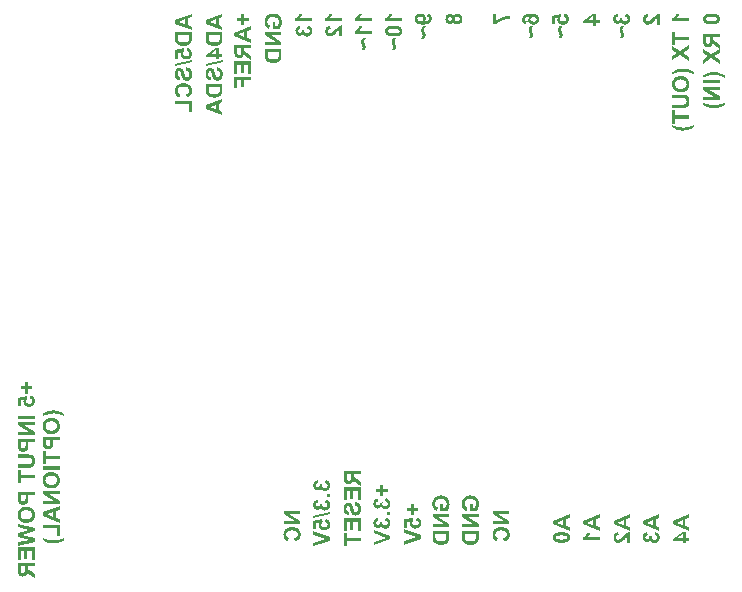
<source format=gbo>
G04*
G04 #@! TF.GenerationSoftware,Altium Limited,Altium Designer,21.6.4 (81)*
G04*
G04 Layer_Color=32896*
%FSLAX44Y44*%
%MOMM*%
G71*
G04*
G04 #@! TF.SameCoordinates,5A2D479A-7A81-4301-8FED-CA8905A59E07*
G04*
G04*
G04 #@! TF.FilePolarity,Positive*
G04*
G01*
G75*
G36*
X616000Y63989D02*
X612806Y62829D01*
Y57173D01*
X616000Y55953D01*
Y52880D01*
X601921Y58536D01*
Y61547D01*
X616000Y67000D01*
Y63989D01*
D02*
G37*
G36*
X613172Y46655D02*
X616000D01*
Y44050D01*
X613172D01*
Y42301D01*
X610812D01*
Y44050D01*
X601860D01*
Y46329D01*
X610832Y52433D01*
X613172D01*
Y46655D01*
D02*
G37*
G36*
X590736Y63989D02*
X587541Y62829D01*
Y57173D01*
X590736Y55953D01*
Y52880D01*
X576656Y58536D01*
Y61547D01*
X590736Y67000D01*
Y63989D01*
D02*
G37*
G36*
X587358Y52026D02*
X587663Y51944D01*
X588233Y51761D01*
X588721Y51537D01*
X588925Y51395D01*
X589128Y51273D01*
X589311Y51151D01*
X589454Y51029D01*
X589596Y50927D01*
X589698Y50825D01*
X589779Y50744D01*
X589840Y50683D01*
X589881Y50642D01*
X589901Y50622D01*
X590084Y50378D01*
X590268Y50113D01*
X590410Y49869D01*
X590532Y49584D01*
X590736Y49055D01*
X590858Y48567D01*
X590898Y48323D01*
X590939Y48120D01*
X590959Y47936D01*
X590980Y47774D01*
X591000Y47631D01*
Y47448D01*
X590980Y47082D01*
X590939Y46716D01*
X590878Y46390D01*
X590797Y46065D01*
X590695Y45780D01*
X590593Y45495D01*
X590471Y45230D01*
X590349Y45007D01*
X590227Y44803D01*
X590105Y44600D01*
X590003Y44457D01*
X589901Y44315D01*
X589820Y44213D01*
X589759Y44132D01*
X589718Y44091D01*
X589698Y44071D01*
X589454Y43827D01*
X589189Y43623D01*
X588925Y43440D01*
X588660Y43277D01*
X588375Y43155D01*
X588111Y43033D01*
X587623Y42870D01*
X587399Y42830D01*
X587175Y42789D01*
X586992Y42748D01*
X586829Y42728D01*
X586707Y42708D01*
X586605D01*
X586544D01*
X586524D01*
X586056Y42748D01*
X585649Y42830D01*
X585263Y42931D01*
X584957Y43074D01*
X584693Y43216D01*
X584510Y43318D01*
X584388Y43399D01*
X584347Y43440D01*
X584042Y43725D01*
X583777Y44050D01*
X583574Y44376D01*
X583411Y44681D01*
X583289Y44946D01*
X583228Y45169D01*
X583187Y45251D01*
Y45312D01*
X583167Y45353D01*
Y45373D01*
X582943Y45007D01*
X582719Y44701D01*
X582475Y44437D01*
X582231Y44193D01*
X581987Y43989D01*
X581743Y43827D01*
X581499Y43705D01*
X581275Y43583D01*
X581051Y43501D01*
X580848Y43440D01*
X580664Y43399D01*
X580502Y43379D01*
X580380Y43359D01*
X580278Y43338D01*
X580217D01*
X580197D01*
X579952Y43359D01*
X579729Y43379D01*
X579281Y43501D01*
X578874Y43643D01*
X578528Y43827D01*
X578243Y44010D01*
X578040Y44173D01*
X577959Y44233D01*
X577897Y44295D01*
X577877Y44315D01*
X577857Y44335D01*
X577633Y44559D01*
X577430Y44823D01*
X577267Y45068D01*
X577124Y45332D01*
X576982Y45617D01*
X576880Y45882D01*
X576738Y46390D01*
X576677Y46614D01*
X576636Y46838D01*
X576616Y47021D01*
X576595Y47204D01*
X576575Y47346D01*
Y47530D01*
X576595Y47957D01*
X576636Y48343D01*
X576717Y48710D01*
X576799Y49015D01*
X576880Y49259D01*
X576962Y49462D01*
X577002Y49584D01*
X577023Y49605D01*
Y49625D01*
X577206Y49951D01*
X577409Y50256D01*
X577613Y50500D01*
X577796Y50703D01*
X577979Y50866D01*
X578121Y50988D01*
X578203Y51070D01*
X578243Y51090D01*
X578549Y51273D01*
X578874Y51436D01*
X579220Y51558D01*
X579546Y51680D01*
X579851Y51761D01*
X580075Y51822D01*
X580176Y51843D01*
X580237D01*
X580278Y51863D01*
X580298D01*
X580705Y49381D01*
X580380Y49320D01*
X580095Y49239D01*
X579851Y49157D01*
X579668Y49055D01*
X579505Y48954D01*
X579383Y48872D01*
X579322Y48811D01*
X579301Y48791D01*
X579139Y48608D01*
X579016Y48404D01*
X578935Y48201D01*
X578874Y48018D01*
X578833Y47855D01*
X578813Y47733D01*
Y47611D01*
X578833Y47367D01*
X578874Y47123D01*
X578955Y46940D01*
X579016Y46777D01*
X579098Y46634D01*
X579179Y46553D01*
X579220Y46492D01*
X579240Y46472D01*
X579403Y46329D01*
X579607Y46227D01*
X579790Y46146D01*
X579973Y46105D01*
X580135Y46065D01*
X580258Y46044D01*
X580339D01*
X580380D01*
X580685Y46065D01*
X580949Y46126D01*
X581173Y46227D01*
X581356Y46329D01*
X581519Y46451D01*
X581621Y46533D01*
X581702Y46614D01*
X581722Y46634D01*
X581885Y46878D01*
X582007Y47143D01*
X582089Y47428D01*
X582150Y47692D01*
X582170Y47936D01*
X582190Y48140D01*
Y48323D01*
X584367Y48608D01*
X584306Y48343D01*
X584245Y48120D01*
X584205Y47896D01*
X584184Y47713D01*
X584164Y47570D01*
Y47367D01*
X584184Y47082D01*
X584266Y46838D01*
X584347Y46614D01*
X584469Y46410D01*
X584571Y46268D01*
X584673Y46146D01*
X584754Y46065D01*
X584774Y46044D01*
X585018Y45861D01*
X585283Y45719D01*
X585547Y45617D01*
X585812Y45536D01*
X586056Y45495D01*
X586239Y45475D01*
X586361D01*
X586382D01*
X586402D01*
X586788Y45495D01*
X587134Y45556D01*
X587439Y45658D01*
X587684Y45759D01*
X587867Y45882D01*
X588009Y45963D01*
X588111Y46044D01*
X588131Y46065D01*
X588335Y46288D01*
X588498Y46533D01*
X588599Y46756D01*
X588681Y46980D01*
X588721Y47184D01*
X588742Y47326D01*
X588762Y47428D01*
Y47468D01*
X588742Y47753D01*
X588681Y47997D01*
X588599Y48221D01*
X588498Y48425D01*
X588416Y48567D01*
X588335Y48689D01*
X588274Y48770D01*
X588253Y48791D01*
X588030Y48974D01*
X587785Y49137D01*
X587521Y49239D01*
X587277Y49340D01*
X587053Y49401D01*
X586870Y49442D01*
X586748Y49462D01*
X586727D01*
X586707D01*
X587033Y52066D01*
X587358Y52026D01*
D02*
G37*
G36*
X566000Y63989D02*
X562806Y62829D01*
Y57173D01*
X566000Y55952D01*
Y52880D01*
X551921Y58536D01*
Y61547D01*
X566000Y67000D01*
Y63989D01*
D02*
G37*
G36*
Y42850D02*
X563498D01*
Y48221D01*
X563233Y48058D01*
X563009Y47875D01*
X562907Y47794D01*
X562826Y47733D01*
X562785Y47692D01*
X562765Y47672D01*
X562684Y47590D01*
X562582Y47509D01*
X562358Y47265D01*
X562094Y47000D01*
X561829Y46736D01*
X561585Y46472D01*
X561382Y46248D01*
X561300Y46166D01*
X561239Y46105D01*
X561219Y46065D01*
X561199Y46044D01*
X560771Y45597D01*
X560425Y45230D01*
X560100Y44925D01*
X559856Y44681D01*
X559652Y44498D01*
X559510Y44376D01*
X559408Y44295D01*
X559388Y44274D01*
X559042Y44010D01*
X558716Y43786D01*
X558411Y43603D01*
X558147Y43460D01*
X557923Y43338D01*
X557740Y43257D01*
X557638Y43216D01*
X557597Y43196D01*
X557272Y43074D01*
X556946Y42992D01*
X556641Y42931D01*
X556356Y42891D01*
X556133Y42870D01*
X555949Y42850D01*
X555827D01*
X555787D01*
X555481Y42870D01*
X555176Y42911D01*
X554891Y42952D01*
X554627Y43033D01*
X554159Y43237D01*
X553752Y43440D01*
X553569Y43562D01*
X553427Y43664D01*
X553284Y43766D01*
X553182Y43867D01*
X553101Y43949D01*
X553020Y43989D01*
X552999Y44030D01*
X552979Y44050D01*
X552775Y44274D01*
X552592Y44539D01*
X552450Y44783D01*
X552328Y45068D01*
X552124Y45597D01*
X551982Y46126D01*
X551941Y46370D01*
X551901Y46594D01*
X551880Y46797D01*
X551860Y46980D01*
X551840Y47123D01*
Y47326D01*
X551860Y47672D01*
X551880Y47997D01*
X551982Y48628D01*
X552145Y49157D01*
X552226Y49401D01*
X552328Y49625D01*
X552409Y49829D01*
X552511Y49991D01*
X552592Y50154D01*
X552653Y50276D01*
X552735Y50378D01*
X552775Y50439D01*
X552796Y50479D01*
X552816Y50500D01*
X553020Y50724D01*
X553223Y50927D01*
X553467Y51110D01*
X553732Y51273D01*
X554261Y51517D01*
X554769Y51721D01*
X555034Y51782D01*
X555258Y51843D01*
X555461Y51904D01*
X555644Y51924D01*
X555807Y51965D01*
X555909D01*
X555990Y51985D01*
X556010D01*
X556275Y49300D01*
X555868Y49259D01*
X555522Y49177D01*
X555217Y49096D01*
X554993Y48994D01*
X554810Y48913D01*
X554688Y48832D01*
X554607Y48770D01*
X554586Y48750D01*
X554423Y48547D01*
X554301Y48323D01*
X554200Y48099D01*
X554139Y47875D01*
X554098Y47692D01*
X554078Y47529D01*
Y47387D01*
X554098Y47082D01*
X554159Y46817D01*
X554240Y46594D01*
X554322Y46390D01*
X554403Y46248D01*
X554484Y46126D01*
X554546Y46065D01*
X554566Y46044D01*
X554769Y45882D01*
X554993Y45759D01*
X555217Y45678D01*
X555441Y45617D01*
X555644Y45576D01*
X555827Y45556D01*
X555929D01*
X555949D01*
X555970D01*
X556275Y45576D01*
X556560Y45637D01*
X556845Y45739D01*
X557089Y45841D01*
X557313Y45943D01*
X557475Y46044D01*
X557577Y46105D01*
X557618Y46126D01*
X557740Y46207D01*
X557882Y46329D01*
X558065Y46492D01*
X558228Y46655D01*
X558615Y47021D01*
X559001Y47387D01*
X559367Y47753D01*
X559530Y47916D01*
X559652Y48079D01*
X559774Y48201D01*
X559856Y48282D01*
X559917Y48343D01*
X559937Y48364D01*
X560324Y48770D01*
X560690Y49137D01*
X561036Y49483D01*
X561341Y49788D01*
X561646Y50073D01*
X561931Y50317D01*
X562175Y50541D01*
X562419Y50724D01*
X562623Y50886D01*
X562806Y51029D01*
X562948Y51151D01*
X563091Y51232D01*
X563172Y51314D01*
X563253Y51354D01*
X563294Y51395D01*
X563314D01*
X563782Y51660D01*
X564271Y51863D01*
X564718Y52026D01*
X565125Y52148D01*
X565491Y52229D01*
X565634Y52250D01*
X565756Y52270D01*
X565858Y52290D01*
X565939Y52311D01*
X565980D01*
X566000D01*
Y42850D01*
D02*
G37*
G36*
X540000Y63989D02*
X536806Y62829D01*
Y57173D01*
X540000Y55952D01*
Y52880D01*
X525921Y58536D01*
Y61547D01*
X540000Y67000D01*
Y63989D01*
D02*
G37*
G36*
X531557Y50520D02*
X531251Y49869D01*
X531089Y49564D01*
X530906Y49279D01*
X530743Y49015D01*
X530580Y48770D01*
X530417Y48547D01*
X530275Y48343D01*
X530153Y48180D01*
X530031Y48038D01*
X529929Y47916D01*
X529868Y47835D01*
X529827Y47794D01*
X529807Y47774D01*
X540000D01*
Y45068D01*
X525840D01*
Y47265D01*
X526307Y47468D01*
X526735Y47733D01*
X527142Y48018D01*
X527467Y48303D01*
X527732Y48547D01*
X527935Y48770D01*
X528017Y48852D01*
X528078Y48913D01*
X528098Y48954D01*
X528118Y48974D01*
X528444Y49422D01*
X528729Y49849D01*
X528952Y50235D01*
X529115Y50581D01*
X529237Y50866D01*
X529339Y51069D01*
X529359Y51151D01*
X529380Y51212D01*
X529400Y51232D01*
Y51253D01*
X531842D01*
X531557Y50520D01*
D02*
G37*
G36*
X514735Y63989D02*
X511541Y62829D01*
Y57173D01*
X514735Y55953D01*
Y52880D01*
X500657Y58536D01*
Y61547D01*
X514735Y67000D01*
Y63989D01*
D02*
G37*
G36*
X508510Y51944D02*
X509181Y51904D01*
X509812Y51843D01*
X510382Y51761D01*
X510890Y51680D01*
X511358Y51578D01*
X511765Y51456D01*
X512131Y51334D01*
X512436Y51232D01*
X512721Y51110D01*
X512945Y51009D01*
X513128Y50907D01*
X513250Y50846D01*
X513352Y50785D01*
X513413Y50744D01*
X513433Y50724D01*
X513718Y50480D01*
X513942Y50215D01*
X514166Y49951D01*
X514329Y49666D01*
X514491Y49401D01*
X514613Y49116D01*
X514715Y48852D01*
X514796Y48587D01*
X514878Y48343D01*
X514919Y48120D01*
X514959Y47916D01*
X514980Y47753D01*
Y47611D01*
X515000Y47489D01*
Y47407D01*
X514980Y47041D01*
X514939Y46695D01*
X514858Y46349D01*
X514776Y46044D01*
X514674Y45759D01*
X514552Y45495D01*
X514410Y45271D01*
X514268Y45047D01*
X514146Y44864D01*
X514003Y44681D01*
X513881Y44539D01*
X513779Y44417D01*
X513698Y44335D01*
X513616Y44274D01*
X513576Y44233D01*
X513555Y44213D01*
X513210Y43969D01*
X512803Y43766D01*
X512375Y43562D01*
X511908Y43420D01*
X511440Y43277D01*
X510972Y43176D01*
X510483Y43074D01*
X510015Y42992D01*
X509568Y42952D01*
X509161Y42911D01*
X508774Y42870D01*
X508449Y42850D01*
X508184Y42830D01*
X507981D01*
X507899D01*
X507838D01*
X507818D01*
X507798D01*
X507065Y42850D01*
X506394Y42891D01*
X505784Y42952D01*
X505214Y43053D01*
X504685Y43155D01*
X504217Y43257D01*
X503790Y43399D01*
X503424Y43521D01*
X503078Y43643D01*
X502813Y43766D01*
X502569Y43888D01*
X502365Y43989D01*
X502223Y44091D01*
X502121Y44152D01*
X502060Y44193D01*
X502040Y44213D01*
X501776Y44437D01*
X501552Y44681D01*
X501369Y44946D01*
X501185Y45210D01*
X501043Y45475D01*
X500941Y45739D01*
X500840Y45983D01*
X500758Y46248D01*
X500697Y46492D01*
X500657Y46695D01*
X500616Y46899D01*
X500595Y47062D01*
X500575Y47204D01*
Y47407D01*
X500595Y47774D01*
X500636Y48120D01*
X500718Y48465D01*
X500799Y48770D01*
X500921Y49055D01*
X501043Y49320D01*
X501165Y49544D01*
X501307Y49767D01*
X501450Y49951D01*
X501572Y50134D01*
X501694Y50276D01*
X501816Y50378D01*
X501898Y50480D01*
X501979Y50541D01*
X502020Y50581D01*
X502040Y50602D01*
X502386Y50846D01*
X502793Y51049D01*
X503220Y51232D01*
X503668Y51395D01*
X504136Y51517D01*
X504624Y51639D01*
X505092Y51721D01*
X505560Y51802D01*
X506007Y51843D01*
X506414Y51883D01*
X506801Y51924D01*
X507126Y51944D01*
X507391Y51965D01*
X507594D01*
X507676D01*
X507737D01*
X507757D01*
X507777D01*
X508510Y51944D01*
D02*
G37*
G36*
X420114Y490980D02*
X420460Y490939D01*
X420806Y490858D01*
X421111Y490756D01*
X421416Y490654D01*
X421681Y490532D01*
X421925Y490390D01*
X422149Y490247D01*
X422332Y490105D01*
X422515Y489962D01*
X422657Y489840D01*
X422779Y489739D01*
X422881Y489637D01*
X422942Y489556D01*
X422983Y489515D01*
X423003Y489494D01*
X423186Y489250D01*
X423329Y488986D01*
X423471Y488721D01*
X423573Y488457D01*
X423756Y487928D01*
X423878Y487419D01*
X423919Y487175D01*
X423939Y486972D01*
X423959Y486788D01*
X423980Y486626D01*
X424000Y486483D01*
Y486300D01*
X423980Y485914D01*
X423939Y485568D01*
X423878Y485222D01*
X423817Y484896D01*
X423715Y484612D01*
X423613Y484347D01*
X423512Y484083D01*
X423390Y483859D01*
X423268Y483655D01*
X423166Y483493D01*
X423064Y483330D01*
X422962Y483208D01*
X422901Y483106D01*
X422840Y483045D01*
X422800Y483004D01*
X422779Y482984D01*
X422535Y482760D01*
X422291Y482577D01*
X422026Y482394D01*
X421762Y482252D01*
X421497Y482129D01*
X421233Y482028D01*
X420724Y481885D01*
X420501Y481824D01*
X420297Y481783D01*
X420094Y481763D01*
X419931Y481743D01*
X419789Y481722D01*
X419687D01*
X419626D01*
X419605D01*
X419178Y481743D01*
X418792Y481824D01*
X418425Y481906D01*
X418120Y482028D01*
X417876Y482129D01*
X417693Y482231D01*
X417571Y482313D01*
X417530Y482333D01*
X417205Y482577D01*
X416920Y482862D01*
X416676Y483167D01*
X416493Y483452D01*
X416330Y483716D01*
X416208Y483920D01*
X416167Y484001D01*
X416147Y484062D01*
X416126Y484103D01*
Y484123D01*
X415964Y483798D01*
X415780Y483513D01*
X415597Y483269D01*
X415394Y483065D01*
X415231Y482902D01*
X415089Y482801D01*
X415007Y482719D01*
X414967Y482699D01*
X414661Y482516D01*
X414356Y482394D01*
X414071Y482292D01*
X413807Y482231D01*
X413563Y482191D01*
X413380Y482170D01*
X413258D01*
X413237D01*
X413217D01*
X412932Y482191D01*
X412647Y482211D01*
X412139Y482353D01*
X411711Y482516D01*
X411325Y482719D01*
X411020Y482943D01*
X410898Y483025D01*
X410796Y483106D01*
X410714Y483187D01*
X410653Y483248D01*
X410633Y483269D01*
X410613Y483289D01*
X410430Y483513D01*
X410267Y483737D01*
X410124Y484001D01*
X410002Y484245D01*
X409819Y484774D01*
X409697Y485283D01*
X409656Y485507D01*
X409636Y485731D01*
X409616Y485914D01*
X409595Y486097D01*
X409575Y486219D01*
Y486422D01*
X409595Y486788D01*
X409616Y487134D01*
X409677Y487460D01*
X409738Y487765D01*
X409819Y488050D01*
X409901Y488314D01*
X410002Y488538D01*
X410084Y488742D01*
X410186Y488945D01*
X410287Y489108D01*
X410369Y489230D01*
X410450Y489352D01*
X410511Y489433D01*
X410572Y489494D01*
X410592Y489535D01*
X410613Y489556D01*
X410816Y489739D01*
X411020Y489922D01*
X411243Y490064D01*
X411447Y490186D01*
X411894Y490390D01*
X412301Y490512D01*
X412668Y490593D01*
X412830Y490613D01*
X412952Y490634D01*
X413074Y490654D01*
X413156D01*
X413197D01*
X413217D01*
X413563Y490634D01*
X413868Y490573D01*
X414173Y490512D01*
X414417Y490410D01*
X414641Y490329D01*
X414784Y490268D01*
X414885Y490206D01*
X414926Y490186D01*
X415190Y489983D01*
X415435Y489739D01*
X415638Y489494D01*
X415821Y489230D01*
X415943Y489006D01*
X416045Y488823D01*
X416106Y488701D01*
X416126Y488681D01*
Y488660D01*
X416350Y489087D01*
X416574Y489454D01*
X416818Y489759D01*
X417062Y490003D01*
X417286Y490206D01*
X417449Y490349D01*
X417571Y490430D01*
X417591Y490451D01*
X417612D01*
X417978Y490634D01*
X418344Y490776D01*
X418710Y490858D01*
X419036Y490939D01*
X419300Y490980D01*
X419524Y491000D01*
X419605D01*
X419666D01*
X419707D01*
X419728D01*
X420114Y490980D01*
D02*
G37*
G36*
X388743D02*
X389109Y490939D01*
X389455Y490898D01*
X389760Y490817D01*
X390065Y490715D01*
X390330Y490613D01*
X390594Y490512D01*
X390818Y490390D01*
X391021Y490288D01*
X391205Y490186D01*
X391347Y490084D01*
X391489Y489983D01*
X391571Y489901D01*
X391652Y489861D01*
X391693Y489820D01*
X391713Y489800D01*
X391937Y489576D01*
X392141Y489332D01*
X392303Y489087D01*
X392446Y488843D01*
X392568Y488599D01*
X392690Y488376D01*
X392832Y487928D01*
X392934Y487541D01*
X392954Y487379D01*
X392975Y487236D01*
X392995Y487114D01*
Y486951D01*
X392975Y486666D01*
X392934Y486402D01*
X392893Y486158D01*
X392812Y485914D01*
X392629Y485466D01*
X392405Y485100D01*
X392181Y484815D01*
X392080Y484693D01*
X391998Y484591D01*
X391917Y484510D01*
X391856Y484449D01*
X391835Y484428D01*
X391815Y484408D01*
X392242Y484449D01*
X392649Y484490D01*
X393015Y484530D01*
X393341Y484591D01*
X393626Y484652D01*
X393890Y484713D01*
X394114Y484774D01*
X394318Y484835D01*
X394501Y484917D01*
X394643Y484957D01*
X394765Y485019D01*
X394846Y485059D01*
X394928Y485100D01*
X394968Y485140D01*
X395009Y485161D01*
X395253Y485385D01*
X395437Y485629D01*
X395579Y485853D01*
X395660Y486076D01*
X395721Y486280D01*
X395742Y486422D01*
X395762Y486524D01*
Y486565D01*
X395742Y486788D01*
X395701Y487012D01*
X395640Y487175D01*
X395579Y487338D01*
X395518Y487460D01*
X395457Y487541D01*
X395416Y487602D01*
X395396Y487623D01*
X395233Y487765D01*
X395050Y487867D01*
X394846Y487948D01*
X394643Y488009D01*
X394480Y488070D01*
X394338Y488091D01*
X394236Y488111D01*
X394195D01*
X394501Y490715D01*
X394826Y490654D01*
X395111Y490573D01*
X395396Y490491D01*
X395640Y490390D01*
X395884Y490288D01*
X396108Y490186D01*
X396291Y490064D01*
X396474Y489962D01*
X396617Y489840D01*
X396759Y489759D01*
X396861Y489657D01*
X396962Y489576D01*
X397023Y489515D01*
X397084Y489454D01*
X397105Y489433D01*
X397125Y489413D01*
X397288Y489210D01*
X397410Y489006D01*
X397634Y488559D01*
X397776Y488131D01*
X397898Y487704D01*
X397959Y487318D01*
X397980Y487155D01*
Y487012D01*
X398000Y486911D01*
Y486748D01*
X397980Y486321D01*
X397919Y485934D01*
X397837Y485568D01*
X397735Y485202D01*
X397593Y484876D01*
X397451Y484571D01*
X397308Y484286D01*
X397146Y484042D01*
X396983Y483818D01*
X396840Y483615D01*
X396678Y483452D01*
X396555Y483309D01*
X396454Y483187D01*
X396372Y483106D01*
X396311Y483065D01*
X396291Y483045D01*
X395945Y482780D01*
X395559Y482577D01*
X395131Y482374D01*
X394704Y482211D01*
X394236Y482068D01*
X393768Y481946D01*
X393321Y481865D01*
X392853Y481783D01*
X392425Y481722D01*
X392039Y481682D01*
X391673Y481641D01*
X391347Y481621D01*
X391083Y481600D01*
X390879D01*
X390818D01*
X390757D01*
X390737D01*
X390716D01*
X390025Y481621D01*
X389394Y481661D01*
X388804Y481722D01*
X388255Y481824D01*
X387766Y481926D01*
X387319Y482028D01*
X386912Y482170D01*
X386545Y482292D01*
X386240Y482414D01*
X385976Y482536D01*
X385752Y482658D01*
X385569Y482760D01*
X385426Y482862D01*
X385325Y482923D01*
X385264Y482964D01*
X385243Y482984D01*
X384959Y483248D01*
X384694Y483533D01*
X384470Y483818D01*
X384287Y484103D01*
X384124Y484408D01*
X383982Y484693D01*
X383880Y484978D01*
X383779Y485263D01*
X383717Y485507D01*
X383657Y485751D01*
X383616Y485954D01*
X383595Y486138D01*
Y486300D01*
X383575Y486402D01*
Y486504D01*
X383595Y486870D01*
X383636Y487195D01*
X383697Y487521D01*
X383779Y487826D01*
X383880Y488111D01*
X384002Y488376D01*
X384104Y488640D01*
X384226Y488843D01*
X384369Y489047D01*
X384470Y489230D01*
X384592Y489372D01*
X384694Y489515D01*
X384776Y489617D01*
X384837Y489678D01*
X384877Y489718D01*
X384898Y489739D01*
X385162Y489962D01*
X385426Y490145D01*
X385711Y490329D01*
X385996Y490471D01*
X386281Y490593D01*
X386586Y490695D01*
X387136Y490837D01*
X387380Y490898D01*
X387624Y490939D01*
X387827Y490959D01*
X388010Y490980D01*
X388173Y491000D01*
X388275D01*
X388356D01*
X388377D01*
X388743Y490980D01*
D02*
G37*
G36*
X392527Y479790D02*
X392324Y479566D01*
X392141Y479322D01*
X391998Y479098D01*
X391876Y478874D01*
X391774Y478650D01*
X391612Y478264D01*
X391510Y477918D01*
X391489Y477775D01*
X391469Y477653D01*
X391449Y477552D01*
Y477430D01*
X391469Y477084D01*
X391550Y476697D01*
X391652Y476311D01*
X391774Y475944D01*
X391896Y475619D01*
X391957Y475476D01*
X391998Y475354D01*
X392039Y475253D01*
X392080Y475171D01*
X392100Y475131D01*
Y475110D01*
X392242Y474764D01*
X392344Y474459D01*
X392446Y474215D01*
X392507Y474012D01*
X392568Y473869D01*
X392608Y473747D01*
X392629Y473686D01*
Y473666D01*
X392690Y473320D01*
X392710Y473157D01*
Y473015D01*
X392730Y472893D01*
Y472730D01*
X392710Y472404D01*
X392669Y472119D01*
X392608Y471835D01*
X392527Y471590D01*
X392466Y471387D01*
X392405Y471224D01*
X392364Y471123D01*
X392344Y471082D01*
X392181Y470797D01*
X392039Y470553D01*
X391896Y470349D01*
X391754Y470166D01*
X391632Y470024D01*
X391550Y469922D01*
X391489Y469861D01*
X391469Y469841D01*
X388885D01*
X389129Y470105D01*
X389353Y470349D01*
X389516Y470594D01*
X389679Y470797D01*
X389780Y470980D01*
X389862Y471123D01*
X389902Y471204D01*
X389923Y471245D01*
X390025Y471489D01*
X390106Y471733D01*
X390147Y471936D01*
X390187Y472119D01*
X390208Y472262D01*
X390228Y472364D01*
Y472465D01*
X390208Y472669D01*
X390147Y472933D01*
X390065Y473238D01*
X389964Y473544D01*
X389882Y473808D01*
X389801Y474032D01*
X389760Y474134D01*
X389740Y474195D01*
X389719Y474235D01*
Y474256D01*
X389536Y474703D01*
X389394Y475090D01*
X389272Y475415D01*
X389190Y475660D01*
X389129Y475863D01*
X389089Y475985D01*
X389068Y476067D01*
Y476087D01*
X388987Y476473D01*
X388967Y476656D01*
Y476840D01*
X388946Y476982D01*
Y477206D01*
X388967Y477511D01*
X389007Y477796D01*
X389068Y478081D01*
X389150Y478325D01*
X389353Y478813D01*
X389597Y479220D01*
X389719Y479403D01*
X389841Y479566D01*
X389943Y479708D01*
X390045Y479810D01*
X390126Y479912D01*
X390187Y479973D01*
X390228Y480014D01*
X390248Y480034D01*
X392751D01*
X392527Y479790D01*
D02*
G37*
G36*
X364292Y490268D02*
X363987Y489617D01*
X363824Y489311D01*
X363641Y489026D01*
X363478Y488762D01*
X363316Y488518D01*
X363153Y488294D01*
X363010Y488091D01*
X362888Y487928D01*
X362766Y487785D01*
X362664Y487663D01*
X362603Y487582D01*
X362563Y487541D01*
X362542Y487521D01*
X372735D01*
Y484815D01*
X358575D01*
Y487012D01*
X359043Y487216D01*
X359470Y487480D01*
X359877Y487765D01*
X360203Y488050D01*
X360467Y488294D01*
X360671Y488518D01*
X360752Y488599D01*
X360813Y488660D01*
X360833Y488701D01*
X360854Y488721D01*
X361179Y489169D01*
X361464Y489596D01*
X361688Y489983D01*
X361851Y490329D01*
X361973Y490613D01*
X362075Y490817D01*
X362095Y490898D01*
X362115Y490959D01*
X362136Y490980D01*
Y491000D01*
X364577D01*
X364292Y490268D01*
D02*
G37*
G36*
X366510Y480746D02*
X367181Y480705D01*
X367812Y480644D01*
X368382Y480563D01*
X368890Y480481D01*
X369358Y480380D01*
X369765Y480258D01*
X370131Y480136D01*
X370437Y480034D01*
X370721Y479912D01*
X370945Y479810D01*
X371128Y479708D01*
X371250Y479647D01*
X371352Y479586D01*
X371413Y479546D01*
X371433Y479525D01*
X371718Y479281D01*
X371942Y479017D01*
X372166Y478752D01*
X372329Y478467D01*
X372491Y478203D01*
X372613Y477918D01*
X372715Y477653D01*
X372797Y477389D01*
X372878Y477145D01*
X372919Y476921D01*
X372959Y476717D01*
X372980Y476555D01*
Y476412D01*
X373000Y476290D01*
Y476209D01*
X372980Y475843D01*
X372939Y475497D01*
X372858Y475151D01*
X372776Y474846D01*
X372674Y474561D01*
X372552Y474296D01*
X372410Y474073D01*
X372268Y473849D01*
X372146Y473666D01*
X372003Y473483D01*
X371881Y473340D01*
X371779Y473218D01*
X371698Y473137D01*
X371617Y473076D01*
X371576Y473035D01*
X371555Y473015D01*
X371210Y472771D01*
X370803Y472567D01*
X370375Y472364D01*
X369907Y472221D01*
X369440Y472079D01*
X368972Y471977D01*
X368483Y471875D01*
X368015Y471794D01*
X367568Y471753D01*
X367161Y471713D01*
X366774Y471672D01*
X366449Y471651D01*
X366184Y471631D01*
X365981D01*
X365899D01*
X365838D01*
X365818D01*
X365798D01*
X365065Y471651D01*
X364394Y471692D01*
X363783Y471753D01*
X363214Y471855D01*
X362685Y471957D01*
X362217Y472058D01*
X361790Y472201D01*
X361423Y472323D01*
X361078Y472445D01*
X360813Y472567D01*
X360569Y472689D01*
X360365Y472791D01*
X360223Y472893D01*
X360121Y472954D01*
X360060Y472994D01*
X360040Y473015D01*
X359776Y473238D01*
X359552Y473483D01*
X359369Y473747D01*
X359185Y474012D01*
X359043Y474276D01*
X358941Y474541D01*
X358840Y474785D01*
X358758Y475049D01*
X358697Y475293D01*
X358657Y475497D01*
X358616Y475700D01*
X358595Y475863D01*
X358575Y476005D01*
Y476209D01*
X358595Y476575D01*
X358636Y476921D01*
X358717Y477267D01*
X358799Y477572D01*
X358921Y477857D01*
X359043Y478121D01*
X359165Y478345D01*
X359308Y478569D01*
X359450Y478752D01*
X359572Y478935D01*
X359694Y479078D01*
X359816Y479179D01*
X359898Y479281D01*
X359979Y479342D01*
X360020Y479383D01*
X360040Y479403D01*
X360386Y479647D01*
X360793Y479851D01*
X361220Y480034D01*
X361668Y480197D01*
X362136Y480319D01*
X362624Y480441D01*
X363092Y480522D01*
X363560Y480603D01*
X364007Y480644D01*
X364414Y480685D01*
X364801Y480726D01*
X365126Y480746D01*
X365391Y480766D01*
X365594D01*
X365676D01*
X365737D01*
X365757D01*
X365777D01*
X366510Y480746D01*
D02*
G37*
G36*
X367527Y469759D02*
X367324Y469536D01*
X367141Y469291D01*
X366998Y469068D01*
X366876Y468844D01*
X366774Y468620D01*
X366612Y468233D01*
X366510Y467888D01*
X366489Y467745D01*
X366469Y467623D01*
X366449Y467521D01*
Y467399D01*
X366469Y467053D01*
X366550Y466667D01*
X366652Y466280D01*
X366774Y465914D01*
X366896Y465589D01*
X366957Y465446D01*
X366998Y465324D01*
X367039Y465222D01*
X367080Y465141D01*
X367100Y465100D01*
Y465080D01*
X367242Y464734D01*
X367344Y464429D01*
X367446Y464185D01*
X367507Y463981D01*
X367568Y463839D01*
X367608Y463717D01*
X367629Y463656D01*
Y463635D01*
X367690Y463290D01*
X367710Y463127D01*
Y462984D01*
X367730Y462862D01*
Y462700D01*
X367710Y462374D01*
X367669Y462089D01*
X367608Y461804D01*
X367527Y461560D01*
X367466Y461357D01*
X367405Y461194D01*
X367364Y461092D01*
X367344Y461052D01*
X367181Y460767D01*
X367039Y460523D01*
X366896Y460319D01*
X366754Y460136D01*
X366632Y459994D01*
X366550Y459892D01*
X366489Y459831D01*
X366469Y459810D01*
X363885D01*
X364129Y460075D01*
X364353Y460319D01*
X364516Y460563D01*
X364679Y460767D01*
X364780Y460950D01*
X364862Y461092D01*
X364902Y461174D01*
X364923Y461214D01*
X365025Y461459D01*
X365106Y461703D01*
X365147Y461906D01*
X365187Y462089D01*
X365208Y462232D01*
X365228Y462333D01*
Y462435D01*
X365208Y462639D01*
X365147Y462903D01*
X365065Y463208D01*
X364964Y463513D01*
X364882Y463778D01*
X364801Y464002D01*
X364760Y464103D01*
X364740Y464164D01*
X364719Y464205D01*
Y464226D01*
X364536Y464673D01*
X364394Y465060D01*
X364272Y465385D01*
X364190Y465629D01*
X364129Y465833D01*
X364089Y465955D01*
X364068Y466036D01*
Y466057D01*
X363987Y466443D01*
X363967Y466626D01*
Y466809D01*
X363946Y466952D01*
Y467175D01*
X363967Y467481D01*
X364007Y467766D01*
X364068Y468050D01*
X364150Y468294D01*
X364353Y468783D01*
X364597Y469190D01*
X364719Y469373D01*
X364841Y469536D01*
X364943Y469678D01*
X365045Y469780D01*
X365126Y469882D01*
X365187Y469943D01*
X365228Y469983D01*
X365248Y470004D01*
X367751D01*
X367527Y469759D01*
D02*
G37*
G36*
X338557Y490268D02*
X338251Y489617D01*
X338089Y489311D01*
X337906Y489026D01*
X337743Y488762D01*
X337580Y488518D01*
X337417Y488294D01*
X337275Y488091D01*
X337153Y487928D01*
X337031Y487785D01*
X336929Y487663D01*
X336868Y487582D01*
X336827Y487541D01*
X336807Y487521D01*
X347000D01*
Y484815D01*
X332840D01*
Y487012D01*
X333307Y487216D01*
X333735Y487480D01*
X334142Y487765D01*
X334467Y488050D01*
X334732Y488294D01*
X334935Y488518D01*
X335017Y488599D01*
X335078Y488660D01*
X335098Y488701D01*
X335118Y488721D01*
X335444Y489169D01*
X335729Y489596D01*
X335952Y489983D01*
X336115Y490329D01*
X336237Y490613D01*
X336339Y490817D01*
X336359Y490898D01*
X336380Y490959D01*
X336400Y490980D01*
Y491000D01*
X338842D01*
X338557Y490268D01*
D02*
G37*
G36*
Y479322D02*
X338251Y478671D01*
X338089Y478366D01*
X337906Y478081D01*
X337743Y477816D01*
X337580Y477572D01*
X337417Y477348D01*
X337275Y477145D01*
X337153Y476982D01*
X337031Y476840D01*
X336929Y476717D01*
X336868Y476636D01*
X336827Y476595D01*
X336807Y476575D01*
X347000D01*
Y473869D01*
X332840D01*
Y476067D01*
X333307Y476270D01*
X333735Y476534D01*
X334142Y476819D01*
X334467Y477104D01*
X334732Y477348D01*
X334935Y477572D01*
X335017Y477653D01*
X335078Y477715D01*
X335098Y477755D01*
X335118Y477775D01*
X335444Y478223D01*
X335729Y478650D01*
X335952Y479037D01*
X336115Y479383D01*
X336237Y479668D01*
X336339Y479871D01*
X336359Y479953D01*
X336380Y480014D01*
X336400Y480034D01*
Y480054D01*
X338842D01*
X338557Y479322D01*
D02*
G37*
G36*
X341792Y469759D02*
X341588Y469536D01*
X341405Y469291D01*
X341263Y469068D01*
X341141Y468844D01*
X341039Y468620D01*
X340876Y468233D01*
X340774Y467888D01*
X340754Y467745D01*
X340734Y467623D01*
X340713Y467521D01*
Y467399D01*
X340734Y467053D01*
X340815Y466667D01*
X340917Y466280D01*
X341039Y465914D01*
X341161Y465589D01*
X341222Y465446D01*
X341263Y465324D01*
X341303Y465222D01*
X341344Y465141D01*
X341364Y465100D01*
Y465080D01*
X341507Y464734D01*
X341609Y464429D01*
X341710Y464185D01*
X341771Y463981D01*
X341832Y463839D01*
X341873Y463717D01*
X341893Y463656D01*
Y463635D01*
X341954Y463290D01*
X341975Y463127D01*
Y462984D01*
X341995Y462862D01*
Y462700D01*
X341975Y462374D01*
X341934Y462089D01*
X341873Y461804D01*
X341792Y461560D01*
X341730Y461357D01*
X341670Y461194D01*
X341629Y461092D01*
X341609Y461052D01*
X341446Y460767D01*
X341303Y460523D01*
X341161Y460319D01*
X341018Y460136D01*
X340896Y459994D01*
X340815Y459892D01*
X340754Y459831D01*
X340734Y459810D01*
X338150D01*
X338394Y460075D01*
X338618Y460319D01*
X338781Y460563D01*
X338943Y460767D01*
X339045Y460950D01*
X339126Y461092D01*
X339167Y461174D01*
X339187Y461214D01*
X339289Y461459D01*
X339370Y461703D01*
X339411Y461906D01*
X339452Y462089D01*
X339472Y462232D01*
X339492Y462333D01*
Y462435D01*
X339472Y462639D01*
X339411Y462903D01*
X339330Y463208D01*
X339228Y463513D01*
X339147Y463778D01*
X339065Y464002D01*
X339025Y464103D01*
X339004Y464164D01*
X338984Y464205D01*
Y464226D01*
X338801Y464673D01*
X338658Y465060D01*
X338536Y465385D01*
X338455Y465629D01*
X338394Y465833D01*
X338353Y465955D01*
X338333Y466036D01*
Y466057D01*
X338251Y466443D01*
X338231Y466626D01*
Y466809D01*
X338211Y466952D01*
Y467175D01*
X338231Y467481D01*
X338272Y467766D01*
X338333Y468050D01*
X338414Y468294D01*
X338618Y468783D01*
X338862Y469190D01*
X338984Y469373D01*
X339106Y469536D01*
X339208Y469678D01*
X339309Y469780D01*
X339391Y469882D01*
X339452Y469943D01*
X339492Y469983D01*
X339513Y470004D01*
X342015D01*
X341792Y469759D01*
D02*
G37*
G36*
X313557Y490268D02*
X313251Y489617D01*
X313089Y489311D01*
X312906Y489026D01*
X312743Y488762D01*
X312580Y488518D01*
X312417Y488294D01*
X312275Y488091D01*
X312153Y487928D01*
X312031Y487785D01*
X311929Y487663D01*
X311868Y487582D01*
X311827Y487541D01*
X311807Y487521D01*
X322000D01*
Y484815D01*
X307840D01*
Y487012D01*
X308307Y487216D01*
X308735Y487480D01*
X309142Y487765D01*
X309467Y488050D01*
X309732Y488294D01*
X309935Y488518D01*
X310017Y488599D01*
X310078Y488660D01*
X310098Y488701D01*
X310118Y488721D01*
X310444Y489169D01*
X310729Y489596D01*
X310952Y489983D01*
X311115Y490329D01*
X311237Y490613D01*
X311339Y490817D01*
X311359Y490898D01*
X311380Y490959D01*
X311400Y490980D01*
Y491000D01*
X313841D01*
X313557Y490268D01*
D02*
G37*
G36*
X322000Y471651D02*
X319498D01*
Y477023D01*
X319233Y476860D01*
X319009Y476677D01*
X318908Y476595D01*
X318826Y476534D01*
X318785Y476494D01*
X318765Y476473D01*
X318684Y476392D01*
X318582Y476311D01*
X318358Y476067D01*
X318094Y475802D01*
X317829Y475537D01*
X317585Y475273D01*
X317382Y475049D01*
X317300Y474968D01*
X317239Y474907D01*
X317219Y474866D01*
X317199Y474846D01*
X316771Y474398D01*
X316425Y474032D01*
X316100Y473727D01*
X315856Y473483D01*
X315652Y473299D01*
X315510Y473177D01*
X315408Y473096D01*
X315388Y473076D01*
X315042Y472811D01*
X314716Y472587D01*
X314411Y472404D01*
X314147Y472262D01*
X313923Y472140D01*
X313740Y472058D01*
X313638Y472018D01*
X313597Y471997D01*
X313272Y471875D01*
X312946Y471794D01*
X312641Y471733D01*
X312356Y471692D01*
X312132Y471672D01*
X311949Y471651D01*
X311827D01*
X311787D01*
X311481Y471672D01*
X311176Y471713D01*
X310891Y471753D01*
X310627Y471835D01*
X310159Y472038D01*
X309752Y472242D01*
X309569Y472364D01*
X309426Y472465D01*
X309284Y472567D01*
X309182Y472669D01*
X309101Y472750D01*
X309020Y472791D01*
X308999Y472832D01*
X308979Y472852D01*
X308776Y473076D01*
X308592Y473340D01*
X308450Y473584D01*
X308328Y473869D01*
X308124Y474398D01*
X307982Y474927D01*
X307941Y475171D01*
X307901Y475395D01*
X307880Y475598D01*
X307860Y475782D01*
X307840Y475924D01*
Y476128D01*
X307860Y476473D01*
X307880Y476799D01*
X307982Y477430D01*
X308145Y477959D01*
X308226Y478203D01*
X308328Y478427D01*
X308409Y478630D01*
X308511Y478793D01*
X308592Y478955D01*
X308653Y479078D01*
X308735Y479179D01*
X308776Y479240D01*
X308796Y479281D01*
X308816Y479301D01*
X309020Y479525D01*
X309223Y479729D01*
X309467Y479912D01*
X309732Y480075D01*
X310261Y480319D01*
X310769Y480522D01*
X311034Y480583D01*
X311258Y480644D01*
X311461Y480705D01*
X311644Y480726D01*
X311807Y480766D01*
X311909D01*
X311990Y480787D01*
X312010D01*
X312275Y478101D01*
X311868Y478060D01*
X311522Y477979D01*
X311217Y477898D01*
X310993Y477796D01*
X310810Y477715D01*
X310688Y477633D01*
X310607Y477572D01*
X310586Y477552D01*
X310424Y477348D01*
X310301Y477124D01*
X310200Y476901D01*
X310139Y476677D01*
X310098Y476494D01*
X310078Y476331D01*
Y476189D01*
X310098Y475883D01*
X310159Y475619D01*
X310240Y475395D01*
X310322Y475192D01*
X310403Y475049D01*
X310485Y474927D01*
X310546Y474866D01*
X310566Y474846D01*
X310769Y474683D01*
X310993Y474561D01*
X311217Y474479D01*
X311441Y474418D01*
X311644Y474378D01*
X311827Y474357D01*
X311929D01*
X311949D01*
X311970D01*
X312275Y474378D01*
X312560Y474439D01*
X312845Y474541D01*
X313089Y474642D01*
X313312Y474744D01*
X313475Y474846D01*
X313577Y474907D01*
X313618Y474927D01*
X313740Y475009D01*
X313882Y475131D01*
X314065Y475293D01*
X314228Y475456D01*
X314615Y475822D01*
X315001Y476189D01*
X315367Y476555D01*
X315530Y476717D01*
X315652Y476880D01*
X315774Y477002D01*
X315856Y477084D01*
X315917Y477145D01*
X315937Y477165D01*
X316324Y477572D01*
X316690Y477938D01*
X317036Y478284D01*
X317341Y478589D01*
X317646Y478874D01*
X317931Y479118D01*
X318175Y479342D01*
X318419Y479525D01*
X318623Y479688D01*
X318806Y479830D01*
X318948Y479953D01*
X319091Y480034D01*
X319172Y480115D01*
X319253Y480156D01*
X319294Y480197D01*
X319314D01*
X319782Y480461D01*
X320271Y480664D01*
X320718Y480827D01*
X321125Y480949D01*
X321491Y481031D01*
X321634Y481051D01*
X321756Y481072D01*
X321858Y481092D01*
X321939Y481112D01*
X321980D01*
X322000D01*
Y471651D01*
D02*
G37*
G36*
X288292Y490268D02*
X287987Y489617D01*
X287824Y489311D01*
X287641Y489026D01*
X287478Y488762D01*
X287316Y488518D01*
X287153Y488294D01*
X287010Y488091D01*
X286888Y487928D01*
X286766Y487785D01*
X286665Y487663D01*
X286604Y487582D01*
X286563Y487541D01*
X286542Y487521D01*
X296735D01*
Y484815D01*
X282575D01*
Y487012D01*
X283043Y487216D01*
X283470Y487480D01*
X283877Y487765D01*
X284203Y488050D01*
X284467Y488294D01*
X284671Y488518D01*
X284752Y488599D01*
X284813Y488660D01*
X284833Y488701D01*
X284854Y488721D01*
X285179Y489169D01*
X285464Y489596D01*
X285688Y489983D01*
X285851Y490329D01*
X285973Y490613D01*
X286075Y490817D01*
X286095Y490898D01*
X286115Y490959D01*
X286136Y490980D01*
Y491000D01*
X288577D01*
X288292Y490268D01*
D02*
G37*
G36*
X293358Y480827D02*
X293663Y480746D01*
X294233Y480563D01*
X294721Y480339D01*
X294925Y480197D01*
X295128Y480075D01*
X295311Y479953D01*
X295454Y479830D01*
X295596Y479729D01*
X295698Y479627D01*
X295779Y479546D01*
X295840Y479484D01*
X295881Y479444D01*
X295901Y479423D01*
X296084Y479179D01*
X296268Y478915D01*
X296410Y478671D01*
X296532Y478386D01*
X296735Y477857D01*
X296858Y477369D01*
X296898Y477124D01*
X296939Y476921D01*
X296959Y476738D01*
X296980Y476575D01*
X297000Y476433D01*
Y476250D01*
X296980Y475883D01*
X296939Y475517D01*
X296878Y475192D01*
X296796Y474866D01*
X296695Y474581D01*
X296593Y474296D01*
X296471Y474032D01*
X296349Y473808D01*
X296227Y473605D01*
X296105Y473401D01*
X296003Y473259D01*
X295901Y473116D01*
X295820Y473015D01*
X295759Y472933D01*
X295718Y472893D01*
X295698Y472872D01*
X295454Y472628D01*
X295189Y472425D01*
X294925Y472242D01*
X294660Y472079D01*
X294375Y471957D01*
X294111Y471835D01*
X293623Y471672D01*
X293399Y471631D01*
X293175Y471590D01*
X292992Y471550D01*
X292829Y471530D01*
X292707Y471509D01*
X292605D01*
X292544D01*
X292524D01*
X292056Y471550D01*
X291649Y471631D01*
X291263Y471733D01*
X290957Y471875D01*
X290693Y472018D01*
X290510Y472119D01*
X290388Y472201D01*
X290347Y472242D01*
X290042Y472526D01*
X289777Y472852D01*
X289574Y473177D01*
X289411Y473483D01*
X289289Y473747D01*
X289228Y473971D01*
X289187Y474052D01*
Y474113D01*
X289167Y474154D01*
Y474174D01*
X288943Y473808D01*
X288719Y473503D01*
X288475Y473238D01*
X288231Y472994D01*
X287987Y472791D01*
X287743Y472628D01*
X287499Y472506D01*
X287275Y472384D01*
X287051Y472303D01*
X286848Y472242D01*
X286665Y472201D01*
X286502Y472180D01*
X286380Y472160D01*
X286278Y472140D01*
X286217D01*
X286197D01*
X285952Y472160D01*
X285729Y472180D01*
X285281Y472303D01*
X284874Y472445D01*
X284528Y472628D01*
X284243Y472811D01*
X284040Y472974D01*
X283959Y473035D01*
X283898Y473096D01*
X283877Y473116D01*
X283857Y473137D01*
X283633Y473360D01*
X283430Y473625D01*
X283267Y473869D01*
X283124Y474134D01*
X282982Y474418D01*
X282880Y474683D01*
X282738Y475192D01*
X282677Y475415D01*
X282636Y475639D01*
X282616Y475822D01*
X282595Y476005D01*
X282575Y476148D01*
Y476331D01*
X282595Y476758D01*
X282636Y477145D01*
X282717Y477511D01*
X282799Y477816D01*
X282880Y478060D01*
X282962Y478264D01*
X283002Y478386D01*
X283023Y478406D01*
Y478427D01*
X283206Y478752D01*
X283409Y479057D01*
X283613Y479301D01*
X283796Y479505D01*
X283979Y479668D01*
X284121Y479790D01*
X284203Y479871D01*
X284243Y479891D01*
X284549Y480075D01*
X284874Y480237D01*
X285220Y480359D01*
X285546Y480481D01*
X285851Y480563D01*
X286075Y480624D01*
X286176Y480644D01*
X286237D01*
X286278Y480664D01*
X286298D01*
X286705Y478182D01*
X286380Y478121D01*
X286095Y478040D01*
X285851Y477959D01*
X285668Y477857D01*
X285505Y477755D01*
X285383Y477674D01*
X285322Y477613D01*
X285301Y477592D01*
X285139Y477409D01*
X285016Y477206D01*
X284935Y477002D01*
X284874Y476819D01*
X284833Y476656D01*
X284813Y476534D01*
Y476412D01*
X284833Y476168D01*
X284874Y475924D01*
X284956Y475741D01*
X285016Y475578D01*
X285098Y475436D01*
X285179Y475354D01*
X285220Y475293D01*
X285240Y475273D01*
X285403Y475131D01*
X285607Y475029D01*
X285790Y474948D01*
X285973Y474907D01*
X286136Y474866D01*
X286258Y474846D01*
X286339D01*
X286380D01*
X286685Y474866D01*
X286949Y474927D01*
X287173Y475029D01*
X287356Y475131D01*
X287519Y475253D01*
X287621Y475334D01*
X287702Y475415D01*
X287722Y475436D01*
X287885Y475680D01*
X288007Y475944D01*
X288089Y476229D01*
X288150Y476494D01*
X288170Y476738D01*
X288190Y476941D01*
Y477124D01*
X290367Y477409D01*
X290306Y477145D01*
X290245Y476921D01*
X290205Y476697D01*
X290184Y476514D01*
X290164Y476372D01*
Y476168D01*
X290184Y475883D01*
X290266Y475639D01*
X290347Y475415D01*
X290469Y475212D01*
X290571Y475070D01*
X290673Y474948D01*
X290754Y474866D01*
X290774Y474846D01*
X291018Y474663D01*
X291283Y474520D01*
X291547Y474418D01*
X291812Y474337D01*
X292056Y474296D01*
X292239Y474276D01*
X292361D01*
X292382D01*
X292402D01*
X292789Y474296D01*
X293134Y474357D01*
X293440Y474459D01*
X293684Y474561D01*
X293867Y474683D01*
X294009Y474764D01*
X294111Y474846D01*
X294131Y474866D01*
X294335Y475090D01*
X294498Y475334D01*
X294599Y475558D01*
X294681Y475782D01*
X294721Y475985D01*
X294742Y476128D01*
X294762Y476229D01*
Y476270D01*
X294742Y476555D01*
X294681Y476799D01*
X294599Y477023D01*
X294498Y477226D01*
X294416Y477369D01*
X294335Y477491D01*
X294274Y477572D01*
X294253Y477592D01*
X294030Y477775D01*
X293785Y477938D01*
X293521Y478040D01*
X293277Y478142D01*
X293053Y478203D01*
X292870Y478243D01*
X292748Y478264D01*
X292728D01*
X292707D01*
X293033Y480868D01*
X293358Y480827D01*
D02*
G37*
G36*
X264408Y490959D02*
X265100Y490878D01*
X265730Y490736D01*
X266036Y490675D01*
X266300Y490593D01*
X266544Y490512D01*
X266768Y490451D01*
X266951Y490369D01*
X267114Y490308D01*
X267236Y490268D01*
X267338Y490227D01*
X267399Y490186D01*
X267419D01*
X268030Y489840D01*
X268559Y489454D01*
X269027Y489047D01*
X269393Y488640D01*
X269555Y488457D01*
X269698Y488274D01*
X269820Y488131D01*
X269901Y487989D01*
X269983Y487887D01*
X270044Y487785D01*
X270064Y487745D01*
X270084Y487724D01*
X270247Y487399D01*
X270390Y487094D01*
X270613Y486422D01*
X270776Y485771D01*
X270878Y485181D01*
X270919Y484896D01*
X270959Y484652D01*
X270980Y484428D01*
Y484225D01*
X271000Y484083D01*
Y483859D01*
X270980Y483208D01*
X270898Y482597D01*
X270797Y482007D01*
X270674Y481499D01*
X270613Y481275D01*
X270552Y481072D01*
X270491Y480888D01*
X270451Y480726D01*
X270410Y480603D01*
X270369Y480522D01*
X270349Y480461D01*
Y480441D01*
X270105Y479830D01*
X269840Y479322D01*
X269576Y478874D01*
X269352Y478488D01*
X269149Y478203D01*
X269067Y478101D01*
X268986Y477999D01*
X268925Y477938D01*
X268884Y477877D01*
X268843Y477836D01*
X263187D01*
Y483960D01*
X265568D01*
Y480705D01*
X267379D01*
X267562Y480949D01*
X267724Y481214D01*
X267867Y481478D01*
X267989Y481722D01*
X268091Y481926D01*
X268172Y482109D01*
X268213Y482211D01*
X268233Y482231D01*
Y482252D01*
X268355Y482577D01*
X268437Y482902D01*
X268498Y483208D01*
X268538Y483472D01*
X268559Y483716D01*
X268579Y483879D01*
Y484042D01*
X268559Y484367D01*
X268518Y484693D01*
X268457Y484978D01*
X268375Y485263D01*
X268172Y485771D01*
X268070Y485975D01*
X267948Y486178D01*
X267826Y486361D01*
X267724Y486524D01*
X267602Y486646D01*
X267521Y486768D01*
X267439Y486850D01*
X267379Y486911D01*
X267338Y486951D01*
X267318Y486972D01*
X267073Y487155D01*
X266789Y487338D01*
X266504Y487480D01*
X266199Y487602D01*
X265568Y487806D01*
X264957Y487928D01*
X264673Y487968D01*
X264388Y488009D01*
X264164Y488030D01*
X263940Y488050D01*
X263777Y488070D01*
X263635D01*
X263554D01*
X263533D01*
X263106Y488050D01*
X262719Y488030D01*
X262333Y487968D01*
X261987Y487907D01*
X261682Y487826D01*
X261397Y487724D01*
X261133Y487623D01*
X260888Y487521D01*
X260685Y487440D01*
X260502Y487338D01*
X260359Y487236D01*
X260237Y487155D01*
X260135Y487094D01*
X260075Y487033D01*
X260034Y487012D01*
X260014Y486992D01*
X259810Y486768D01*
X259607Y486544D01*
X259464Y486300D01*
X259322Y486056D01*
X259200Y485812D01*
X259098Y485568D01*
X258955Y485100D01*
X258915Y484876D01*
X258874Y484673D01*
X258854Y484490D01*
X258833Y484327D01*
X258813Y484205D01*
Y484021D01*
X258833Y483574D01*
X258915Y483187D01*
X258996Y482841D01*
X259118Y482536D01*
X259220Y482313D01*
X259322Y482129D01*
X259403Y482028D01*
X259424Y481987D01*
X259668Y481702D01*
X259932Y481458D01*
X260197Y481255D01*
X260461Y481112D01*
X260705Y480990D01*
X260888Y480909D01*
X261010Y480868D01*
X261031Y480848D01*
X261051D01*
X260522Y478020D01*
X260176Y478101D01*
X259830Y478223D01*
X259525Y478345D01*
X259240Y478508D01*
X258955Y478650D01*
X258711Y478813D01*
X258488Y478976D01*
X258284Y479139D01*
X258101Y479301D01*
X257938Y479444D01*
X257796Y479566D01*
X257694Y479688D01*
X257613Y479790D01*
X257531Y479871D01*
X257511Y479912D01*
X257491Y479932D01*
X257287Y480217D01*
X257124Y480522D01*
X256982Y480848D01*
X256860Y481194D01*
X256656Y481865D01*
X256534Y482516D01*
X256473Y482821D01*
X256453Y483106D01*
X256433Y483371D01*
X256412Y483594D01*
X256392Y483777D01*
Y484021D01*
X256412Y484754D01*
X256494Y485405D01*
X256555Y485690D01*
X256616Y485975D01*
X256677Y486239D01*
X256738Y486463D01*
X256819Y486666D01*
X256880Y486870D01*
X256941Y487012D01*
X256982Y487155D01*
X257043Y487257D01*
X257063Y487338D01*
X257104Y487379D01*
Y487399D01*
X257470Y488030D01*
X257694Y488294D01*
X257898Y488559D01*
X258121Y488803D01*
X258345Y489026D01*
X258569Y489230D01*
X258772Y489413D01*
X258976Y489556D01*
X259159Y489698D01*
X259322Y489820D01*
X259464Y489922D01*
X259586Y489983D01*
X259668Y490044D01*
X259729Y490064D01*
X259749Y490084D01*
X260075Y490247D01*
X260400Y490390D01*
X261071Y490613D01*
X261743Y490776D01*
X262333Y490878D01*
X262618Y490919D01*
X262862Y490959D01*
X263086Y490980D01*
X263289D01*
X263431Y491000D01*
X263554D01*
X263635D01*
X263655D01*
X264408Y490959D01*
D02*
G37*
G36*
X270735Y472567D02*
X261458D01*
X270735Y466850D01*
Y464002D01*
X256656D01*
Y466626D01*
X266137D01*
X256656Y472445D01*
Y475192D01*
X270735D01*
Y472567D01*
D02*
G37*
G36*
Y455660D02*
X270715Y455111D01*
X270695Y454602D01*
X270654Y454175D01*
X270593Y453829D01*
X270532Y453544D01*
X270491Y453320D01*
X270471Y453259D01*
Y453198D01*
X270451Y453178D01*
Y453158D01*
X270288Y452710D01*
X270105Y452303D01*
X269922Y451978D01*
X269739Y451693D01*
X269576Y451469D01*
X269454Y451306D01*
X269372Y451204D01*
X269332Y451164D01*
X268945Y450818D01*
X268538Y450513D01*
X268111Y450248D01*
X267724Y450045D01*
X267358Y449882D01*
X267216Y449801D01*
X267094Y449760D01*
X266972Y449719D01*
X266890Y449678D01*
X266849Y449658D01*
X266829D01*
X266341Y449516D01*
X265832Y449394D01*
X265344Y449312D01*
X264876Y449272D01*
X264652Y449251D01*
X264449Y449231D01*
X264286D01*
X264123Y449211D01*
X264001D01*
X263920D01*
X263859D01*
X263838D01*
X263126Y449231D01*
X262496Y449292D01*
X262190Y449312D01*
X261926Y449353D01*
X261661Y449394D01*
X261438Y449434D01*
X261234Y449495D01*
X261051Y449536D01*
X260888Y449577D01*
X260766Y449597D01*
X260665Y449638D01*
X260583Y449658D01*
X260543Y449678D01*
X260522D01*
X260034Y449862D01*
X259586Y450085D01*
X259200Y450309D01*
X258874Y450533D01*
X258610Y450716D01*
X258406Y450879D01*
X258284Y450981D01*
X258243Y451001D01*
Y451021D01*
X257918Y451367D01*
X257653Y451713D01*
X257430Y452079D01*
X257246Y452405D01*
X257104Y452690D01*
X257002Y452934D01*
X256982Y453015D01*
X256962Y453076D01*
X256941Y453117D01*
Y453137D01*
X256840Y453524D01*
X256779Y453951D01*
X256717Y454399D01*
X256697Y454826D01*
X256677Y455212D01*
X256656Y455375D01*
Y460990D01*
X270735D01*
Y455660D01*
D02*
G37*
G36*
X239324Y487318D02*
X242965D01*
Y484856D01*
X239324D01*
Y481153D01*
X236801D01*
Y484856D01*
X233159D01*
Y487318D01*
X236801D01*
Y491000D01*
X239324D01*
Y487318D01*
D02*
G37*
G36*
X245000Y477308D02*
X241806Y476148D01*
Y470492D01*
X245000Y469271D01*
Y466199D01*
X230921Y471855D01*
Y474866D01*
X245000Y480319D01*
Y477308D01*
D02*
G37*
G36*
Y461825D02*
X239120D01*
Y460909D01*
X239140Y460624D01*
X239161Y460380D01*
X239202Y460177D01*
X239222Y460014D01*
X239263Y459912D01*
X239283Y459851D01*
Y459831D01*
X239364Y459668D01*
X239446Y459505D01*
X239547Y459363D01*
X239629Y459221D01*
X239730Y459119D01*
X239812Y459037D01*
X239853Y458997D01*
X239873Y458976D01*
X239975Y458895D01*
X240076Y458793D01*
X240382Y458569D01*
X240707Y458325D01*
X241073Y458061D01*
X241399Y457837D01*
X241562Y457735D01*
X241684Y457654D01*
X241785Y457573D01*
X241867Y457511D01*
X241928Y457491D01*
X241948Y457471D01*
X245000Y455436D01*
Y452018D01*
X242253Y453748D01*
X241968Y453931D01*
X241684Y454114D01*
X241439Y454277D01*
X241216Y454439D01*
X241012Y454582D01*
X240809Y454704D01*
X240504Y454948D01*
X240259Y455131D01*
X240097Y455253D01*
X239995Y455355D01*
X239975Y455375D01*
X239730Y455599D01*
X239507Y455863D01*
X239324Y456108D01*
X239140Y456352D01*
X238998Y456555D01*
X238896Y456718D01*
X238815Y456840D01*
X238795Y456860D01*
Y456881D01*
X238734Y456535D01*
X238652Y456230D01*
X238571Y455945D01*
X238469Y455660D01*
X238367Y455416D01*
X238266Y455192D01*
X238164Y454968D01*
X238042Y454785D01*
X237940Y454622D01*
X237838Y454480D01*
X237737Y454358D01*
X237655Y454277D01*
X237594Y454195D01*
X237533Y454134D01*
X237513Y454114D01*
X237493Y454094D01*
X237289Y453931D01*
X237086Y453788D01*
X236638Y453544D01*
X236211Y453381D01*
X235784Y453280D01*
X235417Y453198D01*
X235275Y453178D01*
X235132D01*
X235031Y453158D01*
X234929D01*
X234888D01*
X234868D01*
X234420Y453178D01*
X233993Y453259D01*
X233627Y453361D01*
X233301Y453463D01*
X233037Y453585D01*
X232833Y453686D01*
X232772Y453727D01*
X232711Y453768D01*
X232691Y453788D01*
X232671D01*
X232325Y454032D01*
X232040Y454297D01*
X231816Y454561D01*
X231613Y454826D01*
X231491Y455070D01*
X231389Y455253D01*
X231328Y455375D01*
X231308Y455396D01*
Y455416D01*
X231246Y455619D01*
X231185Y455843D01*
X231084Y456352D01*
X231023Y456901D01*
X230962Y457430D01*
Y457695D01*
X230941Y457918D01*
Y458142D01*
X230921Y458325D01*
Y464673D01*
X245000D01*
Y461825D01*
D02*
G37*
G36*
Y439770D02*
X242619D01*
Y447624D01*
X238795D01*
Y440564D01*
X236414D01*
Y447624D01*
X233301D01*
Y440035D01*
X230921D01*
Y450472D01*
X245000D01*
Y439770D01*
D02*
G37*
G36*
Y434501D02*
X239018D01*
Y428621D01*
X236638D01*
Y434501D01*
X233301D01*
Y427685D01*
X230921D01*
Y437349D01*
X245000D01*
Y434501D01*
D02*
G37*
G36*
X220735Y487989D02*
X217541Y486829D01*
Y481173D01*
X220735Y479953D01*
Y476880D01*
X206656Y482536D01*
Y485547D01*
X220735Y491000D01*
Y487989D01*
D02*
G37*
G36*
Y470024D02*
X220715Y469475D01*
X220695Y468966D01*
X220654Y468539D01*
X220593Y468193D01*
X220532Y467908D01*
X220491Y467684D01*
X220471Y467623D01*
Y467562D01*
X220451Y467542D01*
Y467521D01*
X220288Y467074D01*
X220105Y466667D01*
X219922Y466341D01*
X219739Y466057D01*
X219576Y465833D01*
X219454Y465670D01*
X219372Y465568D01*
X219332Y465528D01*
X218945Y465182D01*
X218538Y464877D01*
X218111Y464612D01*
X217724Y464409D01*
X217358Y464246D01*
X217216Y464164D01*
X217094Y464124D01*
X216972Y464083D01*
X216890Y464042D01*
X216849Y464022D01*
X216829D01*
X216341Y463880D01*
X215832Y463758D01*
X215344Y463676D01*
X214876Y463635D01*
X214652Y463615D01*
X214449Y463595D01*
X214286D01*
X214123Y463574D01*
X214001D01*
X213920D01*
X213859D01*
X213838D01*
X213126Y463595D01*
X212496Y463656D01*
X212190Y463676D01*
X211926Y463717D01*
X211661Y463758D01*
X211438Y463798D01*
X211234Y463859D01*
X211051Y463900D01*
X210888Y463941D01*
X210766Y463961D01*
X210665Y464002D01*
X210583Y464022D01*
X210543Y464042D01*
X210522D01*
X210034Y464226D01*
X209586Y464449D01*
X209200Y464673D01*
X208874Y464897D01*
X208610Y465080D01*
X208406Y465243D01*
X208284Y465345D01*
X208243Y465365D01*
Y465385D01*
X207918Y465731D01*
X207653Y466077D01*
X207430Y466443D01*
X207246Y466769D01*
X207104Y467053D01*
X207002Y467298D01*
X206982Y467379D01*
X206962Y467440D01*
X206941Y467481D01*
Y467501D01*
X206840Y467888D01*
X206779Y468315D01*
X206717Y468763D01*
X206697Y469190D01*
X206677Y469576D01*
X206656Y469739D01*
Y475354D01*
X220735D01*
Y470024D01*
D02*
G37*
G36*
X217908Y456454D02*
X220735D01*
Y453849D01*
X217908D01*
Y452100D01*
X215547D01*
Y453849D01*
X206595D01*
Y456128D01*
X215568Y462232D01*
X217908D01*
Y456454D01*
D02*
G37*
G36*
X220980Y449678D02*
X206412Y446159D01*
Y448193D01*
X220980Y451672D01*
Y449678D01*
D02*
G37*
G36*
X216585Y445426D02*
X216992Y445345D01*
X217379Y445223D01*
X217724Y445121D01*
X218050Y444979D01*
X218355Y444836D01*
X218620Y444694D01*
X218864Y444552D01*
X219067Y444409D01*
X219250Y444267D01*
X219413Y444145D01*
X219555Y444022D01*
X219657Y443941D01*
X219718Y443860D01*
X219759Y443819D01*
X219779Y443799D01*
X220003Y443514D01*
X220186Y443209D01*
X220349Y442883D01*
X220491Y442537D01*
X220593Y442212D01*
X220695Y441866D01*
X220837Y441194D01*
X220898Y440889D01*
X220939Y440605D01*
X220959Y440360D01*
X220980Y440136D01*
X221000Y439953D01*
Y439689D01*
X220980Y439038D01*
X220919Y438448D01*
X220837Y437919D01*
X220797Y437695D01*
X220735Y437471D01*
X220695Y437288D01*
X220654Y437125D01*
X220613Y436983D01*
X220573Y436861D01*
X220532Y436759D01*
X220512Y436698D01*
X220491Y436657D01*
Y436637D01*
X220268Y436189D01*
X220023Y435823D01*
X219779Y435477D01*
X219515Y435213D01*
X219291Y435009D01*
X219088Y434847D01*
X218965Y434765D01*
X218945Y434725D01*
X218925D01*
X218518Y434501D01*
X218131Y434318D01*
X217745Y434196D01*
X217379Y434114D01*
X217094Y434074D01*
X216951Y434053D01*
X216849Y434033D01*
X216768D01*
X216707D01*
X216666D01*
X216646D01*
X216158Y434053D01*
X215730Y434114D01*
X215344Y434216D01*
X215018Y434318D01*
X214754Y434420D01*
X214571Y434521D01*
X214449Y434582D01*
X214408Y434603D01*
X214083Y434826D01*
X213798Y435091D01*
X213554Y435355D01*
X213350Y435600D01*
X213187Y435823D01*
X213065Y436006D01*
X212984Y436129D01*
X212964Y436149D01*
Y436169D01*
X212862Y436373D01*
X212760Y436576D01*
X212577Y437064D01*
X212414Y437573D01*
X212251Y438061D01*
X212190Y438285D01*
X212129Y438509D01*
X212068Y438712D01*
X212028Y438875D01*
X211987Y439017D01*
X211967Y439119D01*
X211946Y439201D01*
Y439221D01*
X211845Y439587D01*
X211763Y439913D01*
X211682Y440218D01*
X211600Y440503D01*
X211519Y440727D01*
X211438Y440950D01*
X211356Y441133D01*
X211295Y441296D01*
X211234Y441439D01*
X211173Y441540D01*
X211133Y441642D01*
X211092Y441703D01*
X211031Y441805D01*
X211010Y441825D01*
X210868Y441968D01*
X210726Y442069D01*
X210583Y442130D01*
X210441Y442171D01*
X210339Y442212D01*
X210237Y442232D01*
X210176D01*
X210156D01*
X209952Y442212D01*
X209790Y442171D01*
X209627Y442090D01*
X209505Y442008D01*
X209403Y441927D01*
X209342Y441846D01*
X209301Y441805D01*
X209281Y441785D01*
X209098Y441500D01*
X208976Y441194D01*
X208874Y440869D01*
X208813Y440564D01*
X208772Y440299D01*
X208752Y440075D01*
Y439872D01*
X208772Y439445D01*
X208833Y439078D01*
X208915Y438773D01*
X208996Y438529D01*
X209078Y438326D01*
X209159Y438183D01*
X209220Y438102D01*
X209240Y438082D01*
X209444Y437878D01*
X209688Y437695D01*
X209932Y437553D01*
X210197Y437451D01*
X210420Y437369D01*
X210604Y437329D01*
X210746Y437288D01*
X210766D01*
X210787D01*
X210685Y434440D01*
X210319Y434460D01*
X209993Y434521D01*
X209668Y434603D01*
X209383Y434704D01*
X209098Y434806D01*
X208833Y434928D01*
X208610Y435050D01*
X208386Y435172D01*
X208203Y435315D01*
X208040Y435437D01*
X207898Y435559D01*
X207775Y435661D01*
X207694Y435742D01*
X207633Y435803D01*
X207592Y435844D01*
X207572Y435864D01*
X207369Y436129D01*
X207185Y436413D01*
X207023Y436718D01*
X206880Y437044D01*
X206779Y437369D01*
X206677Y437695D01*
X206534Y438346D01*
X206494Y438651D01*
X206453Y438916D01*
X206433Y439180D01*
X206412Y439404D01*
X206392Y439587D01*
Y439831D01*
X206412Y440421D01*
X206473Y440950D01*
X206555Y441418D01*
X206636Y441825D01*
X206697Y442008D01*
X206738Y442171D01*
X206779Y442293D01*
X206819Y442415D01*
X206860Y442497D01*
X206880Y442558D01*
X206901Y442598D01*
Y442619D01*
X207104Y443026D01*
X207328Y443371D01*
X207572Y443677D01*
X207796Y443921D01*
X207999Y444124D01*
X208162Y444246D01*
X208284Y444348D01*
X208305Y444368D01*
X208325D01*
X208671Y444572D01*
X209037Y444714D01*
X209383Y444816D01*
X209688Y444877D01*
X209952Y444918D01*
X210156Y444958D01*
X210237D01*
X210298D01*
X210319D01*
X210339D01*
X210644Y444938D01*
X210949Y444897D01*
X211214Y444836D01*
X211478Y444755D01*
X211967Y444552D01*
X212394Y444307D01*
X212577Y444206D01*
X212719Y444084D01*
X212862Y443982D01*
X212984Y443880D01*
X213065Y443799D01*
X213126Y443738D01*
X213167Y443697D01*
X213187Y443677D01*
X213330Y443493D01*
X213472Y443270D01*
X213615Y443046D01*
X213737Y442781D01*
X213981Y442273D01*
X214184Y441744D01*
X214266Y441479D01*
X214347Y441255D01*
X214408Y441032D01*
X214469Y440849D01*
X214510Y440706D01*
X214550Y440584D01*
X214571Y440503D01*
Y440482D01*
X214652Y440157D01*
X214734Y439872D01*
X214795Y439608D01*
X214856Y439363D01*
X214917Y439160D01*
X214957Y438977D01*
X215018Y438814D01*
X215059Y438672D01*
X215079Y438550D01*
X215120Y438448D01*
X215161Y438305D01*
X215202Y438224D01*
Y438204D01*
X215303Y437939D01*
X215405Y437736D01*
X215507Y437553D01*
X215609Y437410D01*
X215690Y437309D01*
X215751Y437248D01*
X215792Y437207D01*
X215812Y437186D01*
X215954Y437085D01*
X216097Y437003D01*
X216239Y436963D01*
X216361Y436922D01*
X216483Y436902D01*
X216585Y436881D01*
X216646D01*
X216666D01*
X216951Y436902D01*
X217195Y436983D01*
X217439Y437105D01*
X217643Y437227D01*
X217806Y437369D01*
X217928Y437471D01*
X218009Y437553D01*
X218030Y437593D01*
X218213Y437878D01*
X218355Y438204D01*
X218457Y438550D01*
X218518Y438875D01*
X218559Y439180D01*
X218599Y439424D01*
Y439648D01*
X218579Y440116D01*
X218498Y440523D01*
X218396Y440869D01*
X218274Y441174D01*
X218152Y441418D01*
X218050Y441581D01*
X217969Y441683D01*
X217948Y441723D01*
X217663Y441988D01*
X217358Y442191D01*
X217012Y442374D01*
X216666Y442497D01*
X216361Y442598D01*
X216117Y442680D01*
X216036Y442700D01*
X215954D01*
X215914Y442720D01*
X215893D01*
X216158Y445487D01*
X216585Y445426D01*
D02*
G37*
G36*
X220735Y426281D02*
X220715Y425732D01*
X220695Y425223D01*
X220654Y424796D01*
X220593Y424450D01*
X220532Y424165D01*
X220491Y423942D01*
X220471Y423881D01*
Y423820D01*
X220451Y423799D01*
Y423779D01*
X220288Y423331D01*
X220105Y422924D01*
X219922Y422599D01*
X219739Y422314D01*
X219576Y422090D01*
X219454Y421927D01*
X219372Y421826D01*
X219332Y421785D01*
X218945Y421439D01*
X218538Y421134D01*
X218111Y420869D01*
X217724Y420666D01*
X217358Y420503D01*
X217216Y420422D01*
X217094Y420381D01*
X216972Y420340D01*
X216890Y420300D01*
X216849Y420279D01*
X216829D01*
X216341Y420137D01*
X215832Y420015D01*
X215344Y419934D01*
X214876Y419893D01*
X214652Y419873D01*
X214449Y419852D01*
X214286D01*
X214123Y419832D01*
X214001D01*
X213920D01*
X213859D01*
X213838D01*
X213126Y419852D01*
X212496Y419913D01*
X212190Y419934D01*
X211926Y419974D01*
X211661Y420015D01*
X211438Y420056D01*
X211234Y420117D01*
X211051Y420157D01*
X210888Y420198D01*
X210766Y420218D01*
X210665Y420259D01*
X210583Y420279D01*
X210543Y420300D01*
X210522D01*
X210034Y420483D01*
X209586Y420707D01*
X209200Y420930D01*
X208874Y421154D01*
X208610Y421337D01*
X208406Y421500D01*
X208284Y421602D01*
X208243Y421622D01*
Y421642D01*
X207918Y421988D01*
X207653Y422334D01*
X207430Y422701D01*
X207246Y423026D01*
X207104Y423311D01*
X207002Y423555D01*
X206982Y423636D01*
X206962Y423697D01*
X206941Y423738D01*
Y423759D01*
X206840Y424145D01*
X206779Y424572D01*
X206717Y425020D01*
X206697Y425447D01*
X206677Y425834D01*
X206656Y425997D01*
Y431612D01*
X220735D01*
Y426281D01*
D02*
G37*
G36*
Y415844D02*
X217541Y414684D01*
Y409028D01*
X220735Y407808D01*
Y404735D01*
X206656Y410392D01*
Y413403D01*
X220735Y418855D01*
Y415844D01*
D02*
G37*
G36*
X194736Y487989D02*
X191541Y486829D01*
Y481173D01*
X194736Y479953D01*
Y476880D01*
X180657Y482536D01*
Y485547D01*
X194736Y491000D01*
Y487989D01*
D02*
G37*
G36*
Y470024D02*
X194715Y469475D01*
X194695Y468966D01*
X194654Y468539D01*
X194593Y468193D01*
X194532Y467908D01*
X194491Y467684D01*
X194471Y467623D01*
Y467562D01*
X194451Y467542D01*
Y467521D01*
X194288Y467074D01*
X194105Y466667D01*
X193922Y466341D01*
X193739Y466057D01*
X193576Y465833D01*
X193454Y465670D01*
X193372Y465568D01*
X193332Y465528D01*
X192945Y465182D01*
X192538Y464877D01*
X192111Y464612D01*
X191724Y464409D01*
X191358Y464246D01*
X191216Y464164D01*
X191094Y464124D01*
X190972Y464083D01*
X190890Y464042D01*
X190849Y464022D01*
X190829D01*
X190341Y463880D01*
X189832Y463758D01*
X189344Y463676D01*
X188876Y463635D01*
X188652Y463615D01*
X188449Y463595D01*
X188286D01*
X188123Y463574D01*
X188001D01*
X187920D01*
X187859D01*
X187838D01*
X187126Y463595D01*
X186496Y463656D01*
X186190Y463676D01*
X185926Y463717D01*
X185662Y463758D01*
X185438Y463798D01*
X185234Y463859D01*
X185051Y463900D01*
X184888Y463941D01*
X184766Y463961D01*
X184664Y464002D01*
X184583Y464022D01*
X184543Y464042D01*
X184522D01*
X184034Y464226D01*
X183586Y464449D01*
X183200Y464673D01*
X182874Y464897D01*
X182610Y465080D01*
X182406Y465243D01*
X182284Y465345D01*
X182243Y465365D01*
Y465385D01*
X181918Y465731D01*
X181653Y466077D01*
X181430Y466443D01*
X181246Y466769D01*
X181104Y467053D01*
X181002Y467298D01*
X180982Y467379D01*
X180962Y467440D01*
X180941Y467481D01*
Y467501D01*
X180840Y467888D01*
X180779Y468315D01*
X180718Y468763D01*
X180697Y469190D01*
X180677Y469576D01*
X180657Y469739D01*
Y475354D01*
X194736D01*
Y470024D01*
D02*
G37*
G36*
X191480Y461662D02*
X191785Y461601D01*
X192335Y461398D01*
X192823Y461174D01*
X193027Y461052D01*
X193230Y460909D01*
X193393Y460787D01*
X193535Y460685D01*
X193657Y460563D01*
X193779Y460482D01*
X193861Y460401D01*
X193922Y460340D01*
X193942Y460299D01*
X193962Y460279D01*
X194146Y460034D01*
X194308Y459790D01*
X194451Y459526D01*
X194552Y459261D01*
X194756Y458712D01*
X194878Y458224D01*
X194919Y457979D01*
X194939Y457776D01*
X194959Y457573D01*
X194980Y457410D01*
X195000Y457267D01*
Y457084D01*
X194980Y456637D01*
X194919Y456209D01*
X194837Y455823D01*
X194715Y455457D01*
X194573Y455111D01*
X194410Y454805D01*
X194247Y454521D01*
X194064Y454256D01*
X193901Y454032D01*
X193739Y453829D01*
X193576Y453646D01*
X193433Y453503D01*
X193311Y453402D01*
X193230Y453320D01*
X193169Y453280D01*
X193149Y453259D01*
X192884Y453076D01*
X192620Y452913D01*
X192355Y452791D01*
X192070Y452669D01*
X191541Y452486D01*
X191053Y452364D01*
X190849Y452323D01*
X190646Y452303D01*
X190463Y452262D01*
X190300D01*
X190178Y452242D01*
X190097D01*
X190036D01*
X190015D01*
X189629Y452262D01*
X189263Y452303D01*
X188917Y452364D01*
X188591Y452445D01*
X188306Y452527D01*
X188022Y452649D01*
X187757Y452751D01*
X187533Y452873D01*
X187330Y452995D01*
X187147Y453097D01*
X186984Y453219D01*
X186862Y453300D01*
X186760Y453381D01*
X186679Y453442D01*
X186638Y453483D01*
X186618Y453503D01*
X186394Y453748D01*
X186190Y453992D01*
X186007Y454256D01*
X185845Y454521D01*
X185723Y454765D01*
X185621Y455029D01*
X185458Y455497D01*
X185397Y455721D01*
X185356Y455924D01*
X185336Y456108D01*
X185316Y456250D01*
X185295Y456372D01*
Y456555D01*
X185316Y456901D01*
X185377Y457247D01*
X185438Y457552D01*
X185519Y457837D01*
X185621Y458061D01*
X185682Y458244D01*
X185743Y458366D01*
X185763Y458386D01*
Y458407D01*
X183362Y457979D01*
Y452873D01*
X180840D01*
Y460014D01*
X188184Y461398D01*
X188489Y459221D01*
X188306Y459037D01*
X188144Y458854D01*
X188001Y458671D01*
X187879Y458488D01*
X187696Y458142D01*
X187574Y457817D01*
X187513Y457532D01*
X187472Y457328D01*
X187452Y457247D01*
Y457125D01*
X187472Y456799D01*
X187554Y456494D01*
X187655Y456230D01*
X187777Y456006D01*
X187920Y455843D01*
X188022Y455701D01*
X188103Y455619D01*
X188123Y455599D01*
X188388Y455396D01*
X188693Y455253D01*
X189018Y455151D01*
X189344Y455090D01*
X189629Y455029D01*
X189853Y455009D01*
X189954D01*
X190015D01*
X190056D01*
X190076D01*
X190565Y455029D01*
X190992Y455090D01*
X191338Y455192D01*
X191623Y455294D01*
X191867Y455416D01*
X192030Y455497D01*
X192111Y455579D01*
X192152Y455599D01*
X192375Y455823D01*
X192558Y456067D01*
X192681Y456311D01*
X192762Y456535D01*
X192803Y456738D01*
X192823Y456901D01*
X192843Y457003D01*
Y457043D01*
X192823Y457308D01*
X192762Y457573D01*
X192681Y457796D01*
X192579Y457979D01*
X192477Y458142D01*
X192396Y458264D01*
X192335Y458346D01*
X192314Y458366D01*
X192091Y458549D01*
X191867Y458712D01*
X191623Y458834D01*
X191399Y458915D01*
X191195Y458976D01*
X191012Y459017D01*
X190911Y459037D01*
X190870D01*
X191155Y461723D01*
X191480Y461662D01*
D02*
G37*
G36*
X194980Y449678D02*
X180412Y446159D01*
Y448193D01*
X194980Y451672D01*
Y449678D01*
D02*
G37*
G36*
X190585Y445426D02*
X190992Y445345D01*
X191378Y445223D01*
X191724Y445121D01*
X192050Y444979D01*
X192355Y444836D01*
X192620Y444694D01*
X192864Y444552D01*
X193067Y444409D01*
X193250Y444267D01*
X193413Y444145D01*
X193556Y444022D01*
X193657Y443941D01*
X193718Y443860D01*
X193759Y443819D01*
X193779Y443799D01*
X194003Y443514D01*
X194186Y443209D01*
X194349Y442883D01*
X194491Y442537D01*
X194593Y442212D01*
X194695Y441866D01*
X194837Y441194D01*
X194898Y440889D01*
X194939Y440605D01*
X194959Y440360D01*
X194980Y440136D01*
X195000Y439953D01*
Y439689D01*
X194980Y439038D01*
X194919Y438448D01*
X194837Y437919D01*
X194797Y437695D01*
X194736Y437471D01*
X194695Y437288D01*
X194654Y437125D01*
X194613Y436983D01*
X194573Y436861D01*
X194532Y436759D01*
X194512Y436698D01*
X194491Y436657D01*
Y436637D01*
X194268Y436189D01*
X194023Y435823D01*
X193779Y435477D01*
X193515Y435213D01*
X193291Y435009D01*
X193088Y434847D01*
X192966Y434765D01*
X192945Y434725D01*
X192925D01*
X192518Y434501D01*
X192131Y434318D01*
X191745Y434196D01*
X191378Y434114D01*
X191094Y434074D01*
X190951Y434053D01*
X190849Y434033D01*
X190768D01*
X190707D01*
X190666D01*
X190646D01*
X190158Y434053D01*
X189730Y434114D01*
X189344Y434216D01*
X189018Y434318D01*
X188754Y434420D01*
X188571Y434521D01*
X188449Y434582D01*
X188408Y434603D01*
X188083Y434826D01*
X187798Y435091D01*
X187554Y435355D01*
X187350Y435600D01*
X187187Y435823D01*
X187065Y436006D01*
X186984Y436129D01*
X186964Y436149D01*
Y436169D01*
X186862Y436373D01*
X186760Y436576D01*
X186577Y437064D01*
X186414Y437573D01*
X186252Y438061D01*
X186190Y438285D01*
X186129Y438509D01*
X186068Y438712D01*
X186028Y438875D01*
X185987Y439017D01*
X185967Y439119D01*
X185946Y439201D01*
Y439221D01*
X185845Y439587D01*
X185763Y439913D01*
X185682Y440218D01*
X185600Y440503D01*
X185519Y440727D01*
X185438Y440950D01*
X185356Y441133D01*
X185295Y441296D01*
X185234Y441439D01*
X185173Y441540D01*
X185133Y441642D01*
X185092Y441703D01*
X185031Y441805D01*
X185010Y441825D01*
X184868Y441968D01*
X184726Y442069D01*
X184583Y442130D01*
X184441Y442171D01*
X184339Y442212D01*
X184237Y442232D01*
X184176D01*
X184156D01*
X183952Y442212D01*
X183790Y442171D01*
X183627Y442090D01*
X183505Y442008D01*
X183403Y441927D01*
X183342Y441846D01*
X183301Y441805D01*
X183281Y441785D01*
X183098Y441500D01*
X182976Y441194D01*
X182874Y440869D01*
X182813Y440564D01*
X182772Y440299D01*
X182752Y440075D01*
Y439872D01*
X182772Y439445D01*
X182833Y439078D01*
X182915Y438773D01*
X182996Y438529D01*
X183078Y438326D01*
X183159Y438183D01*
X183220Y438102D01*
X183240Y438082D01*
X183444Y437878D01*
X183688Y437695D01*
X183932Y437553D01*
X184197Y437451D01*
X184420Y437369D01*
X184604Y437329D01*
X184746Y437288D01*
X184766D01*
X184787D01*
X184685Y434440D01*
X184319Y434460D01*
X183993Y434521D01*
X183668Y434603D01*
X183383Y434704D01*
X183098Y434806D01*
X182833Y434928D01*
X182610Y435050D01*
X182386Y435172D01*
X182203Y435315D01*
X182040Y435437D01*
X181898Y435559D01*
X181775Y435661D01*
X181694Y435742D01*
X181633Y435803D01*
X181592Y435844D01*
X181572Y435864D01*
X181369Y436129D01*
X181185Y436413D01*
X181023Y436718D01*
X180880Y437044D01*
X180779Y437369D01*
X180677Y437695D01*
X180534Y438346D01*
X180494Y438651D01*
X180453Y438916D01*
X180433Y439180D01*
X180412Y439404D01*
X180392Y439587D01*
Y439831D01*
X180412Y440421D01*
X180473Y440950D01*
X180555Y441418D01*
X180636Y441825D01*
X180697Y442008D01*
X180738Y442171D01*
X180779Y442293D01*
X180819Y442415D01*
X180860Y442497D01*
X180880Y442558D01*
X180901Y442598D01*
Y442619D01*
X181104Y443026D01*
X181328Y443371D01*
X181572Y443677D01*
X181796Y443921D01*
X181999Y444124D01*
X182162Y444246D01*
X182284Y444348D01*
X182304Y444368D01*
X182325D01*
X182671Y444572D01*
X183037Y444714D01*
X183383Y444816D01*
X183688Y444877D01*
X183952Y444918D01*
X184156Y444958D01*
X184237D01*
X184298D01*
X184319D01*
X184339D01*
X184644Y444938D01*
X184949Y444897D01*
X185214Y444836D01*
X185478Y444755D01*
X185967Y444552D01*
X186394Y444307D01*
X186577Y444206D01*
X186719Y444084D01*
X186862Y443982D01*
X186984Y443880D01*
X187065Y443799D01*
X187126Y443738D01*
X187167Y443697D01*
X187187Y443677D01*
X187330Y443493D01*
X187472Y443270D01*
X187615Y443046D01*
X187737Y442781D01*
X187981Y442273D01*
X188184Y441744D01*
X188266Y441479D01*
X188347Y441255D01*
X188408Y441032D01*
X188469Y440849D01*
X188510Y440706D01*
X188550Y440584D01*
X188571Y440503D01*
Y440482D01*
X188652Y440157D01*
X188734Y439872D01*
X188795Y439608D01*
X188856Y439363D01*
X188917Y439160D01*
X188957Y438977D01*
X189018Y438814D01*
X189059Y438672D01*
X189079Y438550D01*
X189120Y438448D01*
X189161Y438305D01*
X189202Y438224D01*
Y438204D01*
X189303Y437939D01*
X189405Y437736D01*
X189507Y437553D01*
X189608Y437410D01*
X189690Y437309D01*
X189751Y437248D01*
X189792Y437207D01*
X189812Y437186D01*
X189954Y437085D01*
X190097Y437003D01*
X190239Y436963D01*
X190361Y436922D01*
X190483Y436902D01*
X190585Y436881D01*
X190646D01*
X190666D01*
X190951Y436902D01*
X191195Y436983D01*
X191439Y437105D01*
X191643Y437227D01*
X191806Y437369D01*
X191928Y437471D01*
X192009Y437553D01*
X192030Y437593D01*
X192213Y437878D01*
X192355Y438204D01*
X192457Y438550D01*
X192518Y438875D01*
X192558Y439180D01*
X192599Y439424D01*
Y439648D01*
X192579Y440116D01*
X192498Y440523D01*
X192396Y440869D01*
X192274Y441174D01*
X192152Y441418D01*
X192050Y441581D01*
X191968Y441683D01*
X191948Y441723D01*
X191663Y441988D01*
X191358Y442191D01*
X191012Y442374D01*
X190666Y442497D01*
X190361Y442598D01*
X190117Y442680D01*
X190036Y442700D01*
X189954D01*
X189914Y442720D01*
X189893D01*
X190158Y445487D01*
X190585Y445426D01*
D02*
G37*
G36*
X188428Y432100D02*
X188998Y432039D01*
X189547Y431958D01*
X190036Y431836D01*
X190504Y431713D01*
X190951Y431551D01*
X191338Y431388D01*
X191684Y431225D01*
X192009Y431063D01*
X192294Y430900D01*
X192518Y430737D01*
X192721Y430615D01*
X192864Y430493D01*
X192986Y430411D01*
X193047Y430350D01*
X193067Y430330D01*
X193413Y429984D01*
X193698Y429618D01*
X193962Y429231D01*
X194166Y428845D01*
X194349Y428458D01*
X194512Y428072D01*
X194634Y427705D01*
X194736Y427360D01*
X194817Y427014D01*
X194878Y426708D01*
X194919Y426424D01*
X194939Y426200D01*
X194959Y425997D01*
X194980Y425854D01*
Y425732D01*
X194959Y425305D01*
X194939Y424918D01*
X194878Y424532D01*
X194797Y424186D01*
X194715Y423860D01*
X194634Y423555D01*
X194532Y423270D01*
X194410Y423006D01*
X194308Y422782D01*
X194207Y422578D01*
X194125Y422395D01*
X194044Y422253D01*
X193962Y422131D01*
X193901Y422049D01*
X193881Y422009D01*
X193861Y421988D01*
X193637Y421724D01*
X193393Y421480D01*
X192843Y421032D01*
X192274Y420666D01*
X191724Y420381D01*
X191460Y420259D01*
X191216Y420157D01*
X190992Y420076D01*
X190809Y419995D01*
X190646Y419934D01*
X190524Y419893D01*
X190443Y419873D01*
X190422D01*
X189568Y422640D01*
X190117Y422802D01*
X190585Y422985D01*
X190972Y423168D01*
X191297Y423372D01*
X191541Y423535D01*
X191704Y423677D01*
X191806Y423779D01*
X191847Y423820D01*
X192091Y424145D01*
X192253Y424471D01*
X192375Y424796D01*
X192477Y425081D01*
X192518Y425345D01*
X192538Y425569D01*
X192558Y425651D01*
Y425752D01*
X192538Y426037D01*
X192518Y426302D01*
X192375Y426790D01*
X192213Y427217D01*
X191989Y427563D01*
X191785Y427848D01*
X191623Y428051D01*
X191541Y428133D01*
X191480Y428194D01*
X191460Y428214D01*
X191439Y428234D01*
X191216Y428397D01*
X190951Y428540D01*
X190666Y428682D01*
X190361Y428784D01*
X189730Y428946D01*
X189100Y429069D01*
X188795Y429109D01*
X188530Y429130D01*
X188266Y429170D01*
X188042D01*
X187879Y429191D01*
X187737D01*
X187635D01*
X187615D01*
X187147Y429170D01*
X186719Y429150D01*
X186333Y429109D01*
X185967Y429048D01*
X185641Y428967D01*
X185336Y428885D01*
X185071Y428804D01*
X184827Y428702D01*
X184624Y428621D01*
X184441Y428540D01*
X184298Y428458D01*
X184176Y428377D01*
X184074Y428316D01*
X184014Y428275D01*
X183973Y428234D01*
X183952D01*
X183749Y428051D01*
X183566Y427848D01*
X183424Y427644D01*
X183301Y427421D01*
X183098Y426993D01*
X182955Y426586D01*
X182874Y426241D01*
X182854Y426078D01*
X182833Y425956D01*
X182813Y425834D01*
Y425691D01*
X182833Y425284D01*
X182915Y424918D01*
X183017Y424593D01*
X183139Y424308D01*
X183261Y424084D01*
X183362Y423921D01*
X183444Y423820D01*
X183464Y423779D01*
X183708Y423514D01*
X183993Y423270D01*
X184278Y423087D01*
X184563Y422945D01*
X184807Y422843D01*
X184990Y422782D01*
X185071Y422741D01*
X185133D01*
X185153Y422721D01*
X185173D01*
X184502Y419913D01*
X183912Y420117D01*
X183403Y420340D01*
X182955Y420585D01*
X182589Y420808D01*
X182304Y421032D01*
X182182Y421114D01*
X182081Y421195D01*
X182020Y421256D01*
X181959Y421317D01*
X181918Y421337D01*
Y421358D01*
X181653Y421663D01*
X181409Y422009D01*
X181206Y422334D01*
X181043Y422680D01*
X180880Y423046D01*
X180758Y423392D01*
X180657Y423738D01*
X180575Y424064D01*
X180514Y424369D01*
X180473Y424654D01*
X180433Y424898D01*
X180412Y425122D01*
X180392Y425305D01*
Y425549D01*
X180412Y426078D01*
X180473Y426607D01*
X180575Y427075D01*
X180697Y427543D01*
X180840Y427950D01*
X181002Y428357D01*
X181185Y428702D01*
X181369Y429028D01*
X181552Y429333D01*
X181735Y429577D01*
X181898Y429801D01*
X182040Y429984D01*
X182162Y430127D01*
X182264Y430228D01*
X182325Y430289D01*
X182345Y430310D01*
X182732Y430635D01*
X183139Y430900D01*
X183566Y431144D01*
X184014Y431347D01*
X184481Y431530D01*
X184929Y431673D01*
X185377Y431795D01*
X185804Y431897D01*
X186231Y431978D01*
X186597Y432019D01*
X186943Y432059D01*
X187228Y432100D01*
X187472D01*
X187655Y432120D01*
X187777D01*
X187798D01*
X187818D01*
X188428Y432100D01*
D02*
G37*
G36*
X194736Y407421D02*
X192355D01*
Y414501D01*
X180758D01*
Y417350D01*
X194736D01*
Y407421D01*
D02*
G37*
G36*
X357059Y88317D02*
X360701D01*
Y85856D01*
X357059D01*
Y82153D01*
X354536D01*
Y85856D01*
X350895D01*
Y88317D01*
X354536D01*
Y92000D01*
X357059D01*
Y88317D01*
D02*
G37*
G36*
X359358Y80546D02*
X359663Y80464D01*
X360233Y80281D01*
X360721Y80057D01*
X360925Y79915D01*
X361128Y79793D01*
X361311Y79671D01*
X361454Y79549D01*
X361596Y79447D01*
X361698Y79345D01*
X361779Y79264D01*
X361840Y79203D01*
X361881Y79162D01*
X361901Y79142D01*
X362085Y78898D01*
X362268Y78633D01*
X362410Y78389D01*
X362532Y78104D01*
X362735Y77575D01*
X362858Y77087D01*
X362898Y76843D01*
X362939Y76639D01*
X362959Y76456D01*
X362980Y76293D01*
X363000Y76151D01*
Y75968D01*
X362980Y75602D01*
X362939Y75235D01*
X362878Y74910D01*
X362797Y74584D01*
X362695Y74300D01*
X362593Y74015D01*
X362471Y73750D01*
X362349Y73526D01*
X362227Y73323D01*
X362105Y73120D01*
X362003Y72977D01*
X361901Y72835D01*
X361820Y72733D01*
X361759Y72652D01*
X361718Y72611D01*
X361698Y72590D01*
X361454Y72346D01*
X361189Y72143D01*
X360925Y71960D01*
X360660Y71797D01*
X360376Y71675D01*
X360111Y71553D01*
X359623Y71390D01*
X359399Y71349D01*
X359175Y71309D01*
X358992Y71268D01*
X358829Y71248D01*
X358707Y71227D01*
X358605D01*
X358544D01*
X358524D01*
X358056Y71268D01*
X357649Y71349D01*
X357263Y71451D01*
X356957Y71594D01*
X356693Y71736D01*
X356510Y71838D01*
X356388Y71919D01*
X356347Y71960D01*
X356042Y72245D01*
X355777Y72570D01*
X355574Y72896D01*
X355411Y73201D01*
X355289Y73465D01*
X355228Y73689D01*
X355187Y73770D01*
Y73832D01*
X355167Y73872D01*
Y73893D01*
X354943Y73526D01*
X354719Y73221D01*
X354475Y72957D01*
X354231Y72713D01*
X353987Y72509D01*
X353743Y72346D01*
X353499Y72224D01*
X353275Y72102D01*
X353051Y72021D01*
X352848Y71960D01*
X352664Y71919D01*
X352502Y71899D01*
X352380Y71878D01*
X352278Y71858D01*
X352217D01*
X352197D01*
X351953Y71878D01*
X351729Y71899D01*
X351281Y72021D01*
X350874Y72163D01*
X350528Y72346D01*
X350243Y72529D01*
X350040Y72692D01*
X349959Y72753D01*
X349898Y72814D01*
X349877Y72835D01*
X349857Y72855D01*
X349633Y73079D01*
X349430Y73343D01*
X349267Y73587D01*
X349124Y73852D01*
X348982Y74137D01*
X348880Y74401D01*
X348738Y74910D01*
X348677Y75134D01*
X348636Y75357D01*
X348616Y75541D01*
X348596Y75724D01*
X348575Y75866D01*
Y76049D01*
X348596Y76476D01*
X348636Y76863D01*
X348717Y77229D01*
X348799Y77534D01*
X348880Y77779D01*
X348962Y77982D01*
X349002Y78104D01*
X349023Y78124D01*
Y78145D01*
X349206Y78470D01*
X349409Y78776D01*
X349613Y79020D01*
X349796Y79223D01*
X349979Y79386D01*
X350121Y79508D01*
X350203Y79589D01*
X350243Y79610D01*
X350549Y79793D01*
X350874Y79956D01*
X351220Y80078D01*
X351546Y80200D01*
X351851Y80281D01*
X352075Y80342D01*
X352176Y80362D01*
X352237D01*
X352278Y80383D01*
X352298D01*
X352705Y77901D01*
X352380Y77840D01*
X352095Y77758D01*
X351851Y77677D01*
X351668Y77575D01*
X351505Y77473D01*
X351383Y77392D01*
X351322Y77331D01*
X351301Y77311D01*
X351139Y77127D01*
X351017Y76924D01*
X350935Y76721D01*
X350874Y76537D01*
X350834Y76375D01*
X350813Y76253D01*
Y76131D01*
X350834Y75886D01*
X350874Y75642D01*
X350956Y75459D01*
X351017Y75296D01*
X351098Y75154D01*
X351179Y75073D01*
X351220Y75012D01*
X351240Y74991D01*
X351403Y74849D01*
X351607Y74747D01*
X351790Y74666D01*
X351973Y74625D01*
X352136Y74584D01*
X352258Y74564D01*
X352339D01*
X352380D01*
X352685Y74584D01*
X352949Y74645D01*
X353173Y74747D01*
X353356Y74849D01*
X353519Y74971D01*
X353621Y75052D01*
X353702Y75134D01*
X353722Y75154D01*
X353885Y75398D01*
X354007Y75663D01*
X354089Y75947D01*
X354150Y76212D01*
X354170Y76456D01*
X354190Y76660D01*
Y76843D01*
X356367Y77127D01*
X356306Y76863D01*
X356245Y76639D01*
X356205Y76415D01*
X356184Y76232D01*
X356164Y76090D01*
Y75886D01*
X356184Y75602D01*
X356266Y75357D01*
X356347Y75134D01*
X356469Y74930D01*
X356571Y74788D01*
X356673Y74666D01*
X356754Y74584D01*
X356774Y74564D01*
X357019Y74381D01*
X357283Y74239D01*
X357547Y74137D01*
X357812Y74055D01*
X358056Y74015D01*
X358239Y73994D01*
X358361D01*
X358382D01*
X358402D01*
X358788Y74015D01*
X359134Y74076D01*
X359440Y74177D01*
X359684Y74279D01*
X359867Y74401D01*
X360009Y74483D01*
X360111Y74564D01*
X360131Y74584D01*
X360335Y74808D01*
X360498Y75052D01*
X360599Y75276D01*
X360681Y75500D01*
X360721Y75703D01*
X360742Y75846D01*
X360762Y75947D01*
Y75988D01*
X360742Y76273D01*
X360681Y76517D01*
X360599Y76741D01*
X360498Y76944D01*
X360416Y77087D01*
X360335Y77209D01*
X360274Y77290D01*
X360253Y77311D01*
X360030Y77494D01*
X359785Y77656D01*
X359521Y77758D01*
X359277Y77860D01*
X359053Y77921D01*
X358870Y77962D01*
X358748Y77982D01*
X358727D01*
X358707D01*
X359033Y80586D01*
X359358Y80546D01*
D02*
G37*
G36*
X362735Y66263D02*
X360030D01*
Y68969D01*
X362735D01*
Y66263D01*
D02*
G37*
G36*
X359358Y64127D02*
X359663Y64045D01*
X360233Y63862D01*
X360721Y63639D01*
X360925Y63496D01*
X361128Y63374D01*
X361311Y63252D01*
X361454Y63130D01*
X361596Y63028D01*
X361698Y62926D01*
X361779Y62845D01*
X361840Y62784D01*
X361881Y62743D01*
X361901Y62723D01*
X362085Y62479D01*
X362268Y62214D01*
X362410Y61970D01*
X362532Y61685D01*
X362735Y61156D01*
X362858Y60668D01*
X362898Y60424D01*
X362939Y60220D01*
X362959Y60037D01*
X362980Y59875D01*
X363000Y59732D01*
Y59549D01*
X362980Y59183D01*
X362939Y58817D01*
X362878Y58491D01*
X362797Y58166D01*
X362695Y57881D01*
X362593Y57596D01*
X362471Y57331D01*
X362349Y57108D01*
X362227Y56904D01*
X362105Y56701D01*
X362003Y56558D01*
X361901Y56416D01*
X361820Y56314D01*
X361759Y56233D01*
X361718Y56192D01*
X361698Y56172D01*
X361454Y55928D01*
X361189Y55724D01*
X360925Y55541D01*
X360660Y55378D01*
X360376Y55256D01*
X360111Y55134D01*
X359623Y54971D01*
X359399Y54931D01*
X359175Y54890D01*
X358992Y54849D01*
X358829Y54829D01*
X358707Y54809D01*
X358605D01*
X358544D01*
X358524D01*
X358056Y54849D01*
X357649Y54931D01*
X357263Y55032D01*
X356957Y55175D01*
X356693Y55317D01*
X356510Y55419D01*
X356388Y55500D01*
X356347Y55541D01*
X356042Y55826D01*
X355777Y56151D01*
X355574Y56477D01*
X355411Y56782D01*
X355289Y57047D01*
X355228Y57270D01*
X355187Y57352D01*
Y57413D01*
X355167Y57453D01*
Y57474D01*
X354943Y57108D01*
X354719Y56803D01*
X354475Y56538D01*
X354231Y56294D01*
X353987Y56090D01*
X353743Y55928D01*
X353499Y55806D01*
X353275Y55683D01*
X353051Y55602D01*
X352848Y55541D01*
X352664Y55500D01*
X352502Y55480D01*
X352380Y55460D01*
X352278Y55439D01*
X352217D01*
X352197D01*
X351953Y55460D01*
X351729Y55480D01*
X351281Y55602D01*
X350874Y55745D01*
X350528Y55928D01*
X350243Y56111D01*
X350040Y56273D01*
X349959Y56335D01*
X349898Y56396D01*
X349877Y56416D01*
X349857Y56436D01*
X349633Y56660D01*
X349430Y56925D01*
X349267Y57169D01*
X349124Y57433D01*
X348982Y57718D01*
X348880Y57983D01*
X348738Y58491D01*
X348677Y58715D01*
X348636Y58939D01*
X348616Y59122D01*
X348596Y59305D01*
X348575Y59447D01*
Y59630D01*
X348596Y60058D01*
X348636Y60444D01*
X348717Y60810D01*
X348799Y61116D01*
X348880Y61360D01*
X348962Y61563D01*
X349002Y61685D01*
X349023Y61706D01*
Y61726D01*
X349206Y62052D01*
X349409Y62357D01*
X349613Y62601D01*
X349796Y62804D01*
X349979Y62967D01*
X350121Y63089D01*
X350203Y63171D01*
X350243Y63191D01*
X350549Y63374D01*
X350874Y63537D01*
X351220Y63659D01*
X351546Y63781D01*
X351851Y63862D01*
X352075Y63923D01*
X352176Y63944D01*
X352237D01*
X352278Y63964D01*
X352298D01*
X352705Y61482D01*
X352380Y61421D01*
X352095Y61340D01*
X351851Y61258D01*
X351668Y61156D01*
X351505Y61055D01*
X351383Y60973D01*
X351322Y60912D01*
X351301Y60892D01*
X351139Y60709D01*
X351017Y60505D01*
X350935Y60302D01*
X350874Y60119D01*
X350834Y59956D01*
X350813Y59834D01*
Y59712D01*
X350834Y59468D01*
X350874Y59224D01*
X350956Y59040D01*
X351017Y58878D01*
X351098Y58735D01*
X351179Y58654D01*
X351220Y58593D01*
X351240Y58573D01*
X351403Y58430D01*
X351607Y58328D01*
X351790Y58247D01*
X351973Y58206D01*
X352136Y58166D01*
X352258Y58145D01*
X352339D01*
X352380D01*
X352685Y58166D01*
X352949Y58227D01*
X353173Y58328D01*
X353356Y58430D01*
X353519Y58552D01*
X353621Y58633D01*
X353702Y58715D01*
X353722Y58735D01*
X353885Y58979D01*
X354007Y59244D01*
X354089Y59529D01*
X354150Y59793D01*
X354170Y60037D01*
X354190Y60241D01*
Y60424D01*
X356367Y60709D01*
X356306Y60444D01*
X356245Y60220D01*
X356205Y59997D01*
X356184Y59814D01*
X356164Y59671D01*
Y59468D01*
X356184Y59183D01*
X356266Y58939D01*
X356347Y58715D01*
X356469Y58512D01*
X356571Y58369D01*
X356673Y58247D01*
X356754Y58166D01*
X356774Y58145D01*
X357019Y57962D01*
X357283Y57820D01*
X357547Y57718D01*
X357812Y57637D01*
X358056Y57596D01*
X358239Y57576D01*
X358361D01*
X358382D01*
X358402D01*
X358788Y57596D01*
X359134Y57657D01*
X359440Y57759D01*
X359684Y57860D01*
X359867Y57983D01*
X360009Y58064D01*
X360111Y58145D01*
X360131Y58166D01*
X360335Y58389D01*
X360498Y58633D01*
X360599Y58857D01*
X360681Y59081D01*
X360721Y59285D01*
X360742Y59427D01*
X360762Y59529D01*
Y59569D01*
X360742Y59854D01*
X360681Y60098D01*
X360599Y60322D01*
X360498Y60526D01*
X360416Y60668D01*
X360335Y60790D01*
X360274Y60872D01*
X360253Y60892D01*
X360030Y61075D01*
X359785Y61238D01*
X359521Y61340D01*
X359277Y61441D01*
X359053Y61502D01*
X358870Y61543D01*
X358748Y61563D01*
X358727D01*
X358707D01*
X359033Y64167D01*
X359358Y64127D01*
D02*
G37*
G36*
X362735Y48908D02*
Y45836D01*
X348657Y40831D01*
Y43863D01*
X359073Y47301D01*
X348657Y50882D01*
Y53954D01*
X362735Y48908D01*
D02*
G37*
G36*
X337735Y101152D02*
X331856D01*
Y100236D01*
X331876Y99951D01*
X331896Y99707D01*
X331937Y99504D01*
X331957Y99341D01*
X331998Y99239D01*
X332019Y99178D01*
Y99158D01*
X332100Y98995D01*
X332181Y98832D01*
X332283Y98690D01*
X332364Y98547D01*
X332466Y98446D01*
X332547Y98364D01*
X332588Y98324D01*
X332608Y98303D01*
X332710Y98222D01*
X332812Y98120D01*
X333117Y97896D01*
X333443Y97652D01*
X333809Y97388D01*
X334134Y97164D01*
X334297Y97062D01*
X334419Y96981D01*
X334521Y96899D01*
X334602Y96838D01*
X334663Y96818D01*
X334684Y96798D01*
X337735Y94763D01*
Y91345D01*
X334989Y93075D01*
X334704Y93258D01*
X334419Y93441D01*
X334175Y93603D01*
X333951Y93766D01*
X333748Y93909D01*
X333544Y94031D01*
X333239Y94275D01*
X332995Y94458D01*
X332832Y94580D01*
X332731Y94682D01*
X332710Y94702D01*
X332466Y94926D01*
X332242Y95190D01*
X332059Y95435D01*
X331876Y95679D01*
X331734Y95882D01*
X331632Y96045D01*
X331550Y96167D01*
X331530Y96187D01*
Y96208D01*
X331469Y95862D01*
X331388Y95557D01*
X331306Y95272D01*
X331205Y94987D01*
X331103Y94743D01*
X331001Y94519D01*
X330900Y94295D01*
X330777Y94112D01*
X330676Y93949D01*
X330574Y93807D01*
X330472Y93685D01*
X330391Y93603D01*
X330330Y93522D01*
X330269Y93461D01*
X330248Y93441D01*
X330228Y93420D01*
X330025Y93258D01*
X329821Y93115D01*
X329374Y92871D01*
X328946Y92708D01*
X328519Y92607D01*
X328153Y92525D01*
X328010Y92505D01*
X327868D01*
X327766Y92485D01*
X327664D01*
X327624D01*
X327603D01*
X327156Y92505D01*
X326729Y92586D01*
X326362Y92688D01*
X326037Y92790D01*
X325772Y92912D01*
X325569Y93013D01*
X325508Y93054D01*
X325447Y93095D01*
X325427Y93115D01*
X325406D01*
X325060Y93359D01*
X324776Y93624D01*
X324552Y93888D01*
X324348Y94153D01*
X324226Y94397D01*
X324124Y94580D01*
X324063Y94702D01*
X324043Y94722D01*
Y94743D01*
X323982Y94946D01*
X323921Y95170D01*
X323819Y95679D01*
X323758Y96228D01*
X323697Y96757D01*
Y97022D01*
X323677Y97245D01*
Y97469D01*
X323657Y97652D01*
Y104000D01*
X337735D01*
Y101152D01*
D02*
G37*
G36*
Y79097D02*
X335355D01*
Y86951D01*
X331530D01*
Y79891D01*
X329150D01*
Y86951D01*
X326037D01*
Y79362D01*
X323657D01*
Y89799D01*
X337735D01*
Y79097D01*
D02*
G37*
G36*
X333585Y77368D02*
X333992Y77287D01*
X334379Y77164D01*
X334724Y77063D01*
X335050Y76920D01*
X335355Y76778D01*
X335620Y76635D01*
X335864Y76493D01*
X336067Y76351D01*
X336250Y76208D01*
X336413Y76086D01*
X336555Y75964D01*
X336657Y75883D01*
X336718Y75801D01*
X336759Y75761D01*
X336779Y75740D01*
X337003Y75455D01*
X337186Y75150D01*
X337349Y74825D01*
X337491Y74479D01*
X337593Y74153D01*
X337695Y73807D01*
X337837Y73136D01*
X337898Y72831D01*
X337939Y72546D01*
X337959Y72302D01*
X337980Y72078D01*
X338000Y71895D01*
Y71631D01*
X337980Y70979D01*
X337919Y70389D01*
X337837Y69860D01*
X337797Y69637D01*
X337735Y69413D01*
X337695Y69230D01*
X337654Y69067D01*
X337613Y68924D01*
X337573Y68802D01*
X337532Y68701D01*
X337512Y68640D01*
X337491Y68599D01*
Y68579D01*
X337268Y68131D01*
X337023Y67765D01*
X336779Y67419D01*
X336515Y67154D01*
X336291Y66951D01*
X336087Y66788D01*
X335965Y66707D01*
X335945Y66666D01*
X335925D01*
X335518Y66442D01*
X335131Y66259D01*
X334745Y66137D01*
X334379Y66056D01*
X334094Y66015D01*
X333951Y65995D01*
X333849Y65974D01*
X333768D01*
X333707D01*
X333666D01*
X333646D01*
X333158Y65995D01*
X332731Y66056D01*
X332344Y66158D01*
X332019Y66259D01*
X331754Y66361D01*
X331571Y66463D01*
X331449Y66524D01*
X331408Y66544D01*
X331083Y66768D01*
X330798Y67032D01*
X330554Y67297D01*
X330350Y67541D01*
X330187Y67765D01*
X330065Y67948D01*
X329984Y68070D01*
X329964Y68090D01*
Y68111D01*
X329862Y68314D01*
X329760Y68518D01*
X329577Y69006D01*
X329414Y69514D01*
X329252Y70003D01*
X329190Y70227D01*
X329129Y70450D01*
X329068Y70654D01*
X329028Y70817D01*
X328987Y70959D01*
X328967Y71061D01*
X328946Y71142D01*
Y71163D01*
X328845Y71529D01*
X328763Y71854D01*
X328682Y72159D01*
X328600Y72444D01*
X328519Y72668D01*
X328438Y72892D01*
X328356Y73075D01*
X328295Y73238D01*
X328234Y73380D01*
X328173Y73482D01*
X328133Y73584D01*
X328092Y73645D01*
X328031Y73746D01*
X328010Y73767D01*
X327868Y73909D01*
X327726Y74011D01*
X327583Y74072D01*
X327441Y74113D01*
X327339Y74153D01*
X327237Y74174D01*
X327176D01*
X327156D01*
X326953Y74153D01*
X326790Y74113D01*
X326627Y74031D01*
X326505Y73950D01*
X326403Y73868D01*
X326342Y73787D01*
X326301Y73746D01*
X326281Y73726D01*
X326098Y73441D01*
X325976Y73136D01*
X325874Y72811D01*
X325813Y72505D01*
X325772Y72241D01*
X325752Y72017D01*
Y71814D01*
X325772Y71386D01*
X325834Y71020D01*
X325915Y70715D01*
X325996Y70471D01*
X326078Y70267D01*
X326159Y70125D01*
X326220Y70044D01*
X326240Y70023D01*
X326444Y69820D01*
X326688Y69637D01*
X326932Y69494D01*
X327197Y69392D01*
X327420Y69311D01*
X327603Y69270D01*
X327746Y69230D01*
X327766D01*
X327787D01*
X327685Y66381D01*
X327319Y66402D01*
X326993Y66463D01*
X326668Y66544D01*
X326383Y66646D01*
X326098Y66748D01*
X325834Y66870D01*
X325610Y66992D01*
X325386Y67114D01*
X325203Y67256D01*
X325040Y67378D01*
X324898Y67500D01*
X324776Y67602D01*
X324694Y67684D01*
X324633Y67744D01*
X324592Y67785D01*
X324572Y67806D01*
X324369Y68070D01*
X324185Y68355D01*
X324023Y68660D01*
X323880Y68986D01*
X323779Y69311D01*
X323677Y69637D01*
X323534Y70288D01*
X323494Y70593D01*
X323453Y70857D01*
X323433Y71122D01*
X323412Y71346D01*
X323392Y71529D01*
Y71773D01*
X323412Y72363D01*
X323473Y72892D01*
X323555Y73360D01*
X323636Y73767D01*
X323697Y73950D01*
X323738Y74113D01*
X323779Y74235D01*
X323819Y74357D01*
X323860Y74438D01*
X323880Y74499D01*
X323901Y74540D01*
Y74560D01*
X324104Y74967D01*
X324328Y75313D01*
X324572Y75618D01*
X324796Y75862D01*
X324999Y76066D01*
X325162Y76188D01*
X325284Y76290D01*
X325304Y76310D01*
X325325D01*
X325671Y76513D01*
X326037Y76656D01*
X326383Y76757D01*
X326688Y76818D01*
X326953Y76859D01*
X327156Y76900D01*
X327237D01*
X327298D01*
X327319D01*
X327339D01*
X327644Y76880D01*
X327949Y76839D01*
X328214Y76778D01*
X328478Y76697D01*
X328967Y76493D01*
X329394Y76249D01*
X329577Y76147D01*
X329719Y76025D01*
X329862Y75923D01*
X329984Y75822D01*
X330065Y75740D01*
X330126Y75679D01*
X330167Y75638D01*
X330187Y75618D01*
X330330Y75435D01*
X330472Y75211D01*
X330615Y74988D01*
X330737Y74723D01*
X330981Y74214D01*
X331184Y73685D01*
X331266Y73421D01*
X331347Y73197D01*
X331408Y72973D01*
X331469Y72790D01*
X331510Y72648D01*
X331550Y72526D01*
X331571Y72444D01*
Y72424D01*
X331652Y72098D01*
X331734Y71814D01*
X331795Y71549D01*
X331856Y71305D01*
X331917Y71101D01*
X331957Y70918D01*
X332019Y70756D01*
X332059Y70613D01*
X332080Y70491D01*
X332120Y70389D01*
X332161Y70247D01*
X332202Y70166D01*
Y70145D01*
X332303Y69881D01*
X332405Y69677D01*
X332507Y69494D01*
X332608Y69352D01*
X332690Y69250D01*
X332751Y69189D01*
X332792Y69148D01*
X332812Y69128D01*
X332954Y69026D01*
X333097Y68945D01*
X333239Y68904D01*
X333361Y68864D01*
X333483Y68843D01*
X333585Y68823D01*
X333646D01*
X333666D01*
X333951Y68843D01*
X334195Y68924D01*
X334440Y69047D01*
X334643Y69169D01*
X334806Y69311D01*
X334928Y69413D01*
X335009Y69494D01*
X335030Y69535D01*
X335213Y69820D01*
X335355Y70145D01*
X335457Y70491D01*
X335518Y70817D01*
X335559Y71122D01*
X335599Y71366D01*
Y71590D01*
X335579Y72058D01*
X335498Y72465D01*
X335396Y72811D01*
X335274Y73116D01*
X335152Y73360D01*
X335050Y73523D01*
X334968Y73624D01*
X334948Y73665D01*
X334663Y73930D01*
X334358Y74133D01*
X334012Y74316D01*
X333666Y74438D01*
X333361Y74540D01*
X333117Y74621D01*
X333036Y74642D01*
X332954D01*
X332914Y74662D01*
X332893D01*
X333158Y77429D01*
X333585Y77368D01*
D02*
G37*
G36*
X337735Y52852D02*
X335355D01*
Y60705D01*
X331530D01*
Y53645D01*
X329150D01*
Y60705D01*
X326037D01*
Y53116D01*
X323657D01*
Y63553D01*
X337735D01*
Y52852D01*
D02*
G37*
G36*
X326037Y47257D02*
X337735D01*
Y44408D01*
X326037D01*
Y40258D01*
X323657D01*
Y51427D01*
X326037D01*
Y47257D01*
D02*
G37*
G36*
X286756Y67375D02*
X277478D01*
X286756Y61658D01*
Y58810D01*
X272677D01*
Y61435D01*
X282158D01*
X272677Y67253D01*
Y70000D01*
X286756D01*
Y67375D01*
D02*
G37*
G36*
X280449Y56287D02*
X281019Y56226D01*
X281568Y56145D01*
X282056Y56023D01*
X282524Y55901D01*
X282972Y55738D01*
X283358Y55575D01*
X283704Y55412D01*
X284030Y55250D01*
X284314Y55087D01*
X284538Y54924D01*
X284742Y54802D01*
X284884Y54680D01*
X285006Y54598D01*
X285067Y54538D01*
X285088Y54517D01*
X285433Y54171D01*
X285718Y53805D01*
X285983Y53418D01*
X286186Y53032D01*
X286369Y52645D01*
X286532Y52259D01*
X286654Y51893D01*
X286756Y51547D01*
X286837Y51201D01*
X286898Y50896D01*
X286939Y50611D01*
X286959Y50387D01*
X286980Y50184D01*
X287000Y50041D01*
Y49919D01*
X286980Y49492D01*
X286959Y49105D01*
X286898Y48719D01*
X286817Y48373D01*
X286735Y48047D01*
X286654Y47742D01*
X286552Y47457D01*
X286430Y47193D01*
X286329Y46969D01*
X286227Y46766D01*
X286145Y46582D01*
X286064Y46440D01*
X285983Y46318D01*
X285922Y46237D01*
X285901Y46196D01*
X285881Y46175D01*
X285657Y45911D01*
X285413Y45667D01*
X284864Y45219D01*
X284294Y44853D01*
X283745Y44568D01*
X283480Y44446D01*
X283236Y44345D01*
X283012Y44263D01*
X282829Y44182D01*
X282666Y44121D01*
X282544Y44080D01*
X282463Y44060D01*
X282443D01*
X281588Y46827D01*
X282138Y46989D01*
X282605Y47172D01*
X282992Y47356D01*
X283318Y47559D01*
X283562Y47722D01*
X283724Y47864D01*
X283826Y47966D01*
X283867Y48007D01*
X284111Y48332D01*
X284274Y48658D01*
X284396Y48983D01*
X284498Y49268D01*
X284538Y49532D01*
X284559Y49756D01*
X284579Y49838D01*
Y49939D01*
X284559Y50224D01*
X284538Y50489D01*
X284396Y50977D01*
X284233Y51404D01*
X284009Y51750D01*
X283806Y52035D01*
X283643Y52238D01*
X283562Y52320D01*
X283501Y52381D01*
X283480Y52401D01*
X283460Y52422D01*
X283236Y52584D01*
X282972Y52727D01*
X282687Y52869D01*
X282382Y52971D01*
X281751Y53134D01*
X281120Y53256D01*
X280815Y53296D01*
X280550Y53317D01*
X280286Y53358D01*
X280062D01*
X279900Y53378D01*
X279757D01*
X279655D01*
X279635D01*
X279167Y53358D01*
X278740Y53337D01*
X278353Y53296D01*
X277987Y53235D01*
X277661Y53154D01*
X277356Y53073D01*
X277092Y52991D01*
X276848Y52889D01*
X276644Y52808D01*
X276461Y52727D01*
X276319Y52645D01*
X276197Y52564D01*
X276095Y52503D01*
X276034Y52462D01*
X275993Y52422D01*
X275973D01*
X275769Y52238D01*
X275586Y52035D01*
X275444Y51832D01*
X275322Y51608D01*
X275118Y51181D01*
X274976Y50774D01*
X274895Y50428D01*
X274874Y50265D01*
X274854Y50143D01*
X274834Y50021D01*
Y49878D01*
X274854Y49472D01*
X274935Y49105D01*
X275037Y48780D01*
X275159Y48495D01*
X275281Y48271D01*
X275383Y48108D01*
X275464Y48007D01*
X275485Y47966D01*
X275729Y47702D01*
X276014Y47457D01*
X276298Y47274D01*
X276583Y47132D01*
X276827Y47030D01*
X277010Y46969D01*
X277092Y46928D01*
X277153D01*
X277173Y46908D01*
X277194D01*
X276522Y44100D01*
X275932Y44304D01*
X275424Y44528D01*
X274976Y44772D01*
X274610Y44995D01*
X274325Y45219D01*
X274203Y45301D01*
X274101Y45382D01*
X274040Y45443D01*
X273979Y45504D01*
X273938Y45525D01*
Y45545D01*
X273674Y45850D01*
X273430Y46196D01*
X273226Y46521D01*
X273063Y46867D01*
X272901Y47234D01*
X272779Y47579D01*
X272677Y47925D01*
X272596Y48251D01*
X272534Y48556D01*
X272494Y48841D01*
X272453Y49085D01*
X272433Y49309D01*
X272412Y49492D01*
Y49736D01*
X272433Y50265D01*
X272494Y50794D01*
X272596Y51262D01*
X272717Y51730D01*
X272860Y52137D01*
X273023Y52544D01*
X273206Y52889D01*
X273389Y53215D01*
X273572Y53520D01*
X273755Y53764D01*
X273918Y53988D01*
X274060Y54171D01*
X274182Y54314D01*
X274284Y54415D01*
X274345Y54476D01*
X274366Y54497D01*
X274752Y54822D01*
X275159Y55087D01*
X275586Y55331D01*
X276034Y55534D01*
X276502Y55718D01*
X276949Y55860D01*
X277397Y55982D01*
X277824Y56084D01*
X278251Y56165D01*
X278618Y56206D01*
X278964Y56247D01*
X279248Y56287D01*
X279493D01*
X279676Y56308D01*
X279798D01*
X279818D01*
X279838D01*
X280449Y56287D01*
D02*
G37*
G36*
X308358Y95959D02*
X308663Y95878D01*
X309233Y95695D01*
X309721Y95471D01*
X309925Y95329D01*
X310128Y95206D01*
X310311Y95084D01*
X310454Y94962D01*
X310596Y94861D01*
X310698Y94759D01*
X310779Y94678D01*
X310840Y94616D01*
X310881Y94576D01*
X310901Y94556D01*
X311084Y94311D01*
X311268Y94047D01*
X311410Y93803D01*
X311532Y93518D01*
X311735Y92989D01*
X311858Y92501D01*
X311898Y92256D01*
X311939Y92053D01*
X311959Y91870D01*
X311980Y91707D01*
X312000Y91565D01*
Y91382D01*
X311980Y91015D01*
X311939Y90649D01*
X311878Y90324D01*
X311797Y89998D01*
X311695Y89713D01*
X311593Y89428D01*
X311471Y89164D01*
X311349Y88940D01*
X311227Y88737D01*
X311105Y88533D01*
X311003Y88391D01*
X310901Y88248D01*
X310820Y88147D01*
X310759Y88065D01*
X310718Y88025D01*
X310698Y88004D01*
X310454Y87760D01*
X310189Y87557D01*
X309925Y87374D01*
X309660Y87211D01*
X309375Y87089D01*
X309111Y86967D01*
X308623Y86804D01*
X308399Y86763D01*
X308175Y86722D01*
X307992Y86682D01*
X307829Y86662D01*
X307707Y86641D01*
X307605D01*
X307544D01*
X307524D01*
X307056Y86682D01*
X306649Y86763D01*
X306263Y86865D01*
X305957Y87007D01*
X305693Y87150D01*
X305510Y87252D01*
X305388Y87333D01*
X305347Y87374D01*
X305042Y87658D01*
X304777Y87984D01*
X304574Y88309D01*
X304411Y88615D01*
X304289Y88879D01*
X304228Y89103D01*
X304187Y89184D01*
Y89245D01*
X304167Y89286D01*
Y89306D01*
X303943Y88940D01*
X303719Y88635D01*
X303475Y88371D01*
X303231Y88126D01*
X302987Y87923D01*
X302743Y87760D01*
X302499Y87638D01*
X302275Y87516D01*
X302051Y87435D01*
X301848Y87374D01*
X301665Y87333D01*
X301502Y87312D01*
X301380Y87292D01*
X301278Y87272D01*
X301217D01*
X301197D01*
X300952Y87292D01*
X300729Y87312D01*
X300281Y87435D01*
X299874Y87577D01*
X299528Y87760D01*
X299243Y87943D01*
X299040Y88106D01*
X298959Y88167D01*
X298898Y88228D01*
X298877Y88248D01*
X298857Y88269D01*
X298633Y88493D01*
X298430Y88757D01*
X298267Y89001D01*
X298124Y89266D01*
X297982Y89551D01*
X297880Y89815D01*
X297738Y90324D01*
X297677Y90547D01*
X297636Y90771D01*
X297616Y90954D01*
X297596Y91138D01*
X297575Y91280D01*
Y91463D01*
X297596Y91890D01*
X297636Y92277D01*
X297717Y92643D01*
X297799Y92948D01*
X297880Y93192D01*
X297962Y93396D01*
X298002Y93518D01*
X298023Y93538D01*
Y93559D01*
X298206Y93884D01*
X298409Y94189D01*
X298613Y94433D01*
X298796Y94637D01*
X298979Y94800D01*
X299121Y94922D01*
X299203Y95003D01*
X299243Y95023D01*
X299549Y95206D01*
X299874Y95369D01*
X300220Y95491D01*
X300546Y95613D01*
X300851Y95695D01*
X301075Y95756D01*
X301176Y95776D01*
X301237D01*
X301278Y95797D01*
X301298D01*
X301705Y93314D01*
X301380Y93253D01*
X301095Y93172D01*
X300851Y93091D01*
X300668Y92989D01*
X300505Y92887D01*
X300383Y92806D01*
X300322Y92745D01*
X300301Y92724D01*
X300139Y92541D01*
X300017Y92338D01*
X299935Y92134D01*
X299874Y91951D01*
X299834Y91789D01*
X299813Y91666D01*
Y91544D01*
X299834Y91300D01*
X299874Y91056D01*
X299956Y90873D01*
X300017Y90710D01*
X300098Y90568D01*
X300179Y90486D01*
X300220Y90425D01*
X300240Y90405D01*
X300403Y90263D01*
X300607Y90161D01*
X300790Y90079D01*
X300973Y90039D01*
X301136Y89998D01*
X301258Y89978D01*
X301339D01*
X301380D01*
X301685Y89998D01*
X301949Y90059D01*
X302173Y90161D01*
X302356Y90263D01*
X302519Y90385D01*
X302621Y90466D01*
X302702Y90547D01*
X302722Y90568D01*
X302885Y90812D01*
X303007Y91076D01*
X303089Y91361D01*
X303150Y91626D01*
X303170Y91870D01*
X303190Y92073D01*
Y92256D01*
X305367Y92541D01*
X305306Y92277D01*
X305245Y92053D01*
X305205Y91829D01*
X305184Y91646D01*
X305164Y91504D01*
Y91300D01*
X305184Y91015D01*
X305266Y90771D01*
X305347Y90547D01*
X305469Y90344D01*
X305571Y90202D01*
X305673Y90079D01*
X305754Y89998D01*
X305774Y89978D01*
X306019Y89795D01*
X306283Y89652D01*
X306547Y89551D01*
X306812Y89469D01*
X307056Y89428D01*
X307239Y89408D01*
X307361D01*
X307382D01*
X307402D01*
X307789Y89428D01*
X308134Y89489D01*
X308440Y89591D01*
X308684Y89693D01*
X308867Y89815D01*
X309009Y89896D01*
X309111Y89978D01*
X309131Y89998D01*
X309335Y90222D01*
X309498Y90466D01*
X309599Y90690D01*
X309681Y90914D01*
X309721Y91117D01*
X309742Y91259D01*
X309762Y91361D01*
Y91402D01*
X309742Y91687D01*
X309681Y91931D01*
X309599Y92155D01*
X309498Y92358D01*
X309416Y92501D01*
X309335Y92623D01*
X309274Y92704D01*
X309253Y92724D01*
X309030Y92907D01*
X308785Y93070D01*
X308521Y93172D01*
X308277Y93274D01*
X308053Y93335D01*
X307870Y93376D01*
X307748Y93396D01*
X307728D01*
X307707D01*
X308033Y96000D01*
X308358Y95959D01*
D02*
G37*
G36*
X311735Y81677D02*
X309030D01*
Y84383D01*
X311735D01*
Y81677D01*
D02*
G37*
G36*
X308358Y79541D02*
X308663Y79459D01*
X309233Y79276D01*
X309721Y79052D01*
X309925Y78910D01*
X310128Y78788D01*
X310311Y78666D01*
X310454Y78544D01*
X310596Y78442D01*
X310698Y78340D01*
X310779Y78259D01*
X310840Y78198D01*
X310881Y78157D01*
X310901Y78137D01*
X311084Y77893D01*
X311268Y77628D01*
X311410Y77384D01*
X311532Y77099D01*
X311735Y76570D01*
X311858Y76082D01*
X311898Y75838D01*
X311939Y75634D01*
X311959Y75451D01*
X311980Y75288D01*
X312000Y75146D01*
Y74963D01*
X311980Y74597D01*
X311939Y74230D01*
X311878Y73905D01*
X311797Y73579D01*
X311695Y73295D01*
X311593Y73010D01*
X311471Y72745D01*
X311349Y72521D01*
X311227Y72318D01*
X311105Y72115D01*
X311003Y71972D01*
X310901Y71830D01*
X310820Y71728D01*
X310759Y71647D01*
X310718Y71606D01*
X310698Y71585D01*
X310454Y71341D01*
X310189Y71138D01*
X309925Y70955D01*
X309660Y70792D01*
X309375Y70670D01*
X309111Y70548D01*
X308623Y70385D01*
X308399Y70345D01*
X308175Y70304D01*
X307992Y70263D01*
X307829Y70243D01*
X307707Y70222D01*
X307605D01*
X307544D01*
X307524D01*
X307056Y70263D01*
X306649Y70345D01*
X306263Y70446D01*
X305957Y70589D01*
X305693Y70731D01*
X305510Y70833D01*
X305388Y70914D01*
X305347Y70955D01*
X305042Y71240D01*
X304777Y71565D01*
X304574Y71891D01*
X304411Y72196D01*
X304289Y72460D01*
X304228Y72684D01*
X304187Y72766D01*
Y72827D01*
X304167Y72867D01*
Y72888D01*
X303943Y72521D01*
X303719Y72216D01*
X303475Y71952D01*
X303231Y71708D01*
X302987Y71504D01*
X302743Y71341D01*
X302499Y71219D01*
X302275Y71097D01*
X302051Y71016D01*
X301848Y70955D01*
X301665Y70914D01*
X301502Y70894D01*
X301380Y70873D01*
X301278Y70853D01*
X301217D01*
X301197D01*
X300952Y70873D01*
X300729Y70894D01*
X300281Y71016D01*
X299874Y71158D01*
X299528Y71341D01*
X299243Y71525D01*
X299040Y71687D01*
X298959Y71748D01*
X298898Y71809D01*
X298877Y71830D01*
X298857Y71850D01*
X298633Y72074D01*
X298430Y72338D01*
X298267Y72583D01*
X298124Y72847D01*
X297982Y73132D01*
X297880Y73396D01*
X297738Y73905D01*
X297677Y74129D01*
X297636Y74352D01*
X297616Y74536D01*
X297596Y74719D01*
X297575Y74861D01*
Y75044D01*
X297596Y75472D01*
X297636Y75858D01*
X297717Y76224D01*
X297799Y76529D01*
X297880Y76774D01*
X297962Y76977D01*
X298002Y77099D01*
X298023Y77119D01*
Y77140D01*
X298206Y77465D01*
X298409Y77771D01*
X298613Y78015D01*
X298796Y78218D01*
X298979Y78381D01*
X299121Y78503D01*
X299203Y78584D01*
X299243Y78605D01*
X299549Y78788D01*
X299874Y78951D01*
X300220Y79073D01*
X300546Y79195D01*
X300851Y79276D01*
X301075Y79337D01*
X301176Y79358D01*
X301237D01*
X301278Y79378D01*
X301298D01*
X301705Y76896D01*
X301380Y76835D01*
X301095Y76753D01*
X300851Y76672D01*
X300668Y76570D01*
X300505Y76468D01*
X300383Y76387D01*
X300322Y76326D01*
X300301Y76306D01*
X300139Y76123D01*
X300017Y75919D01*
X299935Y75716D01*
X299874Y75532D01*
X299834Y75370D01*
X299813Y75248D01*
Y75126D01*
X299834Y74882D01*
X299874Y74637D01*
X299956Y74454D01*
X300017Y74292D01*
X300098Y74149D01*
X300179Y74068D01*
X300220Y74007D01*
X300240Y73986D01*
X300403Y73844D01*
X300607Y73742D01*
X300790Y73661D01*
X300973Y73620D01*
X301136Y73579D01*
X301258Y73559D01*
X301339D01*
X301380D01*
X301685Y73579D01*
X301949Y73640D01*
X302173Y73742D01*
X302356Y73844D01*
X302519Y73966D01*
X302621Y74047D01*
X302702Y74129D01*
X302722Y74149D01*
X302885Y74393D01*
X303007Y74658D01*
X303089Y74942D01*
X303150Y75207D01*
X303170Y75451D01*
X303190Y75655D01*
Y75838D01*
X305367Y76123D01*
X305306Y75858D01*
X305245Y75634D01*
X305205Y75410D01*
X305184Y75227D01*
X305164Y75085D01*
Y74882D01*
X305184Y74597D01*
X305266Y74352D01*
X305347Y74129D01*
X305469Y73925D01*
X305571Y73783D01*
X305673Y73661D01*
X305754Y73579D01*
X305774Y73559D01*
X306019Y73376D01*
X306283Y73233D01*
X306547Y73132D01*
X306812Y73050D01*
X307056Y73010D01*
X307239Y72989D01*
X307361D01*
X307382D01*
X307402D01*
X307789Y73010D01*
X308134Y73071D01*
X308440Y73172D01*
X308684Y73274D01*
X308867Y73396D01*
X309009Y73478D01*
X309111Y73559D01*
X309131Y73579D01*
X309335Y73803D01*
X309498Y74047D01*
X309599Y74271D01*
X309681Y74495D01*
X309721Y74698D01*
X309742Y74841D01*
X309762Y74942D01*
Y74983D01*
X309742Y75268D01*
X309681Y75512D01*
X309599Y75736D01*
X309498Y75939D01*
X309416Y76082D01*
X309335Y76204D01*
X309274Y76285D01*
X309253Y76306D01*
X309030Y76489D01*
X308785Y76652D01*
X308521Y76753D01*
X308277Y76855D01*
X308053Y76916D01*
X307870Y76957D01*
X307748Y76977D01*
X307728D01*
X307707D01*
X308033Y79581D01*
X308358Y79541D01*
D02*
G37*
G36*
X311980Y67394D02*
X297412Y63875D01*
Y65909D01*
X311980Y69388D01*
Y67394D01*
D02*
G37*
G36*
X308480Y62959D02*
X308785Y62898D01*
X309335Y62695D01*
X309823Y62471D01*
X310026Y62349D01*
X310230Y62206D01*
X310393Y62084D01*
X310535Y61982D01*
X310657Y61860D01*
X310779Y61779D01*
X310861Y61698D01*
X310922Y61637D01*
X310942Y61596D01*
X310962Y61576D01*
X311145Y61331D01*
X311308Y61087D01*
X311451Y60823D01*
X311552Y60558D01*
X311756Y60009D01*
X311878Y59521D01*
X311919Y59277D01*
X311939Y59073D01*
X311959Y58870D01*
X311980Y58707D01*
X312000Y58565D01*
Y58381D01*
X311980Y57934D01*
X311919Y57506D01*
X311837Y57120D01*
X311715Y56754D01*
X311573Y56408D01*
X311410Y56103D01*
X311247Y55818D01*
X311064Y55553D01*
X310901Y55330D01*
X310739Y55126D01*
X310576Y54943D01*
X310433Y54801D01*
X310311Y54699D01*
X310230Y54618D01*
X310169Y54577D01*
X310149Y54556D01*
X309884Y54373D01*
X309620Y54211D01*
X309355Y54089D01*
X309070Y53966D01*
X308541Y53783D01*
X308053Y53661D01*
X307850Y53621D01*
X307646Y53600D01*
X307463Y53559D01*
X307300D01*
X307178Y53539D01*
X307097D01*
X307036D01*
X307015D01*
X306629Y53559D01*
X306263Y53600D01*
X305917Y53661D01*
X305591Y53743D01*
X305306Y53824D01*
X305021Y53946D01*
X304757Y54048D01*
X304533Y54170D01*
X304330Y54292D01*
X304147Y54394D01*
X303984Y54516D01*
X303862Y54597D01*
X303760Y54679D01*
X303679Y54739D01*
X303638Y54780D01*
X303618Y54801D01*
X303394Y55045D01*
X303190Y55289D01*
X303007Y55553D01*
X302845Y55818D01*
X302722Y56062D01*
X302621Y56326D01*
X302458Y56794D01*
X302397Y57018D01*
X302356Y57222D01*
X302336Y57405D01*
X302316Y57547D01*
X302295Y57669D01*
Y57852D01*
X302316Y58198D01*
X302377Y58544D01*
X302438Y58849D01*
X302519Y59134D01*
X302621Y59358D01*
X302682Y59541D01*
X302743Y59663D01*
X302763Y59683D01*
Y59704D01*
X300362Y59277D01*
Y54170D01*
X297840D01*
Y61311D01*
X305184Y62695D01*
X305490Y60518D01*
X305306Y60335D01*
X305144Y60151D01*
X305001Y59968D01*
X304879Y59785D01*
X304696Y59439D01*
X304574Y59114D01*
X304513Y58829D01*
X304472Y58625D01*
X304452Y58544D01*
Y58422D01*
X304472Y58096D01*
X304554Y57791D01*
X304655Y57527D01*
X304777Y57303D01*
X304920Y57140D01*
X305021Y56998D01*
X305103Y56916D01*
X305123Y56896D01*
X305388Y56693D01*
X305693Y56550D01*
X306019Y56449D01*
X306344Y56388D01*
X306629Y56326D01*
X306853Y56306D01*
X306954D01*
X307015D01*
X307056D01*
X307076D01*
X307565Y56326D01*
X307992Y56388D01*
X308338Y56489D01*
X308623Y56591D01*
X308867Y56713D01*
X309030Y56794D01*
X309111Y56876D01*
X309152Y56896D01*
X309375Y57120D01*
X309559Y57364D01*
X309681Y57608D01*
X309762Y57832D01*
X309803Y58035D01*
X309823Y58198D01*
X309843Y58300D01*
Y58341D01*
X309823Y58605D01*
X309762Y58870D01*
X309681Y59093D01*
X309579Y59277D01*
X309477Y59439D01*
X309396Y59561D01*
X309335Y59643D01*
X309314Y59663D01*
X309091Y59846D01*
X308867Y60009D01*
X308623Y60131D01*
X308399Y60212D01*
X308195Y60273D01*
X308012Y60314D01*
X307911Y60335D01*
X307870D01*
X308155Y63020D01*
X308480Y62959D01*
D02*
G37*
G36*
X311735Y47903D02*
Y44831D01*
X297656Y39826D01*
Y42858D01*
X308073Y46296D01*
X297656Y49877D01*
Y52949D01*
X311735Y47903D01*
D02*
G37*
G36*
X406408Y82959D02*
X407100Y82878D01*
X407731Y82736D01*
X408036Y82675D01*
X408300Y82593D01*
X408544Y82512D01*
X408768Y82451D01*
X408951Y82369D01*
X409114Y82308D01*
X409236Y82268D01*
X409338Y82227D01*
X409399Y82186D01*
X409419D01*
X410030Y81840D01*
X410559Y81454D01*
X411026Y81047D01*
X411393Y80640D01*
X411555Y80457D01*
X411698Y80274D01*
X411820Y80131D01*
X411901Y79989D01*
X411983Y79887D01*
X412044Y79785D01*
X412064Y79745D01*
X412085Y79724D01*
X412247Y79399D01*
X412390Y79094D01*
X412613Y78422D01*
X412776Y77771D01*
X412878Y77181D01*
X412919Y76896D01*
X412959Y76652D01*
X412980Y76428D01*
Y76225D01*
X413000Y76083D01*
Y75859D01*
X412980Y75208D01*
X412898Y74597D01*
X412797Y74007D01*
X412674Y73499D01*
X412613Y73275D01*
X412552Y73071D01*
X412491Y72888D01*
X412451Y72726D01*
X412410Y72604D01*
X412369Y72522D01*
X412349Y72461D01*
Y72441D01*
X412105Y71830D01*
X411840Y71322D01*
X411576Y70874D01*
X411352Y70488D01*
X411149Y70203D01*
X411067Y70101D01*
X410986Y69999D01*
X410925Y69938D01*
X410884Y69877D01*
X410843Y69837D01*
X405187D01*
Y75960D01*
X407568D01*
Y72705D01*
X409379D01*
X409562Y72949D01*
X409724Y73214D01*
X409867Y73478D01*
X409989Y73723D01*
X410091Y73926D01*
X410172Y74109D01*
X410213Y74211D01*
X410233Y74231D01*
Y74251D01*
X410355Y74577D01*
X410437Y74903D01*
X410498Y75208D01*
X410538Y75472D01*
X410559Y75716D01*
X410579Y75879D01*
Y76042D01*
X410559Y76367D01*
X410518Y76693D01*
X410457Y76978D01*
X410376Y77263D01*
X410172Y77771D01*
X410070Y77975D01*
X409948Y78178D01*
X409826Y78361D01*
X409724Y78524D01*
X409602Y78646D01*
X409521Y78768D01*
X409440Y78850D01*
X409379Y78911D01*
X409338Y78951D01*
X409318Y78972D01*
X409073Y79155D01*
X408788Y79338D01*
X408504Y79480D01*
X408199Y79602D01*
X407568Y79806D01*
X406957Y79928D01*
X406673Y79969D01*
X406388Y80009D01*
X406164Y80030D01*
X405940Y80050D01*
X405777Y80070D01*
X405635D01*
X405554D01*
X405533D01*
X405106Y80050D01*
X404719Y80030D01*
X404333Y79969D01*
X403987Y79907D01*
X403682Y79826D01*
X403397Y79724D01*
X403133Y79623D01*
X402888Y79521D01*
X402685Y79440D01*
X402502Y79338D01*
X402359Y79236D01*
X402237Y79155D01*
X402136Y79094D01*
X402075Y79033D01*
X402034Y79012D01*
X402014Y78992D01*
X401810Y78768D01*
X401607Y78544D01*
X401464Y78300D01*
X401322Y78056D01*
X401200Y77812D01*
X401098Y77568D01*
X400956Y77100D01*
X400915Y76876D01*
X400874Y76673D01*
X400854Y76490D01*
X400834Y76327D01*
X400813Y76205D01*
Y76021D01*
X400834Y75574D01*
X400915Y75187D01*
X400996Y74841D01*
X401118Y74536D01*
X401220Y74313D01*
X401322Y74129D01*
X401403Y74028D01*
X401423Y73987D01*
X401668Y73702D01*
X401932Y73458D01*
X402197Y73255D01*
X402461Y73112D01*
X402705Y72990D01*
X402888Y72909D01*
X403010Y72868D01*
X403031Y72848D01*
X403051D01*
X402522Y70020D01*
X402176Y70101D01*
X401830Y70223D01*
X401525Y70345D01*
X401240Y70508D01*
X400956Y70650D01*
X400711Y70813D01*
X400488Y70976D01*
X400284Y71139D01*
X400101Y71301D01*
X399938Y71444D01*
X399796Y71566D01*
X399694Y71688D01*
X399613Y71790D01*
X399531Y71871D01*
X399511Y71912D01*
X399491Y71932D01*
X399287Y72217D01*
X399124Y72522D01*
X398982Y72848D01*
X398860Y73193D01*
X398657Y73865D01*
X398534Y74516D01*
X398473Y74821D01*
X398453Y75106D01*
X398433Y75370D01*
X398412Y75594D01*
X398392Y75777D01*
Y76021D01*
X398412Y76754D01*
X398494Y77405D01*
X398555Y77690D01*
X398616Y77975D01*
X398677Y78239D01*
X398738Y78463D01*
X398819Y78666D01*
X398880Y78870D01*
X398941Y79012D01*
X398982Y79155D01*
X399043Y79257D01*
X399063Y79338D01*
X399104Y79378D01*
Y79399D01*
X399470Y80030D01*
X399694Y80294D01*
X399898Y80559D01*
X400121Y80803D01*
X400345Y81026D01*
X400569Y81230D01*
X400772Y81413D01*
X400976Y81556D01*
X401159Y81698D01*
X401322Y81820D01*
X401464Y81922D01*
X401586Y81983D01*
X401668Y82044D01*
X401729Y82064D01*
X401749Y82085D01*
X402075Y82247D01*
X402400Y82390D01*
X403072Y82613D01*
X403743Y82776D01*
X404333Y82878D01*
X404618Y82919D01*
X404862Y82959D01*
X405086Y82980D01*
X405289D01*
X405432Y83000D01*
X405554D01*
X405635D01*
X405655D01*
X406408Y82959D01*
D02*
G37*
G36*
X412735Y64567D02*
X403458D01*
X412735Y58850D01*
Y56002D01*
X398657D01*
Y58626D01*
X408138D01*
X398657Y64445D01*
Y67192D01*
X412735D01*
Y64567D01*
D02*
G37*
G36*
Y47660D02*
X412715Y47111D01*
X412695Y46602D01*
X412654Y46175D01*
X412593Y45829D01*
X412532Y45544D01*
X412491Y45320D01*
X412471Y45259D01*
Y45198D01*
X412451Y45178D01*
Y45158D01*
X412288Y44710D01*
X412105Y44303D01*
X411922Y43977D01*
X411739Y43693D01*
X411576Y43469D01*
X411454Y43306D01*
X411372Y43204D01*
X411332Y43164D01*
X410945Y42818D01*
X410538Y42513D01*
X410111Y42248D01*
X409724Y42045D01*
X409358Y41882D01*
X409216Y41801D01*
X409094Y41760D01*
X408972Y41719D01*
X408890Y41679D01*
X408850Y41658D01*
X408829D01*
X408341Y41516D01*
X407832Y41394D01*
X407344Y41312D01*
X406876Y41272D01*
X406652Y41251D01*
X406449Y41231D01*
X406286D01*
X406123Y41211D01*
X406001D01*
X405920D01*
X405859D01*
X405838D01*
X405126Y41231D01*
X404496Y41292D01*
X404190Y41312D01*
X403926Y41353D01*
X403661Y41394D01*
X403438Y41434D01*
X403234Y41495D01*
X403051Y41536D01*
X402888Y41577D01*
X402766Y41597D01*
X402664Y41638D01*
X402583Y41658D01*
X402542Y41679D01*
X402522D01*
X402034Y41862D01*
X401586Y42085D01*
X401200Y42309D01*
X400874Y42533D01*
X400610Y42716D01*
X400406Y42879D01*
X400284Y42981D01*
X400243Y43001D01*
Y43021D01*
X399918Y43367D01*
X399653Y43713D01*
X399430Y44079D01*
X399246Y44405D01*
X399104Y44690D01*
X399002Y44934D01*
X398982Y45015D01*
X398962Y45076D01*
X398941Y45117D01*
Y45137D01*
X398840Y45524D01*
X398779Y45951D01*
X398717Y46399D01*
X398697Y46826D01*
X398677Y47213D01*
X398657Y47375D01*
Y52990D01*
X412735D01*
Y47660D01*
D02*
G37*
G36*
X383059Y72318D02*
X386701D01*
Y69856D01*
X383059D01*
Y66153D01*
X380536D01*
Y69856D01*
X376894D01*
Y72318D01*
X380536D01*
Y76000D01*
X383059D01*
Y72318D01*
D02*
G37*
G36*
X385480Y64383D02*
X385785Y64322D01*
X386335Y64118D01*
X386823Y63895D01*
X387026Y63772D01*
X387230Y63630D01*
X387393Y63508D01*
X387535Y63406D01*
X387657Y63284D01*
X387779Y63203D01*
X387861Y63121D01*
X387922Y63060D01*
X387942Y63020D01*
X387962Y62999D01*
X388145Y62755D01*
X388308Y62511D01*
X388451Y62246D01*
X388552Y61982D01*
X388756Y61433D01*
X388878Y60944D01*
X388919Y60700D01*
X388939Y60497D01*
X388959Y60293D01*
X388980Y60131D01*
X389000Y59988D01*
Y59805D01*
X388980Y59358D01*
X388919Y58930D01*
X388837Y58544D01*
X388715Y58177D01*
X388573Y57832D01*
X388410Y57526D01*
X388247Y57242D01*
X388064Y56977D01*
X387901Y56753D01*
X387739Y56550D01*
X387576Y56367D01*
X387433Y56224D01*
X387311Y56123D01*
X387230Y56041D01*
X387169Y56000D01*
X387149Y55980D01*
X386884Y55797D01*
X386620Y55634D01*
X386355Y55512D01*
X386070Y55390D01*
X385541Y55207D01*
X385053Y55085D01*
X384850Y55044D01*
X384646Y55024D01*
X384463Y54983D01*
X384300D01*
X384178Y54963D01*
X384097D01*
X384036D01*
X384015D01*
X383629Y54983D01*
X383263Y55024D01*
X382917Y55085D01*
X382591Y55166D01*
X382306Y55248D01*
X382021Y55370D01*
X381757Y55472D01*
X381533Y55594D01*
X381330Y55716D01*
X381147Y55817D01*
X380984Y55939D01*
X380862Y56021D01*
X380760Y56102D01*
X380679Y56163D01*
X380638Y56204D01*
X380618Y56224D01*
X380394Y56468D01*
X380190Y56713D01*
X380007Y56977D01*
X379845Y57242D01*
X379723Y57486D01*
X379621Y57750D01*
X379458Y58218D01*
X379397Y58442D01*
X379356Y58645D01*
X379336Y58829D01*
X379316Y58971D01*
X379295Y59093D01*
Y59276D01*
X379316Y59622D01*
X379377Y59968D01*
X379438Y60273D01*
X379519Y60558D01*
X379621Y60782D01*
X379682Y60965D01*
X379743Y61087D01*
X379763Y61107D01*
Y61128D01*
X377362Y60700D01*
Y55594D01*
X374840D01*
Y62735D01*
X382184Y64118D01*
X382490Y61941D01*
X382306Y61758D01*
X382144Y61575D01*
X382001Y61392D01*
X381879Y61209D01*
X381696Y60863D01*
X381574Y60538D01*
X381513Y60253D01*
X381472Y60049D01*
X381452Y59968D01*
Y59846D01*
X381472Y59520D01*
X381554Y59215D01*
X381655Y58951D01*
X381777Y58727D01*
X381920Y58564D01*
X382021Y58422D01*
X382103Y58340D01*
X382123Y58320D01*
X382388Y58116D01*
X382693Y57974D01*
X383018Y57872D01*
X383344Y57811D01*
X383629Y57750D01*
X383853Y57730D01*
X383954D01*
X384015D01*
X384056D01*
X384076D01*
X384565Y57750D01*
X384992Y57811D01*
X385338Y57913D01*
X385623Y58015D01*
X385867Y58137D01*
X386030Y58218D01*
X386111Y58299D01*
X386152Y58320D01*
X386375Y58544D01*
X386558Y58788D01*
X386681Y59032D01*
X386762Y59256D01*
X386803Y59459D01*
X386823Y59622D01*
X386843Y59724D01*
Y59764D01*
X386823Y60029D01*
X386762Y60293D01*
X386681Y60517D01*
X386579Y60700D01*
X386477Y60863D01*
X386396Y60985D01*
X386335Y61066D01*
X386314Y61087D01*
X386091Y61270D01*
X385867Y61433D01*
X385623Y61555D01*
X385399Y61636D01*
X385195Y61697D01*
X385012Y61738D01*
X384911Y61758D01*
X384870D01*
X385155Y64444D01*
X385480Y64383D01*
D02*
G37*
G36*
X388736Y49327D02*
Y46255D01*
X374656Y41250D01*
Y44282D01*
X385073Y47720D01*
X374656Y51301D01*
Y54373D01*
X388736Y49327D01*
D02*
G37*
G36*
X431408Y82959D02*
X432100Y82878D01*
X432730Y82736D01*
X433036Y82675D01*
X433300Y82593D01*
X433544Y82512D01*
X433768Y82451D01*
X433951Y82369D01*
X434114Y82308D01*
X434236Y82268D01*
X434338Y82227D01*
X434399Y82186D01*
X434419D01*
X435029Y81840D01*
X435559Y81454D01*
X436026Y81047D01*
X436393Y80640D01*
X436555Y80457D01*
X436698Y80274D01*
X436820Y80131D01*
X436901Y79989D01*
X436983Y79887D01*
X437044Y79785D01*
X437064Y79745D01*
X437084Y79724D01*
X437247Y79399D01*
X437390Y79094D01*
X437613Y78422D01*
X437776Y77771D01*
X437878Y77181D01*
X437919Y76896D01*
X437959Y76652D01*
X437980Y76428D01*
Y76225D01*
X438000Y76083D01*
Y75859D01*
X437980Y75208D01*
X437898Y74597D01*
X437797Y74007D01*
X437674Y73499D01*
X437613Y73275D01*
X437552Y73071D01*
X437491Y72888D01*
X437451Y72726D01*
X437410Y72604D01*
X437369Y72522D01*
X437349Y72461D01*
Y72441D01*
X437105Y71830D01*
X436840Y71322D01*
X436576Y70874D01*
X436352Y70488D01*
X436148Y70203D01*
X436067Y70101D01*
X435986Y69999D01*
X435925Y69938D01*
X435884Y69877D01*
X435843Y69837D01*
X430187D01*
Y75960D01*
X432568D01*
Y72705D01*
X434379D01*
X434562Y72949D01*
X434724Y73214D01*
X434867Y73478D01*
X434989Y73723D01*
X435091Y73926D01*
X435172Y74109D01*
X435213Y74211D01*
X435233Y74231D01*
Y74251D01*
X435355Y74577D01*
X435436Y74903D01*
X435498Y75208D01*
X435538Y75472D01*
X435559Y75716D01*
X435579Y75879D01*
Y76042D01*
X435559Y76367D01*
X435518Y76693D01*
X435457Y76978D01*
X435375Y77263D01*
X435172Y77771D01*
X435070Y77975D01*
X434948Y78178D01*
X434826Y78361D01*
X434724Y78524D01*
X434602Y78646D01*
X434521Y78768D01*
X434440Y78850D01*
X434379Y78911D01*
X434338Y78951D01*
X434317Y78972D01*
X434073Y79155D01*
X433788Y79338D01*
X433504Y79480D01*
X433198Y79602D01*
X432568Y79806D01*
X431957Y79928D01*
X431673Y79969D01*
X431388Y80009D01*
X431164Y80030D01*
X430940Y80050D01*
X430777Y80070D01*
X430635D01*
X430554D01*
X430533D01*
X430106Y80050D01*
X429719Y80030D01*
X429333Y79969D01*
X428987Y79907D01*
X428682Y79826D01*
X428397Y79724D01*
X428132Y79623D01*
X427888Y79521D01*
X427685Y79440D01*
X427502Y79338D01*
X427359Y79236D01*
X427237Y79155D01*
X427136Y79094D01*
X427075Y79033D01*
X427034Y79012D01*
X427013Y78992D01*
X426810Y78768D01*
X426606Y78544D01*
X426464Y78300D01*
X426322Y78056D01*
X426200Y77812D01*
X426098Y77568D01*
X425956Y77100D01*
X425915Y76876D01*
X425874Y76673D01*
X425854Y76490D01*
X425833Y76327D01*
X425813Y76205D01*
Y76021D01*
X425833Y75574D01*
X425915Y75187D01*
X425996Y74841D01*
X426118Y74536D01*
X426220Y74313D01*
X426322Y74129D01*
X426403Y74028D01*
X426423Y73987D01*
X426668Y73702D01*
X426932Y73458D01*
X427197Y73254D01*
X427461Y73112D01*
X427705Y72990D01*
X427888Y72909D01*
X428010Y72868D01*
X428031Y72848D01*
X428051D01*
X427522Y70020D01*
X427176Y70101D01*
X426830Y70223D01*
X426525Y70345D01*
X426240Y70508D01*
X425956Y70650D01*
X425711Y70813D01*
X425488Y70976D01*
X425284Y71139D01*
X425101Y71301D01*
X424938Y71444D01*
X424796Y71566D01*
X424694Y71688D01*
X424613Y71790D01*
X424531Y71871D01*
X424511Y71912D01*
X424491Y71932D01*
X424287Y72217D01*
X424124Y72522D01*
X423982Y72848D01*
X423860Y73193D01*
X423657Y73865D01*
X423534Y74516D01*
X423473Y74821D01*
X423453Y75106D01*
X423433Y75370D01*
X423412Y75594D01*
X423392Y75777D01*
Y76021D01*
X423412Y76754D01*
X423494Y77405D01*
X423555Y77690D01*
X423616Y77975D01*
X423677Y78239D01*
X423738Y78463D01*
X423819Y78666D01*
X423880Y78870D01*
X423941Y79012D01*
X423982Y79155D01*
X424043Y79256D01*
X424063Y79338D01*
X424104Y79378D01*
Y79399D01*
X424470Y80030D01*
X424694Y80294D01*
X424897Y80559D01*
X425121Y80803D01*
X425345Y81026D01*
X425569Y81230D01*
X425772Y81413D01*
X425976Y81556D01*
X426159Y81698D01*
X426322Y81820D01*
X426464Y81922D01*
X426586Y81983D01*
X426668Y82044D01*
X426729Y82064D01*
X426749Y82084D01*
X427075Y82247D01*
X427400Y82390D01*
X428071Y82613D01*
X428743Y82776D01*
X429333Y82878D01*
X429618Y82919D01*
X429862Y82959D01*
X430086Y82980D01*
X430289D01*
X430432Y83000D01*
X430554D01*
X430635D01*
X430655D01*
X431408Y82959D01*
D02*
G37*
G36*
X437735Y64567D02*
X428458D01*
X437735Y58850D01*
Y56002D01*
X423657D01*
Y58626D01*
X433137D01*
X423657Y64445D01*
Y67192D01*
X437735D01*
Y64567D01*
D02*
G37*
G36*
Y47660D02*
X437715Y47111D01*
X437695Y46602D01*
X437654Y46175D01*
X437593Y45829D01*
X437532Y45544D01*
X437491Y45320D01*
X437471Y45259D01*
Y45198D01*
X437451Y45178D01*
Y45157D01*
X437288Y44710D01*
X437105Y44303D01*
X436922Y43977D01*
X436739Y43693D01*
X436576Y43469D01*
X436454Y43306D01*
X436372Y43204D01*
X436332Y43164D01*
X435945Y42818D01*
X435538Y42513D01*
X435111Y42248D01*
X434724Y42045D01*
X434358Y41882D01*
X434216Y41801D01*
X434094Y41760D01*
X433972Y41719D01*
X433890Y41679D01*
X433849Y41658D01*
X433829D01*
X433341Y41516D01*
X432832Y41394D01*
X432344Y41312D01*
X431876Y41272D01*
X431652Y41251D01*
X431449Y41231D01*
X431286D01*
X431123Y41210D01*
X431001D01*
X430920D01*
X430859D01*
X430838D01*
X430126Y41231D01*
X429496Y41292D01*
X429190Y41312D01*
X428926Y41353D01*
X428661Y41394D01*
X428438Y41434D01*
X428234Y41495D01*
X428051Y41536D01*
X427888Y41577D01*
X427766Y41597D01*
X427664Y41638D01*
X427583Y41658D01*
X427542Y41679D01*
X427522D01*
X427034Y41862D01*
X426586Y42085D01*
X426200Y42309D01*
X425874Y42533D01*
X425610Y42716D01*
X425406Y42879D01*
X425284Y42981D01*
X425243Y43001D01*
Y43021D01*
X424918Y43367D01*
X424653Y43713D01*
X424430Y44079D01*
X424246Y44405D01*
X424104Y44690D01*
X424002Y44934D01*
X423982Y45015D01*
X423962Y45076D01*
X423941Y45117D01*
Y45137D01*
X423840Y45524D01*
X423778Y45951D01*
X423717Y46399D01*
X423697Y46826D01*
X423677Y47212D01*
X423657Y47375D01*
Y52990D01*
X437735D01*
Y47660D01*
D02*
G37*
G36*
X463756Y67375D02*
X454478D01*
X463756Y61658D01*
Y58810D01*
X449677D01*
Y61435D01*
X459158D01*
X449677Y67253D01*
Y70000D01*
X463756D01*
Y67375D01*
D02*
G37*
G36*
X457449Y56287D02*
X458018Y56226D01*
X458568Y56145D01*
X459056Y56023D01*
X459524Y55901D01*
X459972Y55738D01*
X460358Y55575D01*
X460704Y55412D01*
X461030Y55250D01*
X461314Y55087D01*
X461538Y54924D01*
X461742Y54802D01*
X461884Y54680D01*
X462006Y54598D01*
X462067Y54538D01*
X462088Y54517D01*
X462433Y54171D01*
X462718Y53805D01*
X462983Y53418D01*
X463186Y53032D01*
X463369Y52645D01*
X463532Y52259D01*
X463654Y51893D01*
X463756Y51547D01*
X463837Y51201D01*
X463898Y50896D01*
X463939Y50611D01*
X463959Y50387D01*
X463980Y50184D01*
X464000Y50041D01*
Y49919D01*
X463980Y49492D01*
X463959Y49105D01*
X463898Y48719D01*
X463817Y48373D01*
X463736Y48047D01*
X463654Y47742D01*
X463552Y47457D01*
X463430Y47193D01*
X463329Y46969D01*
X463227Y46766D01*
X463145Y46582D01*
X463064Y46440D01*
X462983Y46318D01*
X462922Y46237D01*
X462901Y46196D01*
X462881Y46175D01*
X462657Y45911D01*
X462413Y45667D01*
X461864Y45219D01*
X461294Y44853D01*
X460745Y44568D01*
X460480Y44446D01*
X460236Y44345D01*
X460012Y44263D01*
X459829Y44182D01*
X459666Y44121D01*
X459544Y44080D01*
X459463Y44060D01*
X459443D01*
X458588Y46827D01*
X459137Y46989D01*
X459605Y47172D01*
X459992Y47356D01*
X460317Y47559D01*
X460562Y47722D01*
X460724Y47864D01*
X460826Y47966D01*
X460867Y48007D01*
X461111Y48332D01*
X461274Y48658D01*
X461396Y48983D01*
X461497Y49268D01*
X461538Y49532D01*
X461559Y49756D01*
X461579Y49838D01*
Y49939D01*
X461559Y50224D01*
X461538Y50489D01*
X461396Y50977D01*
X461233Y51404D01*
X461009Y51750D01*
X460806Y52035D01*
X460643Y52238D01*
X460562Y52320D01*
X460501Y52381D01*
X460480Y52401D01*
X460460Y52422D01*
X460236Y52584D01*
X459972Y52727D01*
X459687Y52869D01*
X459382Y52971D01*
X458751Y53134D01*
X458120Y53256D01*
X457815Y53296D01*
X457551Y53317D01*
X457286Y53358D01*
X457062D01*
X456899Y53378D01*
X456757D01*
X456655D01*
X456635D01*
X456167Y53358D01*
X455740Y53337D01*
X455353Y53296D01*
X454987Y53235D01*
X454661Y53154D01*
X454356Y53073D01*
X454092Y52991D01*
X453848Y52889D01*
X453644Y52808D01*
X453461Y52727D01*
X453319Y52645D01*
X453197Y52564D01*
X453095Y52503D01*
X453034Y52462D01*
X452993Y52422D01*
X452973D01*
X452769Y52238D01*
X452586Y52035D01*
X452444Y51832D01*
X452322Y51608D01*
X452118Y51181D01*
X451976Y50774D01*
X451894Y50428D01*
X451874Y50265D01*
X451854Y50143D01*
X451833Y50021D01*
Y49878D01*
X451854Y49472D01*
X451935Y49105D01*
X452037Y48780D01*
X452159Y48495D01*
X452281Y48271D01*
X452383Y48108D01*
X452464Y48007D01*
X452485Y47966D01*
X452729Y47702D01*
X453013Y47457D01*
X453298Y47274D01*
X453583Y47132D01*
X453827Y47030D01*
X454010Y46969D01*
X454092Y46928D01*
X454153D01*
X454173Y46908D01*
X454193D01*
X453522Y44100D01*
X452932Y44304D01*
X452424Y44528D01*
X451976Y44772D01*
X451610Y44995D01*
X451325Y45219D01*
X451203Y45301D01*
X451101Y45382D01*
X451040Y45443D01*
X450979Y45504D01*
X450938Y45525D01*
Y45545D01*
X450674Y45850D01*
X450430Y46196D01*
X450226Y46521D01*
X450063Y46867D01*
X449901Y47234D01*
X449779Y47579D01*
X449677Y47925D01*
X449595Y48251D01*
X449534Y48556D01*
X449494Y48841D01*
X449453Y49085D01*
X449433Y49309D01*
X449412Y49492D01*
Y49736D01*
X449433Y50265D01*
X449494Y50794D01*
X449595Y51262D01*
X449717Y51730D01*
X449860Y52137D01*
X450023Y52544D01*
X450206Y52889D01*
X450389Y53215D01*
X450572Y53520D01*
X450755Y53764D01*
X450918Y53988D01*
X451060Y54171D01*
X451182Y54314D01*
X451284Y54415D01*
X451345Y54476D01*
X451366Y54497D01*
X451752Y54822D01*
X452159Y55087D01*
X452586Y55331D01*
X453034Y55534D01*
X453502Y55718D01*
X453949Y55860D01*
X454397Y55982D01*
X454824Y56084D01*
X455252Y56165D01*
X455618Y56206D01*
X455964Y56247D01*
X456248Y56287D01*
X456493D01*
X456676Y56308D01*
X456798D01*
X456818D01*
X456838D01*
X457449Y56287D01*
D02*
G37*
G36*
X78597Y154959D02*
X79432Y154878D01*
X80205Y154756D01*
X80571Y154695D01*
X80917Y154613D01*
X81222Y154552D01*
X81507Y154491D01*
X81751Y154430D01*
X81975Y154369D01*
X82137Y154308D01*
X82280Y154288D01*
X82361Y154247D01*
X82382D01*
X83257Y153922D01*
X84111Y153576D01*
X84497Y153372D01*
X84884Y153189D01*
X85250Y153006D01*
X85576Y152823D01*
X85881Y152660D01*
X86166Y152498D01*
X86410Y152355D01*
X86613Y152233D01*
X86776Y152131D01*
X86898Y152050D01*
X86980Y152009D01*
X87000Y151989D01*
Y150137D01*
X86654Y150300D01*
X86349Y150443D01*
X86044Y150565D01*
X85779Y150687D01*
X85515Y150788D01*
X85291Y150890D01*
X85087Y150972D01*
X84884Y151053D01*
X84721Y151134D01*
X84579Y151175D01*
X84457Y151236D01*
X84355Y151277D01*
X84274Y151297D01*
X84213Y151318D01*
X84192Y151338D01*
X84172D01*
X83623Y151521D01*
X83073Y151684D01*
X82544Y151806D01*
X82056Y151928D01*
X81853Y151968D01*
X81649Y152009D01*
X81486Y152050D01*
X81344Y152070D01*
X81222Y152111D01*
X81140D01*
X81080Y152131D01*
X81059D01*
X80449Y152233D01*
X79859Y152294D01*
X79309Y152355D01*
X78821Y152375D01*
X78597Y152396D01*
X78414D01*
X78231Y152416D01*
X78089D01*
X77987D01*
X77885D01*
X77845D01*
X77824D01*
X76970Y152396D01*
X76176Y152335D01*
X75790Y152294D01*
X75444Y152253D01*
X75098Y152213D01*
X74793Y152172D01*
X74508Y152131D01*
X74264Y152091D01*
X74040Y152050D01*
X73836Y152009D01*
X73694Y151968D01*
X73572Y151948D01*
X73511Y151928D01*
X73491D01*
X73104Y151826D01*
X72697Y151704D01*
X71863Y151440D01*
X71029Y151134D01*
X70622Y150992D01*
X70235Y150829D01*
X69889Y150687D01*
X69564Y150565D01*
X69259Y150443D01*
X69015Y150321D01*
X68811Y150239D01*
X68649Y150178D01*
X68567Y150137D01*
X68526Y150117D01*
Y151968D01*
X69218Y152416D01*
X69930Y152843D01*
X70602Y153189D01*
X70907Y153352D01*
X71212Y153494D01*
X71476Y153617D01*
X71741Y153739D01*
X71965Y153840D01*
X72148Y153922D01*
X72311Y153983D01*
X72412Y154023D01*
X72494Y154064D01*
X72514D01*
X72982Y154227D01*
X73450Y154369D01*
X74366Y154613D01*
X75261Y154776D01*
X75668Y154837D01*
X76054Y154878D01*
X76420Y154919D01*
X76746Y154959D01*
X77051Y154980D01*
X77295D01*
X77499Y155000D01*
X77641D01*
X77723D01*
X77763D01*
X78597Y154959D01*
D02*
G37*
G36*
X76522Y148611D02*
X77112Y148551D01*
X77661Y148469D01*
X78170Y148347D01*
X78638Y148205D01*
X79065Y148042D01*
X79472Y147879D01*
X79818Y147696D01*
X80144Y147533D01*
X80408Y147371D01*
X80652Y147208D01*
X80856Y147065D01*
X80998Y146943D01*
X81120Y146862D01*
X81181Y146801D01*
X81202Y146781D01*
X81547Y146414D01*
X81832Y146028D01*
X82097Y145641D01*
X82300Y145214D01*
X82483Y144807D01*
X82646Y144380D01*
X82768Y143993D01*
X82870Y143586D01*
X82951Y143220D01*
X83012Y142874D01*
X83053Y142569D01*
X83073Y142304D01*
X83094Y142101D01*
X83114Y141938D01*
Y141796D01*
X83094Y141226D01*
X83033Y140697D01*
X82931Y140189D01*
X82809Y139721D01*
X82666Y139273D01*
X82504Y138866D01*
X82341Y138500D01*
X82158Y138154D01*
X81975Y137869D01*
X81812Y137605D01*
X81649Y137381D01*
X81507Y137198D01*
X81385Y137035D01*
X81283Y136933D01*
X81222Y136872D01*
X81202Y136852D01*
X80815Y136526D01*
X80408Y136242D01*
X79981Y135977D01*
X79554Y135774D01*
X79106Y135590D01*
X78658Y135428D01*
X78211Y135306D01*
X77783Y135204D01*
X77397Y135143D01*
X77010Y135082D01*
X76685Y135041D01*
X76400Y135000D01*
X76156D01*
X75973Y134980D01*
X75871D01*
X75830D01*
X75200Y135000D01*
X74610Y135062D01*
X74060Y135143D01*
X73531Y135265D01*
X73063Y135407D01*
X72616Y135570D01*
X72209Y135733D01*
X71863Y135916D01*
X71537Y136099D01*
X71253Y136262D01*
X71009Y136425D01*
X70805Y136567D01*
X70663Y136669D01*
X70541Y136770D01*
X70479Y136832D01*
X70459Y136852D01*
X70113Y137218D01*
X69808Y137605D01*
X69544Y138012D01*
X69320Y138419D01*
X69137Y138846D01*
X68974Y139253D01*
X68852Y139660D01*
X68750Y140046D01*
X68669Y140412D01*
X68608Y140758D01*
X68567Y141063D01*
X68526Y141328D01*
Y141531D01*
X68506Y141694D01*
Y141837D01*
X68526Y142447D01*
X68587Y143037D01*
X68689Y143546D01*
X68791Y143993D01*
X68852Y144176D01*
X68893Y144359D01*
X68933Y144502D01*
X68994Y144624D01*
X69015Y144726D01*
X69055Y144807D01*
X69076Y144848D01*
Y144868D01*
X69239Y145234D01*
X69442Y145580D01*
X69666Y145885D01*
X69869Y146150D01*
X70052Y146374D01*
X70215Y146557D01*
X70317Y146658D01*
X70337Y146679D01*
X70357Y146699D01*
X70683Y146984D01*
X71029Y147248D01*
X71334Y147472D01*
X71639Y147655D01*
X71904Y147798D01*
X72107Y147920D01*
X72189Y147940D01*
X72250Y147981D01*
X72270Y148001D01*
X72290D01*
X72860Y148205D01*
X73470Y148367D01*
X74081Y148469D01*
X74650Y148551D01*
X74915Y148571D01*
X75159Y148591D01*
X75362Y148611D01*
X75546D01*
X75708Y148632D01*
X75810D01*
X75891D01*
X75912D01*
X76522Y148611D01*
D02*
G37*
G36*
X82850Y129894D02*
X77539D01*
Y127371D01*
X77519Y127066D01*
Y126781D01*
X77499Y126516D01*
X77478Y126272D01*
X77458Y126048D01*
X77438Y125865D01*
Y125682D01*
X77417Y125540D01*
X77397Y125397D01*
X77377Y125296D01*
Y125214D01*
X77356Y125153D01*
Y125113D01*
X77275Y124828D01*
X77173Y124563D01*
X77071Y124319D01*
X76949Y124095D01*
X76848Y123912D01*
X76766Y123770D01*
X76705Y123688D01*
X76685Y123648D01*
X76481Y123383D01*
X76258Y123159D01*
X76013Y122936D01*
X75810Y122773D01*
X75607Y122631D01*
X75444Y122529D01*
X75342Y122468D01*
X75301Y122447D01*
X74956Y122285D01*
X74589Y122163D01*
X74203Y122081D01*
X73857Y122020D01*
X73572Y121979D01*
X73430D01*
X73328Y121959D01*
X73226D01*
X73165D01*
X73124D01*
X73104D01*
X72514Y122000D01*
X71965Y122081D01*
X71517Y122224D01*
X71110Y122366D01*
X70947Y122447D01*
X70805Y122529D01*
X70683Y122590D01*
X70561Y122671D01*
X70479Y122712D01*
X70419Y122753D01*
X70398Y122793D01*
X70378D01*
X70012Y123119D01*
X69706Y123444D01*
X69462Y123790D01*
X69279Y124095D01*
X69157Y124380D01*
X69055Y124604D01*
X69035Y124685D01*
X69015Y124746D01*
X68994Y124787D01*
Y124807D01*
X68954Y124970D01*
X68913Y125174D01*
X68893Y125418D01*
X68872Y125662D01*
X68832Y126232D01*
X68791Y126801D01*
Y127330D01*
X68770Y127554D01*
Y132742D01*
X82850D01*
Y129894D01*
D02*
G37*
G36*
X71151Y116446D02*
X82850D01*
Y113597D01*
X71151D01*
Y109447D01*
X68770D01*
Y120616D01*
X71151D01*
Y116446D01*
D02*
G37*
G36*
X82850Y104849D02*
X68770D01*
Y107697D01*
X82850D01*
Y104849D01*
D02*
G37*
G36*
X76522Y102692D02*
X77112Y102631D01*
X77661Y102550D01*
X78170Y102428D01*
X78638Y102285D01*
X79065Y102122D01*
X79472Y101959D01*
X79818Y101776D01*
X80144Y101614D01*
X80408Y101451D01*
X80652Y101288D01*
X80856Y101146D01*
X80998Y101024D01*
X81120Y100942D01*
X81181Y100881D01*
X81202Y100861D01*
X81547Y100495D01*
X81832Y100108D01*
X82097Y99721D01*
X82300Y99294D01*
X82483Y98887D01*
X82646Y98460D01*
X82768Y98074D01*
X82870Y97667D01*
X82951Y97300D01*
X83012Y96955D01*
X83053Y96649D01*
X83073Y96385D01*
X83094Y96181D01*
X83114Y96019D01*
Y95876D01*
X83094Y95307D01*
X83033Y94778D01*
X82931Y94269D01*
X82809Y93801D01*
X82666Y93353D01*
X82504Y92947D01*
X82341Y92580D01*
X82158Y92234D01*
X81975Y91950D01*
X81812Y91685D01*
X81649Y91461D01*
X81507Y91278D01*
X81385Y91115D01*
X81283Y91014D01*
X81222Y90953D01*
X81202Y90932D01*
X80815Y90607D01*
X80408Y90322D01*
X79981Y90057D01*
X79554Y89854D01*
X79106Y89671D01*
X78658Y89508D01*
X78211Y89386D01*
X77783Y89284D01*
X77397Y89223D01*
X77010Y89162D01*
X76685Y89122D01*
X76400Y89081D01*
X76156D01*
X75973Y89061D01*
X75871D01*
X75830D01*
X75200Y89081D01*
X74610Y89142D01*
X74060Y89223D01*
X73531Y89345D01*
X73063Y89488D01*
X72616Y89651D01*
X72209Y89813D01*
X71863Y89996D01*
X71537Y90180D01*
X71253Y90342D01*
X71009Y90505D01*
X70805Y90647D01*
X70663Y90749D01*
X70541Y90851D01*
X70479Y90912D01*
X70459Y90932D01*
X70113Y91299D01*
X69808Y91685D01*
X69544Y92092D01*
X69320Y92499D01*
X69137Y92926D01*
X68974Y93333D01*
X68852Y93740D01*
X68750Y94127D01*
X68669Y94493D01*
X68608Y94839D01*
X68567Y95144D01*
X68526Y95408D01*
Y95612D01*
X68506Y95774D01*
Y95917D01*
X68526Y96527D01*
X68587Y97117D01*
X68689Y97626D01*
X68791Y98074D01*
X68852Y98257D01*
X68893Y98440D01*
X68933Y98582D01*
X68994Y98704D01*
X69015Y98806D01*
X69055Y98887D01*
X69076Y98928D01*
Y98948D01*
X69239Y99315D01*
X69442Y99661D01*
X69666Y99966D01*
X69869Y100230D01*
X70052Y100454D01*
X70215Y100637D01*
X70317Y100739D01*
X70337Y100759D01*
X70357Y100779D01*
X70683Y101064D01*
X71029Y101329D01*
X71334Y101553D01*
X71639Y101736D01*
X71904Y101878D01*
X72107Y102000D01*
X72189Y102021D01*
X72250Y102061D01*
X72270Y102082D01*
X72290D01*
X72860Y102285D01*
X73470Y102448D01*
X74081Y102550D01*
X74650Y102631D01*
X74915Y102651D01*
X75159Y102672D01*
X75362Y102692D01*
X75546D01*
X75708Y102712D01*
X75810D01*
X75891D01*
X75912D01*
X76522Y102692D01*
D02*
G37*
G36*
X82850Y84198D02*
X73572D01*
X82850Y78481D01*
Y75633D01*
X68770D01*
Y78257D01*
X78252D01*
X68770Y84076D01*
Y86823D01*
X82850D01*
Y84198D01*
D02*
G37*
G36*
Y71055D02*
X79655Y69895D01*
Y64239D01*
X82850Y63018D01*
Y59946D01*
X68770Y65602D01*
Y68613D01*
X82850Y74066D01*
Y71055D01*
D02*
G37*
G36*
Y48431D02*
X80469D01*
Y55511D01*
X68872D01*
Y58359D01*
X82850D01*
Y48431D01*
D02*
G37*
G36*
X69055Y46946D02*
X69584Y46742D01*
X70073Y46539D01*
X70541Y46356D01*
X70968Y46193D01*
X71375Y46050D01*
X71761Y45928D01*
X72107Y45806D01*
X72412Y45704D01*
X72697Y45623D01*
X72921Y45542D01*
X73124Y45501D01*
X73287Y45460D01*
X73389Y45420D01*
X73470Y45399D01*
X73491D01*
X74264Y45237D01*
X75017Y45114D01*
X75749Y45013D01*
X76095Y44972D01*
X76420Y44952D01*
X76726Y44931D01*
X76990Y44911D01*
X77234D01*
X77438Y44891D01*
X77600D01*
X77723D01*
X77804D01*
X77824D01*
X78231D01*
X78638Y44911D01*
X79004Y44931D01*
X79350Y44952D01*
X79615Y44992D01*
X79838Y45013D01*
X79920D01*
X79981Y45033D01*
X80001D01*
X80021D01*
X80815Y45155D01*
X81202Y45237D01*
X81547Y45298D01*
X81853Y45359D01*
X82076Y45420D01*
X82158Y45440D01*
X82219D01*
X82260Y45460D01*
X82280D01*
X82707Y45562D01*
X83094Y45664D01*
X83460Y45766D01*
X83765Y45847D01*
X84009Y45928D01*
X84192Y45989D01*
X84314Y46030D01*
X84335Y46050D01*
X84355D01*
X84721Y46193D01*
X85149Y46356D01*
X85596Y46539D01*
X86023Y46722D01*
X86410Y46905D01*
X86573Y46966D01*
X86715Y47047D01*
X86837Y47088D01*
X86919Y47129D01*
X86980Y47169D01*
X87000D01*
Y45298D01*
X86532Y44992D01*
X86064Y44728D01*
X85596Y44484D01*
X85149Y44240D01*
X84701Y44036D01*
X84294Y43833D01*
X83887Y43670D01*
X83521Y43507D01*
X83175Y43365D01*
X82870Y43263D01*
X82605Y43161D01*
X82361Y43080D01*
X82178Y43019D01*
X82056Y42978D01*
X81954Y42937D01*
X81934D01*
X81080Y42734D01*
X80286Y42571D01*
X79920Y42510D01*
X79554Y42470D01*
X79228Y42409D01*
X78923Y42388D01*
X78638Y42368D01*
X78374Y42347D01*
X78150Y42327D01*
X77967Y42307D01*
X77824D01*
X77702D01*
X77641D01*
X77621D01*
X76726Y42347D01*
X75891Y42429D01*
X75484Y42490D01*
X75078Y42571D01*
X74711Y42632D01*
X74386Y42714D01*
X74060Y42795D01*
X73776Y42856D01*
X73531Y42937D01*
X73328Y42999D01*
X73145Y43039D01*
X73023Y43080D01*
X72941Y43121D01*
X72921D01*
X72066Y43446D01*
X71253Y43812D01*
X70866Y43995D01*
X70520Y44179D01*
X70174Y44362D01*
X69849Y44545D01*
X69564Y44708D01*
X69300Y44850D01*
X69076Y44992D01*
X68893Y45114D01*
X68730Y45216D01*
X68628Y45298D01*
X68547Y45338D01*
X68526Y45359D01*
Y47190D01*
X69055Y46946D01*
D02*
G37*
G36*
X56059Y175317D02*
X59701D01*
Y172856D01*
X56059D01*
Y169153D01*
X53536D01*
Y172856D01*
X49894D01*
Y175317D01*
X53536D01*
Y179000D01*
X56059D01*
Y175317D01*
D02*
G37*
G36*
X58480Y167383D02*
X58785Y167322D01*
X59335Y167118D01*
X59823Y166894D01*
X60026Y166772D01*
X60230Y166630D01*
X60393Y166508D01*
X60535Y166406D01*
X60657Y166284D01*
X60779Y166203D01*
X60861Y166121D01*
X60922Y166060D01*
X60942Y166020D01*
X60962Y165999D01*
X61146Y165755D01*
X61308Y165511D01*
X61451Y165247D01*
X61552Y164982D01*
X61756Y164433D01*
X61878Y163944D01*
X61919Y163700D01*
X61939Y163497D01*
X61959Y163293D01*
X61980Y163131D01*
X62000Y162988D01*
Y162805D01*
X61980Y162358D01*
X61919Y161930D01*
X61837Y161544D01*
X61715Y161178D01*
X61573Y160832D01*
X61410Y160526D01*
X61247Y160242D01*
X61064Y159977D01*
X60901Y159753D01*
X60739Y159550D01*
X60576Y159367D01*
X60433Y159224D01*
X60311Y159123D01*
X60230Y159041D01*
X60169Y159001D01*
X60149Y158980D01*
X59884Y158797D01*
X59620Y158634D01*
X59355Y158512D01*
X59070Y158390D01*
X58541Y158207D01*
X58053Y158085D01*
X57849Y158044D01*
X57646Y158024D01*
X57463Y157983D01*
X57300D01*
X57178Y157963D01*
X57097D01*
X57036D01*
X57015D01*
X56629Y157983D01*
X56263Y158024D01*
X55917Y158085D01*
X55591Y158166D01*
X55306Y158248D01*
X55022Y158370D01*
X54757Y158471D01*
X54533Y158594D01*
X54330Y158716D01*
X54147Y158817D01*
X53984Y158940D01*
X53862Y159021D01*
X53760Y159102D01*
X53679Y159163D01*
X53638Y159204D01*
X53618Y159224D01*
X53394Y159468D01*
X53190Y159713D01*
X53007Y159977D01*
X52845Y160242D01*
X52723Y160486D01*
X52621Y160750D01*
X52458Y161218D01*
X52397Y161442D01*
X52356Y161645D01*
X52336Y161828D01*
X52316Y161971D01*
X52295Y162093D01*
Y162276D01*
X52316Y162622D01*
X52377Y162968D01*
X52438Y163273D01*
X52519Y163558D01*
X52621Y163782D01*
X52682Y163965D01*
X52743Y164087D01*
X52763Y164107D01*
Y164128D01*
X50362Y163700D01*
Y158594D01*
X47840D01*
Y165735D01*
X55184Y167118D01*
X55489Y164941D01*
X55306Y164758D01*
X55144Y164575D01*
X55001Y164392D01*
X54879Y164209D01*
X54696Y163863D01*
X54574Y163538D01*
X54513Y163253D01*
X54472Y163049D01*
X54452Y162968D01*
Y162846D01*
X54472Y162520D01*
X54554Y162215D01*
X54655Y161951D01*
X54777Y161727D01*
X54920Y161564D01*
X55022Y161422D01*
X55103Y161340D01*
X55123Y161320D01*
X55388Y161116D01*
X55693Y160974D01*
X56018Y160872D01*
X56344Y160811D01*
X56629Y160750D01*
X56853Y160730D01*
X56954D01*
X57015D01*
X57056D01*
X57076D01*
X57565Y160750D01*
X57992Y160811D01*
X58338Y160913D01*
X58623Y161015D01*
X58867Y161137D01*
X59029Y161218D01*
X59111Y161299D01*
X59152Y161320D01*
X59375Y161544D01*
X59559Y161788D01*
X59681Y162032D01*
X59762Y162256D01*
X59803Y162459D01*
X59823Y162622D01*
X59843Y162724D01*
Y162764D01*
X59823Y163029D01*
X59762Y163293D01*
X59681Y163517D01*
X59579Y163700D01*
X59477Y163863D01*
X59396Y163985D01*
X59335Y164067D01*
X59314Y164087D01*
X59091Y164270D01*
X58867Y164433D01*
X58623Y164555D01*
X58399Y164636D01*
X58195Y164697D01*
X58012Y164738D01*
X57911Y164758D01*
X57870D01*
X58155Y167444D01*
X58480Y167383D01*
D02*
G37*
G36*
X61736Y147709D02*
X47656D01*
Y150557D01*
X61736D01*
Y147709D01*
D02*
G37*
G36*
Y142358D02*
X52458D01*
X61736Y136641D01*
Y133792D01*
X47656D01*
Y136417D01*
X57137D01*
X47656Y142236D01*
Y144983D01*
X61736D01*
Y142358D01*
D02*
G37*
G36*
Y127933D02*
X56425D01*
Y125410D01*
X56405Y125105D01*
Y124820D01*
X56385Y124556D01*
X56364Y124312D01*
X56344Y124088D01*
X56324Y123905D01*
Y123722D01*
X56303Y123579D01*
X56283Y123437D01*
X56263Y123335D01*
Y123254D01*
X56242Y123193D01*
Y123152D01*
X56161Y122867D01*
X56059Y122603D01*
X55957Y122358D01*
X55835Y122135D01*
X55734Y121952D01*
X55652Y121809D01*
X55591Y121728D01*
X55571Y121687D01*
X55367Y121423D01*
X55144Y121199D01*
X54899Y120975D01*
X54696Y120812D01*
X54493Y120670D01*
X54330Y120568D01*
X54228Y120507D01*
X54187Y120487D01*
X53842Y120324D01*
X53475Y120202D01*
X53089Y120120D01*
X52743Y120059D01*
X52458Y120019D01*
X52316D01*
X52214Y119998D01*
X52112D01*
X52051D01*
X52010D01*
X51990D01*
X51400Y120039D01*
X50851Y120120D01*
X50403Y120263D01*
X49996Y120405D01*
X49833Y120487D01*
X49691Y120568D01*
X49569Y120629D01*
X49447Y120710D01*
X49366Y120751D01*
X49304Y120792D01*
X49284Y120833D01*
X49264D01*
X48898Y121158D01*
X48592Y121484D01*
X48348Y121829D01*
X48165Y122135D01*
X48043Y122420D01*
X47941Y122643D01*
X47921Y122725D01*
X47901Y122786D01*
X47880Y122826D01*
Y122847D01*
X47840Y123010D01*
X47799Y123213D01*
X47779Y123457D01*
X47758Y123701D01*
X47717Y124271D01*
X47677Y124841D01*
Y125370D01*
X47656Y125593D01*
Y130781D01*
X61736D01*
Y127933D01*
D02*
G37*
G36*
X56018Y117679D02*
X56405D01*
X56751Y117659D01*
X57076Y117638D01*
X57361Y117618D01*
X57626Y117598D01*
X57870Y117557D01*
X58073Y117537D01*
X58256Y117516D01*
X58419Y117496D01*
X58541Y117476D01*
X58643Y117455D01*
X58704D01*
X58745Y117435D01*
X58765D01*
X59070Y117333D01*
X59355Y117231D01*
X59620Y117089D01*
X59843Y116967D01*
X60047Y116845D01*
X60210Y116743D01*
X60291Y116662D01*
X60332Y116641D01*
X60596Y116397D01*
X60840Y116133D01*
X61044Y115848D01*
X61227Y115583D01*
X61369Y115360D01*
X61471Y115156D01*
X61532Y115034D01*
X61552Y115014D01*
Y114993D01*
X61634Y114790D01*
X61695Y114566D01*
X61817Y114058D01*
X61898Y113549D01*
X61939Y113061D01*
X61959Y112837D01*
X61980Y112613D01*
Y112430D01*
X62000Y112247D01*
Y111921D01*
X61980Y111331D01*
X61939Y110802D01*
X61858Y110334D01*
X61776Y109948D01*
X61756Y109785D01*
X61715Y109622D01*
X61674Y109500D01*
X61634Y109398D01*
X61613Y109317D01*
X61593Y109256D01*
X61573Y109236D01*
Y109215D01*
X61410Y108849D01*
X61206Y108524D01*
X61023Y108239D01*
X60840Y107995D01*
X60677Y107811D01*
X60556Y107669D01*
X60474Y107588D01*
X60433Y107567D01*
X60149Y107344D01*
X59843Y107160D01*
X59559Y107018D01*
X59274Y106896D01*
X59029Y106814D01*
X58826Y106754D01*
X58765Y106733D01*
X58704D01*
X58684Y106713D01*
X58663D01*
X58439Y106672D01*
X58195Y106631D01*
X57931Y106591D01*
X57666Y106570D01*
X57056Y106530D01*
X56466Y106489D01*
X56202D01*
X55937D01*
X55693Y106469D01*
X55489D01*
X55327D01*
X55184D01*
X55103D01*
X55083D01*
X47656D01*
Y109317D01*
X55469D01*
X55774D01*
X56059D01*
X56324Y109337D01*
X56568D01*
X56771Y109358D01*
X56975D01*
X57158Y109378D01*
X57320D01*
X57565Y109419D01*
X57748Y109439D01*
X57849Y109459D01*
X57890D01*
X58155Y109521D01*
X58379Y109622D01*
X58582Y109744D01*
X58765Y109866D01*
X58907Y109988D01*
X59009Y110090D01*
X59070Y110171D01*
X59091Y110192D01*
X59253Y110436D01*
X59375Y110741D01*
X59457Y111026D01*
X59518Y111331D01*
X59559Y111596D01*
X59579Y111799D01*
Y112003D01*
X59559Y112430D01*
X59497Y112796D01*
X59416Y113122D01*
X59314Y113406D01*
X59233Y113610D01*
X59152Y113773D01*
X59091Y113854D01*
X59070Y113895D01*
X58867Y114118D01*
X58623Y114302D01*
X58399Y114464D01*
X58175Y114566D01*
X57972Y114648D01*
X57809Y114709D01*
X57707Y114749D01*
X57666D01*
X57544Y114770D01*
X57422Y114790D01*
X57259D01*
X57076Y114810D01*
X56690Y114831D01*
X56283D01*
X55917Y114851D01*
X55754D01*
X55591D01*
X55469D01*
X55388D01*
X55327D01*
X55306D01*
X47656D01*
Y117699D01*
X55184D01*
X55612D01*
X56018Y117679D01*
D02*
G37*
G36*
X50037Y100284D02*
X61736D01*
Y97435D01*
X50037D01*
Y93285D01*
X47656D01*
Y104454D01*
X50037D01*
Y100284D01*
D02*
G37*
G36*
X61736Y83112D02*
X56425D01*
Y80589D01*
X56405Y80284D01*
Y79999D01*
X56385Y79735D01*
X56364Y79491D01*
X56344Y79267D01*
X56324Y79084D01*
Y78901D01*
X56303Y78758D01*
X56283Y78616D01*
X56263Y78514D01*
Y78433D01*
X56242Y78372D01*
Y78331D01*
X56161Y78046D01*
X56059Y77782D01*
X55957Y77537D01*
X55835Y77314D01*
X55734Y77131D01*
X55652Y76988D01*
X55591Y76907D01*
X55571Y76866D01*
X55367Y76602D01*
X55144Y76378D01*
X54899Y76154D01*
X54696Y75991D01*
X54493Y75849D01*
X54330Y75747D01*
X54228Y75686D01*
X54187Y75666D01*
X53842Y75503D01*
X53475Y75381D01*
X53089Y75300D01*
X52743Y75238D01*
X52458Y75198D01*
X52316D01*
X52214Y75177D01*
X52112D01*
X52051D01*
X52010D01*
X51990D01*
X51400Y75218D01*
X50851Y75300D01*
X50403Y75442D01*
X49996Y75584D01*
X49833Y75666D01*
X49691Y75747D01*
X49569Y75808D01*
X49447Y75890D01*
X49366Y75930D01*
X49304Y75971D01*
X49284Y76012D01*
X49264D01*
X48898Y76337D01*
X48592Y76663D01*
X48348Y77009D01*
X48165Y77314D01*
X48043Y77599D01*
X47941Y77822D01*
X47921Y77904D01*
X47901Y77965D01*
X47880Y78005D01*
Y78026D01*
X47840Y78189D01*
X47799Y78392D01*
X47779Y78636D01*
X47758Y78880D01*
X47717Y79450D01*
X47677Y80020D01*
Y80549D01*
X47656Y80772D01*
Y85961D01*
X61736D01*
Y83112D01*
D02*
G37*
G36*
X55408Y73407D02*
X55998Y73346D01*
X56547Y73265D01*
X57056Y73143D01*
X57524Y73000D01*
X57951Y72838D01*
X58358Y72675D01*
X58704Y72492D01*
X59029Y72329D01*
X59294Y72166D01*
X59538Y72004D01*
X59742Y71861D01*
X59884Y71739D01*
X60006Y71658D01*
X60067Y71597D01*
X60087Y71576D01*
X60433Y71210D01*
X60718Y70823D01*
X60983Y70437D01*
X61186Y70010D01*
X61369Y69603D01*
X61532Y69176D01*
X61654Y68789D01*
X61756Y68382D01*
X61837Y68016D01*
X61898Y67670D01*
X61939Y67365D01*
X61959Y67100D01*
X61980Y66897D01*
X62000Y66734D01*
Y66592D01*
X61980Y66022D01*
X61919Y65493D01*
X61817Y64984D01*
X61695Y64517D01*
X61552Y64069D01*
X61390Y63662D01*
X61227Y63296D01*
X61044Y62950D01*
X60861Y62665D01*
X60698Y62400D01*
X60535Y62177D01*
X60393Y61994D01*
X60271Y61831D01*
X60169Y61729D01*
X60108Y61668D01*
X60087Y61648D01*
X59701Y61322D01*
X59294Y61037D01*
X58867Y60773D01*
X58439Y60569D01*
X57992Y60386D01*
X57544Y60224D01*
X57097Y60101D01*
X56670Y60000D01*
X56283Y59939D01*
X55896Y59878D01*
X55571Y59837D01*
X55286Y59796D01*
X55042D01*
X54859Y59776D01*
X54757D01*
X54716D01*
X54086Y59796D01*
X53496Y59857D01*
X52946Y59939D01*
X52417Y60061D01*
X51949Y60203D01*
X51502Y60366D01*
X51095Y60529D01*
X50749Y60712D01*
X50423Y60895D01*
X50139Y61058D01*
X49894Y61220D01*
X49691Y61363D01*
X49549Y61465D01*
X49426Y61566D01*
X49366Y61627D01*
X49345Y61648D01*
X48999Y62014D01*
X48694Y62400D01*
X48430Y62807D01*
X48206Y63214D01*
X48023Y63642D01*
X47860Y64049D01*
X47738Y64455D01*
X47636Y64842D01*
X47555Y65208D01*
X47494Y65554D01*
X47453Y65859D01*
X47412Y66124D01*
Y66327D01*
X47392Y66490D01*
Y66632D01*
X47412Y67243D01*
X47473Y67833D01*
X47575Y68341D01*
X47677Y68789D01*
X47738Y68972D01*
X47779Y69155D01*
X47819Y69298D01*
X47880Y69420D01*
X47901Y69521D01*
X47941Y69603D01*
X47962Y69644D01*
Y69664D01*
X48124Y70030D01*
X48328Y70376D01*
X48552Y70681D01*
X48755Y70946D01*
X48938Y71169D01*
X49101Y71353D01*
X49203Y71454D01*
X49223Y71475D01*
X49243Y71495D01*
X49569Y71780D01*
X49915Y72044D01*
X50220Y72268D01*
X50525Y72451D01*
X50790Y72594D01*
X50993Y72716D01*
X51075Y72736D01*
X51136Y72777D01*
X51156Y72797D01*
X51176D01*
X51746Y73000D01*
X52356Y73163D01*
X52967Y73265D01*
X53536Y73346D01*
X53801Y73367D01*
X54045Y73387D01*
X54248Y73407D01*
X54432D01*
X54594Y73428D01*
X54696D01*
X54777D01*
X54798D01*
X55408Y73407D01*
D02*
G37*
G36*
X61736Y55585D02*
Y52492D01*
X51217Y49685D01*
X61736Y46918D01*
Y43846D01*
X47656Y40448D01*
Y43317D01*
X57504Y45473D01*
X47656Y47915D01*
Y51333D01*
X57341Y53896D01*
X47656Y56012D01*
Y58921D01*
X61736Y55585D01*
D02*
G37*
G36*
Y28261D02*
X59355D01*
Y36114D01*
X55530D01*
Y29054D01*
X53150D01*
Y36114D01*
X50037D01*
Y28525D01*
X47656D01*
Y38963D01*
X61736D01*
Y28261D01*
D02*
G37*
G36*
Y22991D02*
X55856D01*
Y22076D01*
X55876Y21791D01*
X55896Y21547D01*
X55937Y21344D01*
X55957Y21181D01*
X55998Y21079D01*
X56018Y21018D01*
Y20998D01*
X56100Y20835D01*
X56181Y20672D01*
X56283Y20530D01*
X56364Y20387D01*
X56466Y20286D01*
X56547Y20204D01*
X56588Y20164D01*
X56608Y20143D01*
X56710Y20062D01*
X56812Y19960D01*
X57117Y19736D01*
X57443Y19492D01*
X57809Y19228D01*
X58134Y19004D01*
X58297Y18902D01*
X58419Y18821D01*
X58521Y18739D01*
X58602Y18678D01*
X58663Y18658D01*
X58684Y18638D01*
X61736Y16603D01*
Y13185D01*
X58989Y14914D01*
X58704Y15098D01*
X58419Y15281D01*
X58175Y15443D01*
X57951Y15606D01*
X57748Y15748D01*
X57544Y15871D01*
X57239Y16115D01*
X56995Y16298D01*
X56832Y16420D01*
X56730Y16522D01*
X56710Y16542D01*
X56466Y16766D01*
X56242Y17030D01*
X56059Y17274D01*
X55876Y17519D01*
X55734Y17722D01*
X55632Y17885D01*
X55550Y18007D01*
X55530Y18027D01*
Y18048D01*
X55469Y17702D01*
X55388Y17397D01*
X55306Y17112D01*
X55205Y16827D01*
X55103Y16583D01*
X55001Y16359D01*
X54899Y16135D01*
X54777Y15952D01*
X54676Y15789D01*
X54574Y15647D01*
X54472Y15525D01*
X54391Y15443D01*
X54330Y15362D01*
X54269Y15301D01*
X54248Y15281D01*
X54228Y15260D01*
X54025Y15098D01*
X53821Y14955D01*
X53373Y14711D01*
X52946Y14548D01*
X52519Y14446D01*
X52153Y14365D01*
X52010Y14345D01*
X51868D01*
X51766Y14324D01*
X51665D01*
X51624D01*
X51603D01*
X51156Y14345D01*
X50729Y14426D01*
X50362Y14528D01*
X50037Y14629D01*
X49772Y14752D01*
X49569Y14853D01*
X49508Y14894D01*
X49447Y14935D01*
X49426Y14955D01*
X49406D01*
X49060Y15199D01*
X48776Y15464D01*
X48552Y15728D01*
X48348Y15993D01*
X48226Y16237D01*
X48124Y16420D01*
X48063Y16542D01*
X48043Y16562D01*
Y16583D01*
X47982Y16786D01*
X47921Y17010D01*
X47819Y17519D01*
X47758Y18068D01*
X47697Y18597D01*
Y18861D01*
X47677Y19085D01*
Y19309D01*
X47656Y19492D01*
Y25840D01*
X61736D01*
Y22991D01*
D02*
G37*
G36*
X635624Y490980D02*
X636295Y490939D01*
X636926Y490878D01*
X637496Y490797D01*
X638004Y490715D01*
X638472Y490613D01*
X638879Y490491D01*
X639245Y490369D01*
X639551Y490268D01*
X639835Y490145D01*
X640059Y490044D01*
X640242Y489942D01*
X640364Y489881D01*
X640466Y489820D01*
X640527Y489779D01*
X640547Y489759D01*
X640832Y489515D01*
X641056Y489250D01*
X641280Y488986D01*
X641443Y488701D01*
X641605Y488437D01*
X641728Y488152D01*
X641829Y487887D01*
X641911Y487623D01*
X641992Y487379D01*
X642033Y487155D01*
X642073Y486951D01*
X642094Y486788D01*
Y486646D01*
X642114Y486524D01*
Y486443D01*
X642094Y486076D01*
X642053Y485731D01*
X641972Y485385D01*
X641890Y485079D01*
X641788Y484795D01*
X641666Y484530D01*
X641524Y484306D01*
X641382Y484083D01*
X641260Y483899D01*
X641117Y483716D01*
X640995Y483574D01*
X640893Y483452D01*
X640812Y483371D01*
X640731Y483309D01*
X640690Y483269D01*
X640669Y483248D01*
X640324Y483004D01*
X639917Y482801D01*
X639490Y482597D01*
X639021Y482455D01*
X638554Y482313D01*
X638086Y482211D01*
X637597Y482109D01*
X637129Y482028D01*
X636682Y481987D01*
X636275Y481946D01*
X635888Y481906D01*
X635563Y481885D01*
X635298Y481865D01*
X635095D01*
X635014D01*
X634953D01*
X634932D01*
X634912D01*
X634179Y481885D01*
X633508Y481926D01*
X632898Y481987D01*
X632328Y482089D01*
X631799Y482191D01*
X631331Y482292D01*
X630904Y482435D01*
X630537Y482557D01*
X630192Y482679D01*
X629927Y482801D01*
X629683Y482923D01*
X629479Y483025D01*
X629337Y483126D01*
X629235Y483187D01*
X629174Y483228D01*
X629154Y483248D01*
X628890Y483472D01*
X628666Y483716D01*
X628483Y483981D01*
X628299Y484245D01*
X628157Y484510D01*
X628055Y484774D01*
X627954Y485019D01*
X627872Y485283D01*
X627811Y485527D01*
X627771Y485731D01*
X627730Y485934D01*
X627710Y486097D01*
X627689Y486239D01*
Y486443D01*
X627710Y486809D01*
X627750Y487155D01*
X627832Y487501D01*
X627913Y487806D01*
X628035Y488091D01*
X628157Y488355D01*
X628279Y488579D01*
X628422Y488803D01*
X628564Y488986D01*
X628686Y489169D01*
X628808Y489311D01*
X628930Y489413D01*
X629012Y489515D01*
X629093Y489576D01*
X629134Y489617D01*
X629154Y489637D01*
X629500Y489881D01*
X629907Y490084D01*
X630334Y490268D01*
X630782Y490430D01*
X631250Y490552D01*
X631738Y490675D01*
X632206Y490756D01*
X632674Y490837D01*
X633121Y490878D01*
X633528Y490919D01*
X633915Y490959D01*
X634240Y490980D01*
X634505Y491000D01*
X634708D01*
X634790D01*
X634851D01*
X634871D01*
X634891D01*
X635624Y490980D01*
D02*
G37*
G36*
X641850Y471123D02*
X635970D01*
Y470207D01*
X635990Y469922D01*
X636010Y469678D01*
X636051Y469475D01*
X636071Y469312D01*
X636112Y469210D01*
X636133Y469149D01*
Y469129D01*
X636214Y468966D01*
X636295Y468803D01*
X636397Y468661D01*
X636478Y468518D01*
X636580Y468417D01*
X636661Y468335D01*
X636702Y468294D01*
X636722Y468274D01*
X636824Y468193D01*
X636926Y468091D01*
X637231Y467867D01*
X637557Y467623D01*
X637923Y467359D01*
X638248Y467135D01*
X638411Y467033D01*
X638533Y466952D01*
X638635Y466870D01*
X638716Y466809D01*
X638777Y466789D01*
X638798Y466769D01*
X641850Y464734D01*
Y461316D01*
X639103Y463045D01*
X638818Y463228D01*
X638533Y463412D01*
X638289Y463574D01*
X638065Y463737D01*
X637862Y463880D01*
X637658Y464002D01*
X637353Y464246D01*
X637109Y464429D01*
X636946Y464551D01*
X636845Y464653D01*
X636824Y464673D01*
X636580Y464897D01*
X636356Y465161D01*
X636173Y465406D01*
X635990Y465650D01*
X635848Y465853D01*
X635746Y466016D01*
X635664Y466138D01*
X635644Y466158D01*
Y466179D01*
X635583Y465833D01*
X635502Y465528D01*
X635420Y465243D01*
X635319Y464958D01*
X635217Y464714D01*
X635115Y464490D01*
X635014Y464266D01*
X634891Y464083D01*
X634790Y463920D01*
X634688Y463778D01*
X634586Y463656D01*
X634505Y463574D01*
X634444Y463493D01*
X634383Y463432D01*
X634362Y463412D01*
X634342Y463391D01*
X634139Y463228D01*
X633935Y463086D01*
X633488Y462842D01*
X633060Y462679D01*
X632633Y462578D01*
X632267Y462496D01*
X632124Y462476D01*
X631982D01*
X631880Y462455D01*
X631779D01*
X631738D01*
X631717D01*
X631270Y462476D01*
X630843Y462557D01*
X630476Y462659D01*
X630151Y462761D01*
X629886Y462883D01*
X629683Y462984D01*
X629622Y463025D01*
X629561Y463066D01*
X629541Y463086D01*
X629520D01*
X629174Y463330D01*
X628890Y463595D01*
X628666Y463859D01*
X628462Y464124D01*
X628340Y464368D01*
X628238Y464551D01*
X628177Y464673D01*
X628157Y464693D01*
Y464714D01*
X628096Y464917D01*
X628035Y465141D01*
X627933Y465650D01*
X627872Y466199D01*
X627811Y466728D01*
Y466992D01*
X627791Y467216D01*
Y467440D01*
X627771Y467623D01*
Y473971D01*
X641850D01*
Y471123D01*
D02*
G37*
G36*
Y457796D02*
X637089Y454663D01*
X641850Y451550D01*
Y448132D01*
X634525Y452975D01*
X627771Y448559D01*
Y451876D01*
X631982Y454663D01*
X627771Y457450D01*
Y460767D01*
X634525Y456352D01*
X641850Y461214D01*
Y457796D01*
D02*
G37*
G36*
X637597Y441540D02*
X638432Y441459D01*
X639205Y441337D01*
X639571Y441276D01*
X639917Y441194D01*
X640222Y441133D01*
X640507Y441072D01*
X640751Y441011D01*
X640975Y440950D01*
X641137Y440889D01*
X641280Y440869D01*
X641361Y440828D01*
X641382D01*
X642256Y440503D01*
X643111Y440157D01*
X643497Y439953D01*
X643884Y439770D01*
X644250Y439587D01*
X644576Y439404D01*
X644881Y439241D01*
X645166Y439078D01*
X645410Y438936D01*
X645613Y438814D01*
X645776Y438712D01*
X645898Y438631D01*
X645980Y438590D01*
X646000Y438570D01*
Y436718D01*
X645654Y436881D01*
X645349Y437024D01*
X645044Y437146D01*
X644779Y437268D01*
X644515Y437369D01*
X644291Y437471D01*
X644088Y437553D01*
X643884Y437634D01*
X643721Y437715D01*
X643579Y437756D01*
X643457Y437817D01*
X643355Y437858D01*
X643274Y437878D01*
X643213Y437898D01*
X643192Y437919D01*
X643172D01*
X642623Y438102D01*
X642073Y438265D01*
X641544Y438387D01*
X641056Y438509D01*
X640853Y438550D01*
X640649Y438590D01*
X640486Y438631D01*
X640344Y438651D01*
X640222Y438692D01*
X640141D01*
X640079Y438712D01*
X640059D01*
X639449Y438814D01*
X638859Y438875D01*
X638309Y438936D01*
X637821Y438956D01*
X637597Y438977D01*
X637414D01*
X637231Y438997D01*
X637089D01*
X636987D01*
X636885D01*
X636845D01*
X636824D01*
X635970Y438977D01*
X635176Y438916D01*
X634790Y438875D01*
X634444Y438834D01*
X634098Y438794D01*
X633793Y438753D01*
X633508Y438712D01*
X633264Y438672D01*
X633040Y438631D01*
X632836Y438590D01*
X632694Y438550D01*
X632572Y438529D01*
X632511Y438509D01*
X632491D01*
X632104Y438407D01*
X631697Y438285D01*
X630863Y438021D01*
X630029Y437715D01*
X629622Y437573D01*
X629235Y437410D01*
X628890Y437268D01*
X628564Y437146D01*
X628259Y437024D01*
X628015Y436902D01*
X627811Y436820D01*
X627649Y436759D01*
X627567Y436718D01*
X627526Y436698D01*
Y438550D01*
X628218Y438997D01*
X628930Y439424D01*
X629602Y439770D01*
X629907Y439933D01*
X630212Y440075D01*
X630476Y440197D01*
X630741Y440320D01*
X630965Y440421D01*
X631148Y440503D01*
X631311Y440564D01*
X631412Y440605D01*
X631494Y440645D01*
X631514D01*
X631982Y440808D01*
X632450Y440950D01*
X633366Y441194D01*
X634261Y441357D01*
X634668Y441418D01*
X635054Y441459D01*
X635420Y441500D01*
X635746Y441540D01*
X636051Y441561D01*
X636295D01*
X636499Y441581D01*
X636641D01*
X636722D01*
X636763D01*
X637597Y441540D01*
D02*
G37*
G36*
X641850Y431876D02*
X627771D01*
Y434725D01*
X641850D01*
Y431876D01*
D02*
G37*
G36*
Y426525D02*
X632572D01*
X641850Y420808D01*
Y417960D01*
X627771D01*
Y420585D01*
X637252D01*
X627771Y426403D01*
Y429150D01*
X641850D01*
Y426525D01*
D02*
G37*
G36*
X628055Y415498D02*
X628584Y415295D01*
X629073Y415091D01*
X629541Y414908D01*
X629968Y414745D01*
X630375Y414603D01*
X630761Y414481D01*
X631107Y414359D01*
X631412Y414257D01*
X631697Y414176D01*
X631921Y414094D01*
X632124Y414054D01*
X632287Y414013D01*
X632389Y413972D01*
X632470Y413952D01*
X632491D01*
X633264Y413789D01*
X634017Y413667D01*
X634749Y413565D01*
X635095Y413525D01*
X635420Y413504D01*
X635726Y413484D01*
X635990Y413464D01*
X636234D01*
X636438Y413443D01*
X636600D01*
X636722D01*
X636804D01*
X636824D01*
X637231D01*
X637638Y413464D01*
X638004Y413484D01*
X638350Y413504D01*
X638615Y413545D01*
X638838Y413565D01*
X638920D01*
X638981Y413586D01*
X639001D01*
X639021D01*
X639815Y413708D01*
X640202Y413789D01*
X640547Y413850D01*
X640853Y413911D01*
X641076Y413972D01*
X641158Y413993D01*
X641219D01*
X641260Y414013D01*
X641280D01*
X641707Y414115D01*
X642094Y414216D01*
X642460Y414318D01*
X642765Y414400D01*
X643009Y414481D01*
X643192Y414542D01*
X643314Y414583D01*
X643335Y414603D01*
X643355D01*
X643721Y414745D01*
X644149Y414908D01*
X644596Y415091D01*
X645023Y415274D01*
X645410Y415457D01*
X645573Y415519D01*
X645715Y415600D01*
X645837Y415641D01*
X645919Y415681D01*
X645980Y415722D01*
X646000D01*
Y413850D01*
X645532Y413545D01*
X645064Y413281D01*
X644596Y413036D01*
X644149Y412792D01*
X643701Y412589D01*
X643294Y412385D01*
X642887Y412223D01*
X642521Y412060D01*
X642175Y411917D01*
X641870Y411816D01*
X641605Y411714D01*
X641361Y411633D01*
X641178Y411572D01*
X641056Y411531D01*
X640954Y411490D01*
X640934D01*
X640079Y411287D01*
X639286Y411124D01*
X638920Y411063D01*
X638554Y411022D01*
X638228Y410961D01*
X637923Y410941D01*
X637638Y410920D01*
X637374Y410900D01*
X637150Y410880D01*
X636967Y410859D01*
X636824D01*
X636702D01*
X636641D01*
X636621D01*
X635726Y410900D01*
X634891Y410982D01*
X634484Y411043D01*
X634078Y411124D01*
X633711Y411185D01*
X633386Y411266D01*
X633060Y411348D01*
X632775Y411409D01*
X632531Y411490D01*
X632328Y411551D01*
X632145Y411592D01*
X632023Y411633D01*
X631941Y411673D01*
X631921D01*
X631067Y411999D01*
X630253Y412365D01*
X629866Y412548D01*
X629520Y412731D01*
X629174Y412914D01*
X628849Y413097D01*
X628564Y413260D01*
X628299Y413403D01*
X628076Y413545D01*
X627893Y413667D01*
X627730Y413769D01*
X627628Y413850D01*
X627547Y413891D01*
X627526Y413911D01*
Y415742D01*
X628055Y415498D01*
D02*
G37*
G36*
X607406Y490268D02*
X607101Y489617D01*
X606938Y489311D01*
X606755Y489026D01*
X606592Y488762D01*
X606430Y488518D01*
X606267Y488294D01*
X606124Y488091D01*
X606002Y487928D01*
X605880Y487785D01*
X605779Y487663D01*
X605718Y487582D01*
X605677Y487541D01*
X605657Y487521D01*
X615849D01*
Y484815D01*
X601689D01*
Y487012D01*
X602157Y487216D01*
X602584Y487480D01*
X602991Y487765D01*
X603317Y488050D01*
X603581Y488294D01*
X603785Y488518D01*
X603866Y488599D01*
X603927Y488660D01*
X603947Y488701D01*
X603968Y488721D01*
X604293Y489169D01*
X604578Y489596D01*
X604802Y489983D01*
X604965Y490329D01*
X605087Y490613D01*
X605189Y490817D01*
X605209Y490898D01*
X605229Y490959D01*
X605250Y490980D01*
Y491000D01*
X607691D01*
X607406Y490268D01*
D02*
G37*
G36*
X604151Y471509D02*
X615849D01*
Y468661D01*
X604151D01*
Y464510D01*
X601771D01*
Y475680D01*
X604151D01*
Y471509D01*
D02*
G37*
G36*
X615849Y460685D02*
X611089Y457552D01*
X615849Y454439D01*
Y451021D01*
X608525Y455863D01*
X601771Y451449D01*
Y454765D01*
X605982Y457552D01*
X601771Y460340D01*
Y463656D01*
X608525Y459241D01*
X615849Y464103D01*
Y460685D01*
D02*
G37*
G36*
X611597Y444429D02*
X612431Y444348D01*
X613205Y444226D01*
X613571Y444165D01*
X613917Y444084D01*
X614222Y444022D01*
X614507Y443961D01*
X614751Y443900D01*
X614975Y443839D01*
X615137Y443778D01*
X615280Y443758D01*
X615361Y443717D01*
X615382D01*
X616256Y443392D01*
X617111Y443046D01*
X617497Y442842D01*
X617884Y442659D01*
X618250Y442476D01*
X618576Y442293D01*
X618881Y442130D01*
X619166Y441968D01*
X619410Y441825D01*
X619613Y441703D01*
X619776Y441601D01*
X619898Y441520D01*
X619980Y441479D01*
X620000Y441459D01*
Y439608D01*
X619654Y439770D01*
X619349Y439913D01*
X619044Y440035D01*
X618779Y440157D01*
X618515Y440259D01*
X618291Y440360D01*
X618088Y440442D01*
X617884Y440523D01*
X617721Y440605D01*
X617579Y440645D01*
X617457Y440706D01*
X617355Y440747D01*
X617274Y440767D01*
X617213Y440788D01*
X617192Y440808D01*
X617172D01*
X616623Y440991D01*
X616073Y441154D01*
X615544Y441276D01*
X615056Y441398D01*
X614853Y441439D01*
X614649Y441479D01*
X614486Y441520D01*
X614344Y441540D01*
X614222Y441581D01*
X614141D01*
X614080Y441601D01*
X614059D01*
X613449Y441703D01*
X612859Y441764D01*
X612309Y441825D01*
X611821Y441846D01*
X611597Y441866D01*
X611414D01*
X611231Y441886D01*
X611089D01*
X610987D01*
X610885D01*
X610845D01*
X610824D01*
X609970Y441866D01*
X609176Y441805D01*
X608790Y441764D01*
X608444Y441723D01*
X608098Y441683D01*
X607793Y441642D01*
X607508Y441601D01*
X607264Y441561D01*
X607040Y441520D01*
X606837Y441479D01*
X606694Y441439D01*
X606572Y441418D01*
X606511Y441398D01*
X606491D01*
X606104Y441296D01*
X605697Y441174D01*
X604863Y440910D01*
X604029Y440605D01*
X603622Y440462D01*
X603235Y440299D01*
X602890Y440157D01*
X602564Y440035D01*
X602259Y439913D01*
X602015Y439791D01*
X601811Y439709D01*
X601648Y439648D01*
X601567Y439608D01*
X601526Y439587D01*
Y441439D01*
X602218Y441886D01*
X602930Y442313D01*
X603602Y442659D01*
X603907Y442822D01*
X604212Y442965D01*
X604477Y443087D01*
X604741Y443209D01*
X604965Y443310D01*
X605148Y443392D01*
X605311Y443453D01*
X605412Y443493D01*
X605494Y443534D01*
X605514D01*
X605982Y443697D01*
X606450Y443839D01*
X607365Y444084D01*
X608261Y444246D01*
X608668Y444307D01*
X609054Y444348D01*
X609420Y444389D01*
X609746Y444429D01*
X610051Y444450D01*
X610295D01*
X610499Y444470D01*
X610641D01*
X610723D01*
X610763D01*
X611597Y444429D01*
D02*
G37*
G36*
X609522Y438082D02*
X610112Y438021D01*
X610662Y437939D01*
X611170Y437817D01*
X611638Y437675D01*
X612065Y437512D01*
X612472Y437349D01*
X612818Y437166D01*
X613144Y437003D01*
X613408Y436841D01*
X613652Y436678D01*
X613856Y436535D01*
X613998Y436413D01*
X614120Y436332D01*
X614181Y436271D01*
X614202Y436250D01*
X614547Y435884D01*
X614832Y435498D01*
X615097Y435111D01*
X615300Y434684D01*
X615483Y434277D01*
X615646Y433850D01*
X615768Y433463D01*
X615870Y433056D01*
X615951Y432690D01*
X616012Y432344D01*
X616053Y432039D01*
X616073Y431774D01*
X616094Y431571D01*
X616114Y431408D01*
Y431266D01*
X616094Y430696D01*
X616033Y430167D01*
X615931Y429659D01*
X615809Y429191D01*
X615666Y428743D01*
X615504Y428336D01*
X615341Y427970D01*
X615158Y427624D01*
X614975Y427339D01*
X614812Y427075D01*
X614649Y426851D01*
X614507Y426668D01*
X614385Y426505D01*
X614283Y426403D01*
X614222Y426342D01*
X614202Y426322D01*
X613815Y425997D01*
X613408Y425712D01*
X612981Y425447D01*
X612554Y425244D01*
X612106Y425061D01*
X611658Y424898D01*
X611211Y424776D01*
X610784Y424674D01*
X610397Y424613D01*
X610010Y424552D01*
X609685Y424511D01*
X609400Y424471D01*
X609156D01*
X608973Y424450D01*
X608871D01*
X608830D01*
X608200Y424471D01*
X607610Y424532D01*
X607060Y424613D01*
X606531Y424735D01*
X606063Y424878D01*
X605616Y425040D01*
X605209Y425203D01*
X604863Y425386D01*
X604538Y425569D01*
X604253Y425732D01*
X604008Y425895D01*
X603805Y426037D01*
X603663Y426139D01*
X603541Y426241D01*
X603479Y426302D01*
X603459Y426322D01*
X603113Y426688D01*
X602808Y427075D01*
X602544Y427482D01*
X602320Y427889D01*
X602137Y428316D01*
X601974Y428723D01*
X601852Y429130D01*
X601750Y429516D01*
X601669Y429882D01*
X601608Y430228D01*
X601567Y430533D01*
X601526Y430798D01*
Y431001D01*
X601506Y431164D01*
Y431307D01*
X601526Y431917D01*
X601587Y432507D01*
X601689Y433016D01*
X601791Y433463D01*
X601852Y433646D01*
X601893Y433829D01*
X601933Y433972D01*
X601994Y434094D01*
X602015Y434196D01*
X602055Y434277D01*
X602076Y434318D01*
Y434338D01*
X602239Y434704D01*
X602442Y435050D01*
X602666Y435355D01*
X602869Y435620D01*
X603052Y435844D01*
X603215Y436027D01*
X603317Y436129D01*
X603337Y436149D01*
X603358Y436169D01*
X603683Y436454D01*
X604029Y436718D01*
X604334Y436942D01*
X604639Y437125D01*
X604904Y437268D01*
X605107Y437390D01*
X605189Y437410D01*
X605250Y437451D01*
X605270Y437471D01*
X605290D01*
X605860Y437675D01*
X606470Y437837D01*
X607081Y437939D01*
X607650Y438021D01*
X607915Y438041D01*
X608159Y438061D01*
X608362Y438082D01*
X608545D01*
X608708Y438102D01*
X608810D01*
X608891D01*
X608912D01*
X609522Y438082D01*
D02*
G37*
G36*
X610132Y422233D02*
X610519D01*
X610865Y422212D01*
X611190Y422192D01*
X611475Y422172D01*
X611740Y422151D01*
X611984Y422110D01*
X612187Y422090D01*
X612370Y422070D01*
X612533Y422049D01*
X612655Y422029D01*
X612757Y422009D01*
X612818D01*
X612859Y421988D01*
X612879D01*
X613184Y421887D01*
X613469Y421785D01*
X613734Y421642D01*
X613957Y421521D01*
X614161Y421398D01*
X614324Y421297D01*
X614405Y421215D01*
X614446Y421195D01*
X614710Y420951D01*
X614954Y420686D01*
X615158Y420401D01*
X615341Y420137D01*
X615483Y419913D01*
X615585Y419710D01*
X615646Y419588D01*
X615666Y419567D01*
Y419547D01*
X615748Y419343D01*
X615809Y419120D01*
X615931Y418611D01*
X616012Y418102D01*
X616053Y417614D01*
X616073Y417390D01*
X616094Y417167D01*
Y416983D01*
X616114Y416800D01*
Y416475D01*
X616094Y415885D01*
X616053Y415356D01*
X615972Y414888D01*
X615890Y414501D01*
X615870Y414338D01*
X615829Y414176D01*
X615788Y414054D01*
X615748Y413952D01*
X615728Y413871D01*
X615707Y413810D01*
X615687Y413789D01*
Y413769D01*
X615524Y413403D01*
X615321Y413077D01*
X615137Y412792D01*
X614954Y412548D01*
X614792Y412365D01*
X614669Y412223D01*
X614588Y412141D01*
X614547Y412121D01*
X614263Y411897D01*
X613957Y411714D01*
X613673Y411572D01*
X613388Y411450D01*
X613144Y411368D01*
X612940Y411307D01*
X612879Y411287D01*
X612818D01*
X612798Y411266D01*
X612777D01*
X612554Y411226D01*
X612309Y411185D01*
X612045Y411144D01*
X611781Y411124D01*
X611170Y411083D01*
X610580Y411043D01*
X610316D01*
X610051D01*
X609807Y411022D01*
X609604D01*
X609441D01*
X609298D01*
X609217D01*
X609197D01*
X601771D01*
Y413871D01*
X609583D01*
X609888D01*
X610173D01*
X610438Y413891D01*
X610682D01*
X610885Y413911D01*
X611089D01*
X611272Y413932D01*
X611435D01*
X611679Y413972D01*
X611862Y413993D01*
X611964Y414013D01*
X612004D01*
X612269Y414074D01*
X612493Y414176D01*
X612696Y414298D01*
X612879Y414420D01*
X613022Y414542D01*
X613123Y414644D01*
X613184Y414725D01*
X613205Y414745D01*
X613367Y414990D01*
X613489Y415295D01*
X613571Y415580D01*
X613632Y415885D01*
X613673Y416149D01*
X613693Y416353D01*
Y416556D01*
X613673Y416983D01*
X613611Y417350D01*
X613530Y417675D01*
X613428Y417960D01*
X613347Y418163D01*
X613266Y418326D01*
X613205Y418408D01*
X613184Y418448D01*
X612981Y418672D01*
X612737Y418855D01*
X612513Y419018D01*
X612289Y419120D01*
X612086Y419201D01*
X611923Y419262D01*
X611821Y419303D01*
X611781D01*
X611658Y419323D01*
X611536Y419343D01*
X611374D01*
X611190Y419364D01*
X610804Y419384D01*
X610397D01*
X610031Y419404D01*
X609868D01*
X609705D01*
X609583D01*
X609502D01*
X609441D01*
X609420D01*
X601771D01*
Y422253D01*
X609298D01*
X609726D01*
X610132Y422233D01*
D02*
G37*
G36*
X604151Y404837D02*
X615849D01*
Y401989D01*
X604151D01*
Y397838D01*
X601771D01*
Y409008D01*
X604151D01*
Y404837D01*
D02*
G37*
G36*
X602055Y396536D02*
X602584Y396333D01*
X603073Y396129D01*
X603541Y395946D01*
X603968Y395784D01*
X604375Y395641D01*
X604761Y395519D01*
X605107Y395397D01*
X605412Y395295D01*
X605697Y395214D01*
X605921Y395132D01*
X606124Y395092D01*
X606287Y395051D01*
X606389Y395010D01*
X606470Y394990D01*
X606491D01*
X607264Y394827D01*
X608017Y394705D01*
X608749Y394604D01*
X609095Y394563D01*
X609420Y394543D01*
X609726Y394522D01*
X609990Y394502D01*
X610234D01*
X610438Y394481D01*
X610600D01*
X610723D01*
X610804D01*
X610824D01*
X611231D01*
X611638Y394502D01*
X612004Y394522D01*
X612350Y394543D01*
X612615Y394583D01*
X612838Y394604D01*
X612920D01*
X612981Y394624D01*
X613001D01*
X613022D01*
X613815Y394746D01*
X614202Y394827D01*
X614547Y394888D01*
X614853Y394949D01*
X615076Y395010D01*
X615158Y395031D01*
X615219D01*
X615260Y395051D01*
X615280D01*
X615707Y395153D01*
X616094Y395255D01*
X616460Y395356D01*
X616765Y395438D01*
X617009Y395519D01*
X617192Y395580D01*
X617314Y395621D01*
X617335Y395641D01*
X617355D01*
X617721Y395784D01*
X618149Y395946D01*
X618596Y396129D01*
X619023Y396312D01*
X619410Y396496D01*
X619573Y396557D01*
X619715Y396638D01*
X619837Y396679D01*
X619919Y396719D01*
X619980Y396760D01*
X620000D01*
Y394888D01*
X619532Y394583D01*
X619064Y394319D01*
X618596Y394075D01*
X618149Y393830D01*
X617701Y393627D01*
X617294Y393424D01*
X616887Y393261D01*
X616521Y393098D01*
X616175Y392956D01*
X615870Y392854D01*
X615605Y392752D01*
X615361Y392671D01*
X615178Y392610D01*
X615056Y392569D01*
X614954Y392528D01*
X614934D01*
X614080Y392325D01*
X613286Y392162D01*
X612920Y392101D01*
X612554Y392060D01*
X612228Y391999D01*
X611923Y391979D01*
X611638Y391959D01*
X611374Y391938D01*
X611150Y391918D01*
X610967Y391898D01*
X610824D01*
X610702D01*
X610641D01*
X610621D01*
X609726Y391938D01*
X608891Y392020D01*
X608484Y392081D01*
X608078Y392162D01*
X607711Y392223D01*
X607386Y392304D01*
X607060Y392386D01*
X606776Y392447D01*
X606531Y392528D01*
X606328Y392589D01*
X606145Y392630D01*
X606023Y392671D01*
X605941Y392711D01*
X605921D01*
X605066Y393037D01*
X604253Y393403D01*
X603866Y393586D01*
X603520Y393769D01*
X603174Y393952D01*
X602849Y394136D01*
X602564Y394298D01*
X602299Y394441D01*
X602076Y394583D01*
X601893Y394705D01*
X601730Y394807D01*
X601628Y394888D01*
X601547Y394929D01*
X601526Y394949D01*
Y396781D01*
X602055Y396536D01*
D02*
G37*
G36*
X510480Y490939D02*
X510785Y490878D01*
X511335Y490675D01*
X511823Y490451D01*
X512026Y490329D01*
X512230Y490186D01*
X512393Y490064D01*
X512535Y489962D01*
X512657Y489840D01*
X512779Y489759D01*
X512861Y489678D01*
X512922Y489617D01*
X512942Y489576D01*
X512962Y489556D01*
X513145Y489311D01*
X513308Y489067D01*
X513451Y488803D01*
X513552Y488538D01*
X513756Y487989D01*
X513878Y487501D01*
X513919Y487256D01*
X513939Y487053D01*
X513959Y486850D01*
X513980Y486687D01*
X514000Y486544D01*
Y486361D01*
X513980Y485914D01*
X513919Y485486D01*
X513837Y485100D01*
X513715Y484734D01*
X513573Y484388D01*
X513410Y484082D01*
X513247Y483798D01*
X513064Y483533D01*
X512901Y483309D01*
X512738Y483106D01*
X512576Y482923D01*
X512433Y482780D01*
X512311Y482679D01*
X512230Y482597D01*
X512169Y482557D01*
X512149Y482536D01*
X511884Y482353D01*
X511620Y482190D01*
X511355Y482068D01*
X511070Y481946D01*
X510541Y481763D01*
X510053Y481641D01*
X509850Y481600D01*
X509646Y481580D01*
X509463Y481539D01*
X509300D01*
X509178Y481519D01*
X509097D01*
X509036D01*
X509015D01*
X508629Y481539D01*
X508263Y481580D01*
X507917Y481641D01*
X507591Y481722D01*
X507306Y481804D01*
X507021Y481926D01*
X506757Y482028D01*
X506533Y482150D01*
X506330Y482272D01*
X506147Y482374D01*
X505984Y482496D01*
X505862Y482577D01*
X505760Y482658D01*
X505679Y482719D01*
X505638Y482760D01*
X505618Y482780D01*
X505394Y483025D01*
X505190Y483269D01*
X505007Y483533D01*
X504845Y483798D01*
X504723Y484042D01*
X504621Y484306D01*
X504458Y484774D01*
X504397Y484998D01*
X504356Y485201D01*
X504336Y485385D01*
X504316Y485527D01*
X504295Y485649D01*
Y485832D01*
X504316Y486178D01*
X504377Y486524D01*
X504438Y486829D01*
X504519Y487114D01*
X504621Y487338D01*
X504682Y487521D01*
X504743Y487643D01*
X504763Y487663D01*
Y487684D01*
X502362Y487256D01*
Y482150D01*
X499840D01*
Y489291D01*
X507184Y490675D01*
X507489Y488498D01*
X507306Y488314D01*
X507144Y488131D01*
X507001Y487948D01*
X506879Y487765D01*
X506696Y487419D01*
X506574Y487094D01*
X506513Y486809D01*
X506472Y486605D01*
X506452Y486524D01*
Y486402D01*
X506472Y486076D01*
X506553Y485771D01*
X506655Y485507D01*
X506777Y485283D01*
X506920Y485120D01*
X507021Y484978D01*
X507103Y484896D01*
X507123Y484876D01*
X507388Y484673D01*
X507693Y484530D01*
X508018Y484428D01*
X508344Y484367D01*
X508629Y484306D01*
X508853Y484286D01*
X508954D01*
X509015D01*
X509056D01*
X509076D01*
X509565Y484306D01*
X509992Y484367D01*
X510338Y484469D01*
X510623Y484571D01*
X510867Y484693D01*
X511030Y484774D01*
X511111Y484856D01*
X511152Y484876D01*
X511375Y485100D01*
X511558Y485344D01*
X511681Y485588D01*
X511762Y485812D01*
X511803Y486015D01*
X511823Y486178D01*
X511843Y486280D01*
Y486320D01*
X511823Y486585D01*
X511762Y486850D01*
X511681Y487073D01*
X511579Y487256D01*
X511477Y487419D01*
X511396Y487541D01*
X511335Y487623D01*
X511314Y487643D01*
X511091Y487826D01*
X510867Y487989D01*
X510623Y488111D01*
X510399Y488192D01*
X510195Y488253D01*
X510012Y488294D01*
X509911Y488314D01*
X509870D01*
X510155Y491000D01*
X510480Y490939D01*
D02*
G37*
G36*
X508527Y480034D02*
X508324Y479810D01*
X508140Y479566D01*
X507998Y479342D01*
X507876Y479118D01*
X507774Y478895D01*
X507612Y478508D01*
X507510Y478162D01*
X507489Y478020D01*
X507469Y477897D01*
X507449Y477796D01*
Y477674D01*
X507469Y477328D01*
X507551Y476941D01*
X507652Y476555D01*
X507774Y476189D01*
X507896Y475863D01*
X507957Y475721D01*
X507998Y475598D01*
X508039Y475497D01*
X508079Y475415D01*
X508100Y475375D01*
Y475354D01*
X508242Y475009D01*
X508344Y474703D01*
X508446Y474459D01*
X508507Y474256D01*
X508568Y474113D01*
X508608Y473991D01*
X508629Y473930D01*
Y473910D01*
X508690Y473564D01*
X508710Y473401D01*
Y473259D01*
X508731Y473137D01*
Y472974D01*
X508710Y472648D01*
X508670Y472364D01*
X508608Y472079D01*
X508527Y471835D01*
X508466Y471631D01*
X508405Y471468D01*
X508364Y471367D01*
X508344Y471326D01*
X508181Y471041D01*
X508039Y470797D01*
X507896Y470593D01*
X507754Y470410D01*
X507632Y470268D01*
X507551Y470166D01*
X507489Y470105D01*
X507469Y470085D01*
X504885D01*
X505129Y470349D01*
X505353Y470593D01*
X505516Y470838D01*
X505679Y471041D01*
X505780Y471224D01*
X505862Y471367D01*
X505902Y471448D01*
X505923Y471489D01*
X506025Y471733D01*
X506106Y471977D01*
X506147Y472180D01*
X506187Y472364D01*
X506208Y472506D01*
X506228Y472608D01*
Y472710D01*
X506208Y472913D01*
X506147Y473177D01*
X506065Y473483D01*
X505964Y473788D01*
X505882Y474052D01*
X505801Y474276D01*
X505760Y474378D01*
X505740Y474439D01*
X505719Y474479D01*
Y474500D01*
X505536Y474948D01*
X505394Y475334D01*
X505272Y475660D01*
X505190Y475904D01*
X505129Y476107D01*
X505089Y476229D01*
X505068Y476311D01*
Y476331D01*
X504987Y476717D01*
X504967Y476901D01*
Y477084D01*
X504946Y477226D01*
Y477450D01*
X504967Y477755D01*
X505007Y478040D01*
X505068Y478325D01*
X505150Y478569D01*
X505353Y479057D01*
X505597Y479464D01*
X505719Y479647D01*
X505841Y479810D01*
X505943Y479952D01*
X506045Y480054D01*
X506126Y480156D01*
X506187Y480217D01*
X506228Y480258D01*
X506248Y480278D01*
X508751D01*
X508527Y480034D01*
D02*
G37*
G36*
X537172Y485222D02*
X540000D01*
Y482618D01*
X537172D01*
Y480868D01*
X534812D01*
Y482618D01*
X525860D01*
Y484896D01*
X534832Y491000D01*
X537172D01*
Y485222D01*
D02*
G37*
G36*
X482591Y490980D02*
X483222Y490939D01*
X483812Y490878D01*
X484341Y490776D01*
X484850Y490675D01*
X485297Y490573D01*
X485684Y490451D01*
X486050Y490308D01*
X486355Y490186D01*
X486620Y490064D01*
X486843Y489962D01*
X487026Y489840D01*
X487169Y489759D01*
X487271Y489698D01*
X487332Y489657D01*
X487352Y489637D01*
X487637Y489372D01*
X487901Y489087D01*
X488125Y488803D01*
X488308Y488498D01*
X488471Y488213D01*
X488593Y487907D01*
X488715Y487623D01*
X488797Y487358D01*
X488858Y487094D01*
X488919Y486870D01*
X488939Y486646D01*
X488980Y486463D01*
Y486321D01*
X489000Y486219D01*
Y486117D01*
X488980Y485751D01*
X488939Y485405D01*
X488878Y485079D01*
X488797Y484774D01*
X488695Y484469D01*
X488593Y484205D01*
X488471Y483960D01*
X488349Y483737D01*
X488227Y483533D01*
X488105Y483371D01*
X488003Y483208D01*
X487901Y483086D01*
X487820Y482984D01*
X487759Y482923D01*
X487718Y482882D01*
X487698Y482862D01*
X487454Y482638D01*
X487169Y482435D01*
X486884Y482272D01*
X486599Y482129D01*
X486314Y481987D01*
X486030Y481885D01*
X485460Y481743D01*
X485216Y481682D01*
X484972Y481641D01*
X484768Y481621D01*
X484585Y481600D01*
X484422Y481580D01*
X484320D01*
X484239D01*
X484219D01*
X483832Y481600D01*
X483486Y481641D01*
X483140Y481702D01*
X482835Y481763D01*
X482530Y481865D01*
X482266Y481967D01*
X482001Y482068D01*
X481777Y482191D01*
X481574Y482313D01*
X481391Y482414D01*
X481248Y482516D01*
X481106Y482618D01*
X481004Y482679D01*
X480943Y482740D01*
X480902Y482780D01*
X480882Y482801D01*
X480658Y483025D01*
X480455Y483269D01*
X480272Y483513D01*
X480129Y483757D01*
X480007Y484001D01*
X479906Y484245D01*
X479743Y484693D01*
X479682Y484896D01*
X479641Y485100D01*
X479621Y485263D01*
X479600Y485405D01*
X479580Y485527D01*
Y485690D01*
X479600Y485975D01*
X479641Y486239D01*
X479682Y486483D01*
X479763Y486727D01*
X479967Y487155D01*
X480170Y487521D01*
X480394Y487806D01*
X480496Y487928D01*
X480597Y488030D01*
X480679Y488111D01*
X480719Y488172D01*
X480760Y488192D01*
X480780Y488213D01*
X480353Y488172D01*
X479946Y488131D01*
X479580Y488091D01*
X479254Y488030D01*
X478970Y487968D01*
X478705Y487907D01*
X478481Y487846D01*
X478278Y487765D01*
X478095Y487704D01*
X477952Y487663D01*
X477830Y487602D01*
X477749Y487562D01*
X477668Y487521D01*
X477627Y487480D01*
X477586Y487460D01*
X477322Y487236D01*
X477139Y486992D01*
X476996Y486748D01*
X476915Y486524D01*
X476854Y486321D01*
X476833Y486158D01*
X476813Y486056D01*
Y486015D01*
X476833Y485792D01*
X476874Y485568D01*
X476935Y485385D01*
X476996Y485242D01*
X477078Y485120D01*
X477139Y485039D01*
X477179Y484978D01*
X477200Y484957D01*
X477362Y484815D01*
X477546Y484713D01*
X477749Y484612D01*
X477932Y484551D01*
X478115Y484510D01*
X478258Y484469D01*
X478339Y484449D01*
X478380D01*
X478095Y481845D01*
X477485Y481987D01*
X476976Y482191D01*
X476528Y482414D01*
X476142Y482638D01*
X475857Y482862D01*
X475755Y482943D01*
X475653Y483045D01*
X475592Y483106D01*
X475531Y483167D01*
X475491Y483187D01*
Y483208D01*
X475328Y483411D01*
X475186Y483615D01*
X474962Y484062D01*
X474799Y484510D01*
X474697Y484917D01*
X474616Y485283D01*
X474595Y485446D01*
Y485588D01*
X474575Y485690D01*
Y485853D01*
X474595Y486280D01*
X474656Y486666D01*
X474738Y487053D01*
X474840Y487399D01*
X474982Y487724D01*
X475124Y488050D01*
X475287Y488314D01*
X475430Y488579D01*
X475592Y488803D01*
X475755Y489006D01*
X475897Y489169D01*
X476040Y489311D01*
X476142Y489433D01*
X476223Y489515D01*
X476284Y489556D01*
X476305Y489576D01*
X476650Y489820D01*
X477037Y490044D01*
X477464Y490227D01*
X477891Y490390D01*
X478359Y490532D01*
X478827Y490654D01*
X479295Y490756D01*
X479743Y490817D01*
X480170Y490878D01*
X480577Y490919D01*
X480943Y490959D01*
X481269Y490980D01*
X481533Y491000D01*
X481737D01*
X481798D01*
X481859D01*
X481879D01*
X481899D01*
X482591Y490980D01*
D02*
G37*
G36*
X483527Y479993D02*
X483324Y479769D01*
X483140Y479525D01*
X482998Y479301D01*
X482876Y479078D01*
X482774Y478854D01*
X482612Y478467D01*
X482510Y478121D01*
X482490Y477979D01*
X482469Y477857D01*
X482449Y477755D01*
Y477633D01*
X482469Y477287D01*
X482551Y476901D01*
X482652Y476514D01*
X482774Y476148D01*
X482896Y475822D01*
X482957Y475680D01*
X482998Y475558D01*
X483039Y475456D01*
X483079Y475375D01*
X483100Y475334D01*
Y475314D01*
X483242Y474968D01*
X483344Y474663D01*
X483446Y474418D01*
X483507Y474215D01*
X483568Y474073D01*
X483609Y473951D01*
X483629Y473890D01*
Y473869D01*
X483690Y473523D01*
X483710Y473360D01*
Y473218D01*
X483731Y473096D01*
Y472933D01*
X483710Y472608D01*
X483670Y472323D01*
X483609Y472038D01*
X483527Y471794D01*
X483466Y471590D01*
X483405Y471428D01*
X483364Y471326D01*
X483344Y471285D01*
X483181Y471001D01*
X483039Y470756D01*
X482896Y470553D01*
X482754Y470370D01*
X482632Y470227D01*
X482551Y470126D01*
X482490Y470065D01*
X482469Y470044D01*
X479885D01*
X480129Y470309D01*
X480353Y470553D01*
X480516Y470797D01*
X480679Y471001D01*
X480780Y471184D01*
X480862Y471326D01*
X480902Y471407D01*
X480923Y471448D01*
X481025Y471692D01*
X481106Y471936D01*
X481147Y472140D01*
X481187Y472323D01*
X481208Y472465D01*
X481228Y472567D01*
Y472669D01*
X481208Y472872D01*
X481147Y473137D01*
X481065Y473442D01*
X480964Y473747D01*
X480882Y474012D01*
X480801Y474235D01*
X480760Y474337D01*
X480740Y474398D01*
X480719Y474439D01*
Y474459D01*
X480536Y474907D01*
X480394Y475293D01*
X480272Y475619D01*
X480190Y475863D01*
X480129Y476067D01*
X480089Y476189D01*
X480068Y476270D01*
Y476290D01*
X479987Y476677D01*
X479967Y476860D01*
Y477043D01*
X479946Y477186D01*
Y477409D01*
X479967Y477715D01*
X480007Y477999D01*
X480068Y478284D01*
X480150Y478528D01*
X480353Y479017D01*
X480597Y479423D01*
X480719Y479607D01*
X480841Y479769D01*
X480943Y479912D01*
X481045Y480014D01*
X481126Y480115D01*
X481187Y480176D01*
X481228Y480217D01*
X481248Y480237D01*
X483751D01*
X483527Y479993D01*
D02*
G37*
G36*
X452607Y484876D02*
X453522Y485547D01*
X454478Y486138D01*
X454926Y486422D01*
X455394Y486666D01*
X455821Y486890D01*
X456228Y487094D01*
X456615Y487277D01*
X456960Y487440D01*
X457286Y487582D01*
X457551Y487704D01*
X457754Y487785D01*
X457917Y487846D01*
X458018Y487887D01*
X458059Y487907D01*
X458629Y488111D01*
X459178Y488294D01*
X459728Y488437D01*
X460256Y488579D01*
X460785Y488681D01*
X461274Y488782D01*
X461742Y488864D01*
X462169Y488925D01*
X462556Y488986D01*
X462922Y489026D01*
X463227Y489067D01*
X463491Y489087D01*
X463715D01*
X463878Y489108D01*
X463959D01*
X464000D01*
Y486504D01*
X463288Y486483D01*
X462556Y486422D01*
X461843Y486321D01*
X461518Y486280D01*
X461192Y486219D01*
X460908Y486158D01*
X460623Y486097D01*
X460399Y486056D01*
X460195Y486015D01*
X460012Y485975D01*
X459890Y485934D01*
X459809Y485914D01*
X459789D01*
X458914Y485649D01*
X458079Y485364D01*
X457693Y485222D01*
X457327Y485059D01*
X456981Y484917D01*
X456655Y484774D01*
X456371Y484632D01*
X456106Y484510D01*
X455862Y484388D01*
X455679Y484306D01*
X455516Y484225D01*
X455414Y484164D01*
X455333Y484123D01*
X455312Y484103D01*
X454926Y483879D01*
X454560Y483655D01*
X454234Y483452D01*
X453909Y483248D01*
X453624Y483045D01*
X453359Y482841D01*
X453115Y482658D01*
X452891Y482496D01*
X452688Y482333D01*
X452525Y482191D01*
X452383Y482068D01*
X452261Y481967D01*
X452179Y481885D01*
X452118Y481824D01*
X452078Y481783D01*
X452057Y481763D01*
X450104D01*
Y491000D01*
X452607D01*
Y484876D01*
D02*
G37*
G36*
X562358Y490959D02*
X562663Y490878D01*
X563233Y490695D01*
X563721Y490471D01*
X563925Y490329D01*
X564128Y490206D01*
X564311Y490084D01*
X564454Y489962D01*
X564596Y489861D01*
X564698Y489759D01*
X564779Y489678D01*
X564840Y489617D01*
X564881Y489576D01*
X564901Y489556D01*
X565084Y489311D01*
X565268Y489047D01*
X565410Y488803D01*
X565532Y488518D01*
X565736Y487989D01*
X565858Y487501D01*
X565898Y487257D01*
X565939Y487053D01*
X565959Y486870D01*
X565980Y486707D01*
X566000Y486565D01*
Y486382D01*
X565980Y486015D01*
X565939Y485649D01*
X565878Y485324D01*
X565797Y484998D01*
X565695Y484713D01*
X565593Y484428D01*
X565471Y484164D01*
X565349Y483940D01*
X565227Y483737D01*
X565105Y483533D01*
X565003Y483391D01*
X564901Y483248D01*
X564820Y483147D01*
X564759Y483065D01*
X564718Y483025D01*
X564698Y483004D01*
X564454Y482760D01*
X564189Y482557D01*
X563925Y482374D01*
X563660Y482211D01*
X563376Y482089D01*
X563111Y481967D01*
X562623Y481804D01*
X562399Y481763D01*
X562175Y481722D01*
X561992Y481682D01*
X561829Y481661D01*
X561707Y481641D01*
X561605D01*
X561544D01*
X561524D01*
X561056Y481682D01*
X560649Y481763D01*
X560263Y481865D01*
X559957Y482007D01*
X559693Y482150D01*
X559510Y482252D01*
X559388Y482333D01*
X559347Y482374D01*
X559042Y482658D01*
X558777Y482984D01*
X558574Y483309D01*
X558411Y483615D01*
X558289Y483879D01*
X558228Y484103D01*
X558187Y484184D01*
Y484245D01*
X558167Y484286D01*
Y484306D01*
X557943Y483940D01*
X557719Y483635D01*
X557475Y483371D01*
X557231Y483126D01*
X556987Y482923D01*
X556743Y482760D01*
X556499Y482638D01*
X556275Y482516D01*
X556051Y482435D01*
X555848Y482374D01*
X555664Y482333D01*
X555502Y482313D01*
X555380Y482292D01*
X555278Y482272D01*
X555217D01*
X555197D01*
X554953Y482292D01*
X554729Y482313D01*
X554281Y482435D01*
X553874Y482577D01*
X553528Y482760D01*
X553243Y482943D01*
X553040Y483106D01*
X552959Y483167D01*
X552898Y483228D01*
X552877Y483248D01*
X552857Y483269D01*
X552633Y483493D01*
X552430Y483757D01*
X552267Y484001D01*
X552124Y484266D01*
X551982Y484551D01*
X551880Y484815D01*
X551738Y485324D01*
X551677Y485547D01*
X551636Y485771D01*
X551616Y485954D01*
X551595Y486138D01*
X551575Y486280D01*
Y486463D01*
X551595Y486890D01*
X551636Y487277D01*
X551717Y487643D01*
X551799Y487948D01*
X551880Y488192D01*
X551962Y488396D01*
X552002Y488518D01*
X552023Y488538D01*
Y488559D01*
X552206Y488884D01*
X552409Y489189D01*
X552613Y489433D01*
X552796Y489637D01*
X552979Y489800D01*
X553121Y489922D01*
X553203Y490003D01*
X553243Y490023D01*
X553549Y490206D01*
X553874Y490369D01*
X554220Y490491D01*
X554546Y490613D01*
X554851Y490695D01*
X555075Y490756D01*
X555176Y490776D01*
X555237D01*
X555278Y490797D01*
X555298D01*
X555705Y488314D01*
X555380Y488253D01*
X555095Y488172D01*
X554851Y488091D01*
X554668Y487989D01*
X554505Y487887D01*
X554383Y487806D01*
X554322Y487745D01*
X554301Y487724D01*
X554139Y487541D01*
X554017Y487338D01*
X553935Y487134D01*
X553874Y486951D01*
X553834Y486788D01*
X553813Y486666D01*
Y486544D01*
X553834Y486300D01*
X553874Y486056D01*
X553955Y485873D01*
X554017Y485710D01*
X554098Y485568D01*
X554179Y485486D01*
X554220Y485425D01*
X554240Y485405D01*
X554403Y485263D01*
X554607Y485161D01*
X554790Y485079D01*
X554973Y485039D01*
X555136Y484998D01*
X555258Y484978D01*
X555339D01*
X555380D01*
X555685Y484998D01*
X555949Y485059D01*
X556173Y485161D01*
X556356Y485263D01*
X556519Y485385D01*
X556621Y485466D01*
X556702Y485547D01*
X556722Y485568D01*
X556885Y485812D01*
X557007Y486076D01*
X557089Y486361D01*
X557150Y486626D01*
X557170Y486870D01*
X557191Y487073D01*
Y487257D01*
X559367Y487541D01*
X559306Y487277D01*
X559245Y487053D01*
X559205Y486829D01*
X559184Y486646D01*
X559164Y486504D01*
Y486300D01*
X559184Y486015D01*
X559266Y485771D01*
X559347Y485547D01*
X559469Y485344D01*
X559571Y485202D01*
X559673Y485079D01*
X559754Y484998D01*
X559774Y484978D01*
X560019Y484795D01*
X560283Y484652D01*
X560547Y484551D01*
X560812Y484469D01*
X561056Y484428D01*
X561239Y484408D01*
X561361D01*
X561382D01*
X561402D01*
X561788Y484428D01*
X562134Y484490D01*
X562440Y484591D01*
X562684Y484693D01*
X562867Y484815D01*
X563009Y484896D01*
X563111Y484978D01*
X563131Y484998D01*
X563335Y485222D01*
X563498Y485466D01*
X563599Y485690D01*
X563681Y485914D01*
X563721Y486117D01*
X563742Y486259D01*
X563762Y486361D01*
Y486402D01*
X563742Y486687D01*
X563681Y486931D01*
X563599Y487155D01*
X563498Y487358D01*
X563416Y487501D01*
X563335Y487623D01*
X563274Y487704D01*
X563253Y487724D01*
X563030Y487907D01*
X562785Y488070D01*
X562521Y488172D01*
X562277Y488274D01*
X562053Y488335D01*
X561870Y488376D01*
X561748Y488396D01*
X561727D01*
X561707D01*
X562033Y491000D01*
X562358Y490959D01*
D02*
G37*
G36*
X560527Y479891D02*
X560324Y479668D01*
X560140Y479423D01*
X559998Y479200D01*
X559876Y478976D01*
X559774Y478752D01*
X559612Y478366D01*
X559510Y478020D01*
X559490Y477877D01*
X559469Y477755D01*
X559449Y477653D01*
Y477531D01*
X559469Y477186D01*
X559551Y476799D01*
X559652Y476412D01*
X559774Y476046D01*
X559896Y475721D01*
X559957Y475578D01*
X559998Y475456D01*
X560039Y475354D01*
X560079Y475273D01*
X560100Y475232D01*
Y475212D01*
X560242Y474866D01*
X560344Y474561D01*
X560446Y474317D01*
X560507Y474113D01*
X560568Y473971D01*
X560608Y473849D01*
X560629Y473788D01*
Y473768D01*
X560690Y473422D01*
X560710Y473259D01*
Y473116D01*
X560731Y472994D01*
Y472832D01*
X560710Y472506D01*
X560670Y472221D01*
X560608Y471936D01*
X560527Y471692D01*
X560466Y471489D01*
X560405Y471326D01*
X560364Y471224D01*
X560344Y471184D01*
X560181Y470899D01*
X560039Y470655D01*
X559896Y470451D01*
X559754Y470268D01*
X559632Y470126D01*
X559551Y470024D01*
X559490Y469963D01*
X559469Y469943D01*
X556885D01*
X557129Y470207D01*
X557353Y470451D01*
X557516Y470695D01*
X557679Y470899D01*
X557780Y471082D01*
X557862Y471224D01*
X557902Y471306D01*
X557923Y471346D01*
X558025Y471590D01*
X558106Y471835D01*
X558147Y472038D01*
X558187Y472221D01*
X558208Y472364D01*
X558228Y472465D01*
Y472567D01*
X558208Y472771D01*
X558147Y473035D01*
X558065Y473340D01*
X557964Y473645D01*
X557882Y473910D01*
X557801Y474134D01*
X557760Y474235D01*
X557740Y474296D01*
X557719Y474337D01*
Y474357D01*
X557536Y474805D01*
X557394Y475192D01*
X557272Y475517D01*
X557191Y475761D01*
X557129Y475965D01*
X557089Y476087D01*
X557068Y476168D01*
Y476189D01*
X556987Y476575D01*
X556967Y476758D01*
Y476941D01*
X556946Y477084D01*
Y477308D01*
X556967Y477613D01*
X557007Y477898D01*
X557068Y478182D01*
X557150Y478427D01*
X557353Y478915D01*
X557597Y479322D01*
X557719Y479505D01*
X557841Y479668D01*
X557943Y479810D01*
X558045Y479912D01*
X558126Y480014D01*
X558187Y480075D01*
X558228Y480115D01*
X558248Y480136D01*
X560751D01*
X560527Y479891D01*
D02*
G37*
G36*
X591000Y481539D02*
X588498D01*
Y486911D01*
X588233Y486748D01*
X588009Y486565D01*
X587907Y486483D01*
X587826Y486422D01*
X587785Y486382D01*
X587765Y486361D01*
X587684Y486280D01*
X587582Y486199D01*
X587358Y485954D01*
X587094Y485690D01*
X586829Y485425D01*
X586585Y485161D01*
X586382Y484937D01*
X586300Y484856D01*
X586239Y484795D01*
X586219Y484754D01*
X586199Y484734D01*
X585771Y484286D01*
X585425Y483920D01*
X585100Y483615D01*
X584856Y483371D01*
X584652Y483187D01*
X584510Y483065D01*
X584408Y482984D01*
X584388Y482964D01*
X584042Y482699D01*
X583716Y482475D01*
X583411Y482292D01*
X583147Y482150D01*
X582923Y482028D01*
X582740Y481946D01*
X582638Y481906D01*
X582597Y481885D01*
X582272Y481763D01*
X581946Y481682D01*
X581641Y481621D01*
X581356Y481580D01*
X581133Y481560D01*
X580949Y481539D01*
X580827D01*
X580787D01*
X580481Y481560D01*
X580176Y481600D01*
X579891Y481641D01*
X579627Y481722D01*
X579159Y481926D01*
X578752Y482129D01*
X578569Y482252D01*
X578427Y482353D01*
X578284Y482455D01*
X578182Y482557D01*
X578101Y482638D01*
X578020Y482679D01*
X577999Y482719D01*
X577979Y482740D01*
X577775Y482964D01*
X577592Y483228D01*
X577450Y483472D01*
X577328Y483757D01*
X577124Y484286D01*
X576982Y484815D01*
X576941Y485059D01*
X576901Y485283D01*
X576880Y485486D01*
X576860Y485670D01*
X576840Y485812D01*
Y486015D01*
X576860Y486361D01*
X576880Y486687D01*
X576982Y487318D01*
X577145Y487846D01*
X577226Y488091D01*
X577328Y488314D01*
X577409Y488518D01*
X577511Y488681D01*
X577592Y488843D01*
X577653Y488965D01*
X577735Y489067D01*
X577775Y489128D01*
X577796Y489169D01*
X577816Y489189D01*
X578020Y489413D01*
X578223Y489617D01*
X578467Y489800D01*
X578732Y489962D01*
X579261Y490206D01*
X579769Y490410D01*
X580034Y490471D01*
X580258Y490532D01*
X580461Y490593D01*
X580644Y490613D01*
X580807Y490654D01*
X580909D01*
X580990Y490675D01*
X581010D01*
X581275Y487989D01*
X580868Y487948D01*
X580522Y487867D01*
X580217Y487785D01*
X579993Y487684D01*
X579810Y487602D01*
X579688Y487521D01*
X579607Y487460D01*
X579586Y487440D01*
X579423Y487236D01*
X579301Y487012D01*
X579200Y486788D01*
X579139Y486565D01*
X579098Y486382D01*
X579078Y486219D01*
Y486076D01*
X579098Y485771D01*
X579159Y485507D01*
X579240Y485283D01*
X579322Y485079D01*
X579403Y484937D01*
X579484Y484815D01*
X579546Y484754D01*
X579566Y484734D01*
X579769Y484571D01*
X579993Y484449D01*
X580217Y484367D01*
X580441Y484306D01*
X580644Y484266D01*
X580827Y484245D01*
X580929D01*
X580949D01*
X580970D01*
X581275Y484266D01*
X581560Y484327D01*
X581845Y484428D01*
X582089Y484530D01*
X582313Y484632D01*
X582475Y484734D01*
X582577Y484795D01*
X582618Y484815D01*
X582740Y484896D01*
X582882Y485019D01*
X583065Y485181D01*
X583228Y485344D01*
X583615Y485710D01*
X584001Y486076D01*
X584367Y486443D01*
X584530Y486605D01*
X584652Y486768D01*
X584774Y486890D01*
X584856Y486972D01*
X584917Y487033D01*
X584937Y487053D01*
X585324Y487460D01*
X585690Y487826D01*
X586036Y488172D01*
X586341Y488477D01*
X586646Y488762D01*
X586931Y489006D01*
X587175Y489230D01*
X587419Y489413D01*
X587623Y489576D01*
X587806Y489718D01*
X587948Y489840D01*
X588091Y489922D01*
X588172Y490003D01*
X588253Y490044D01*
X588294Y490084D01*
X588314D01*
X588782Y490349D01*
X589271Y490552D01*
X589718Y490715D01*
X590125Y490837D01*
X590491Y490919D01*
X590634Y490939D01*
X590756Y490959D01*
X590858Y490980D01*
X590939Y491000D01*
X590980D01*
X591000D01*
Y481539D01*
D02*
G37*
%LPC*%
G36*
X610425Y61975D02*
X605197Y60062D01*
X610425Y58089D01*
Y61975D01*
D02*
G37*
G36*
X610812Y49930D02*
X605970Y46655D01*
X610812D01*
Y49930D01*
D02*
G37*
G36*
X585161Y61975D02*
X579932Y60062D01*
X585161Y58089D01*
Y61975D01*
D02*
G37*
G36*
X560425Y61975D02*
X555197Y60062D01*
X560425Y58089D01*
Y61975D01*
D02*
G37*
G36*
X534425D02*
X529197Y60062D01*
X534425Y58089D01*
Y61975D01*
D02*
G37*
G36*
X509161Y61975D02*
X503932Y60062D01*
X509161Y58089D01*
Y61975D01*
D02*
G37*
G36*
X508408Y49116D02*
X508205D01*
X508042D01*
X507899D01*
X507818D01*
X507798D01*
X507350D01*
X506923Y49096D01*
X506557D01*
X506190Y49076D01*
X505885Y49055D01*
X505580Y49035D01*
X505336Y49015D01*
X505092Y48974D01*
X504888Y48954D01*
X504726Y48933D01*
X504583Y48913D01*
X504461Y48893D01*
X504380Y48872D01*
X504298D01*
X504278Y48852D01*
X504258D01*
X503973Y48770D01*
X503729Y48669D01*
X503545Y48587D01*
X503383Y48486D01*
X503281Y48404D01*
X503200Y48343D01*
X503159Y48303D01*
X503139Y48282D01*
X503037Y48140D01*
X502956Y47977D01*
X502895Y47835D01*
X502854Y47692D01*
X502833Y47590D01*
X502813Y47489D01*
Y47407D01*
X502833Y47224D01*
X502854Y47062D01*
X502915Y46919D01*
X502976Y46797D01*
X503037Y46695D01*
X503078Y46614D01*
X503118Y46573D01*
X503139Y46553D01*
X503281Y46431D01*
X503464Y46309D01*
X503668Y46207D01*
X503871Y46105D01*
X504075Y46044D01*
X504237Y45983D01*
X504339Y45963D01*
X504359Y45943D01*
X504380D01*
X504563Y45902D01*
X504787Y45861D01*
X505051Y45820D01*
X505316Y45780D01*
X505865Y45739D01*
X506435Y45719D01*
X506699Y45698D01*
X506964D01*
X507187Y45678D01*
X507391D01*
X507554D01*
X507696D01*
X507777D01*
X507798D01*
X508245D01*
X508673Y45698D01*
X509059D01*
X509405Y45719D01*
X509730Y45739D01*
X510015Y45759D01*
X510280Y45800D01*
X510504Y45820D01*
X510707Y45841D01*
X510870Y45882D01*
X511012Y45902D01*
X511134Y45922D01*
X511216Y45943D01*
X511297D01*
X511317Y45963D01*
X511338D01*
X511623Y46044D01*
X511846Y46146D01*
X512050Y46248D01*
X512192Y46329D01*
X512314Y46410D01*
X512396Y46492D01*
X512436Y46533D01*
X512457Y46553D01*
X512559Y46695D01*
X512640Y46838D01*
X512681Y46980D01*
X512721Y47123D01*
X512742Y47224D01*
X512762Y47326D01*
Y47407D01*
X512742Y47590D01*
X512721Y47753D01*
X512660Y47896D01*
X512599Y48018D01*
X512559Y48120D01*
X512497Y48201D01*
X512477Y48242D01*
X512457Y48262D01*
X512314Y48384D01*
X512131Y48506D01*
X511928Y48608D01*
X511724Y48710D01*
X511541Y48770D01*
X511379Y48832D01*
X511277Y48852D01*
X511236Y48872D01*
X511033Y48913D01*
X510809Y48954D01*
X510565Y48994D01*
X510300Y49015D01*
X509730Y49055D01*
X509161Y49076D01*
X508896Y49096D01*
X508632D01*
X508408Y49116D01*
D02*
G37*
G36*
X413563Y488091D02*
X413461D01*
X413420D01*
X413135Y488070D01*
X412891Y488030D01*
X412688Y487948D01*
X412505Y487867D01*
X412362Y487785D01*
X412261Y487704D01*
X412200Y487663D01*
X412179Y487643D01*
X412016Y487460D01*
X411915Y487257D01*
X411833Y487053D01*
X411772Y486850D01*
X411732Y486666D01*
X411711Y486524D01*
Y486402D01*
X411732Y486138D01*
X411793Y485893D01*
X411854Y485690D01*
X411935Y485507D01*
X412037Y485364D01*
X412098Y485263D01*
X412159Y485202D01*
X412179Y485181D01*
X412362Y485019D01*
X412566Y484917D01*
X412769Y484835D01*
X412973Y484774D01*
X413135Y484734D01*
X413278Y484713D01*
X413359D01*
X413400D01*
X413685Y484734D01*
X413949Y484795D01*
X414153Y484856D01*
X414336Y484937D01*
X414499Y485039D01*
X414600Y485100D01*
X414661Y485161D01*
X414682Y485181D01*
X414824Y485364D01*
X414946Y485568D01*
X415028Y485771D01*
X415068Y485975D01*
X415109Y486158D01*
X415129Y486300D01*
Y486422D01*
X415109Y486687D01*
X415068Y486931D01*
X414987Y487134D01*
X414906Y487318D01*
X414824Y487460D01*
X414743Y487562D01*
X414702Y487623D01*
X414682Y487643D01*
X414499Y487785D01*
X414295Y487907D01*
X414092Y487989D01*
X413888Y488030D01*
X413705Y488070D01*
X413563Y488091D01*
D02*
G37*
G36*
X419626Y488335D02*
X419544D01*
X419483D01*
X419463D01*
X419443D01*
X419158Y488314D01*
X418873Y488253D01*
X418629Y488192D01*
X418405Y488091D01*
X418222Y488009D01*
X418079Y487948D01*
X417998Y487887D01*
X417957Y487867D01*
X417734Y487663D01*
X417551Y487419D01*
X417428Y487175D01*
X417347Y486931D01*
X417306Y486727D01*
X417266Y486544D01*
Y486382D01*
X417286Y486076D01*
X417367Y485792D01*
X417449Y485547D01*
X417571Y485344D01*
X417673Y485181D01*
X417774Y485059D01*
X417856Y484978D01*
X417876Y484957D01*
X418120Y484774D01*
X418385Y484632D01*
X418649Y484530D01*
X418914Y484449D01*
X419137Y484408D01*
X419320Y484388D01*
X419443D01*
X419463D01*
X419483D01*
X419890Y484408D01*
X420236Y484469D01*
X420541Y484571D01*
X420785Y484673D01*
X420989Y484774D01*
X421111Y484876D01*
X421213Y484937D01*
X421233Y484957D01*
X421437Y485181D01*
X421579Y485405D01*
X421681Y485629D01*
X421742Y485853D01*
X421782Y486056D01*
X421823Y486199D01*
Y486341D01*
X421803Y486646D01*
X421721Y486931D01*
X421620Y487175D01*
X421518Y487379D01*
X421396Y487541D01*
X421314Y487663D01*
X421233Y487745D01*
X421213Y487765D01*
X420948Y487948D01*
X420663Y488091D01*
X420378Y488192D01*
X420094Y488253D01*
X419829Y488294D01*
X419626Y488335D01*
D02*
G37*
G36*
X388600Y488355D02*
X388499D01*
X388438D01*
X388397D01*
X388377D01*
X387909Y488335D01*
X387502Y488274D01*
X387156Y488192D01*
X386891Y488111D01*
X386688Y488030D01*
X386545Y487948D01*
X386444Y487887D01*
X386423Y487867D01*
X386220Y487663D01*
X386078Y487460D01*
X385956Y487257D01*
X385895Y487053D01*
X385854Y486890D01*
X385813Y486748D01*
Y486626D01*
X385854Y486341D01*
X385935Y486076D01*
X386037Y485832D01*
X386179Y485629D01*
X386322Y485466D01*
X386423Y485344D01*
X386505Y485263D01*
X386545Y485242D01*
X386851Y485039D01*
X387176Y484896D01*
X387522Y484774D01*
X387848Y484713D01*
X388153Y484673D01*
X388377Y484632D01*
X388478D01*
X388539D01*
X388580D01*
X388600D01*
X389028Y484652D01*
X389394Y484713D01*
X389699Y484815D01*
X389964Y484896D01*
X390147Y484998D01*
X390289Y485100D01*
X390391Y485161D01*
X390411Y485181D01*
X390615Y485385D01*
X390757Y485608D01*
X390879Y485832D01*
X390940Y486036D01*
X390981Y486219D01*
X391001Y486361D01*
X391021Y486443D01*
Y486483D01*
X391001Y486768D01*
X390920Y487033D01*
X390818Y487257D01*
X390696Y487460D01*
X390594Y487623D01*
X390493Y487724D01*
X390411Y487806D01*
X390391Y487826D01*
X390126Y488009D01*
X389801Y488131D01*
X389475Y488233D01*
X389129Y488294D01*
X388845Y488335D01*
X388600Y488355D01*
D02*
G37*
G36*
X366408Y477918D02*
X366205D01*
X366042D01*
X365899D01*
X365818D01*
X365798D01*
X365350D01*
X364923Y477898D01*
X364557D01*
X364190Y477877D01*
X363885Y477857D01*
X363580Y477836D01*
X363336Y477816D01*
X363092Y477775D01*
X362888Y477755D01*
X362726Y477735D01*
X362583Y477715D01*
X362461Y477694D01*
X362380Y477674D01*
X362298D01*
X362278Y477653D01*
X362258D01*
X361973Y477572D01*
X361729Y477470D01*
X361545Y477389D01*
X361383Y477287D01*
X361281Y477206D01*
X361200Y477145D01*
X361159Y477104D01*
X361139Y477084D01*
X361037Y476941D01*
X360956Y476779D01*
X360895Y476636D01*
X360854Y476494D01*
X360833Y476392D01*
X360813Y476290D01*
Y476209D01*
X360833Y476026D01*
X360854Y475863D01*
X360915Y475721D01*
X360976Y475598D01*
X361037Y475497D01*
X361078Y475415D01*
X361118Y475375D01*
X361139Y475354D01*
X361281Y475232D01*
X361464Y475110D01*
X361668Y475009D01*
X361871Y474907D01*
X362075Y474846D01*
X362237Y474785D01*
X362339Y474764D01*
X362359Y474744D01*
X362380D01*
X362563Y474703D01*
X362787Y474663D01*
X363051Y474622D01*
X363316Y474581D01*
X363865Y474541D01*
X364435Y474520D01*
X364699Y474500D01*
X364964D01*
X365187Y474479D01*
X365391D01*
X365554D01*
X365696D01*
X365777D01*
X365798D01*
X366245D01*
X366673Y474500D01*
X367059D01*
X367405Y474520D01*
X367730Y474541D01*
X368015Y474561D01*
X368280Y474602D01*
X368504Y474622D01*
X368707Y474642D01*
X368870Y474683D01*
X369012Y474703D01*
X369134Y474724D01*
X369216Y474744D01*
X369297D01*
X369318Y474764D01*
X369338D01*
X369623Y474846D01*
X369846Y474948D01*
X370050Y475049D01*
X370192Y475131D01*
X370314Y475212D01*
X370396Y475293D01*
X370437Y475334D01*
X370457Y475354D01*
X370559Y475497D01*
X370640Y475639D01*
X370681Y475782D01*
X370721Y475924D01*
X370742Y476026D01*
X370762Y476128D01*
Y476209D01*
X370742Y476392D01*
X370721Y476555D01*
X370660Y476697D01*
X370599Y476819D01*
X370559Y476921D01*
X370498Y477002D01*
X370477Y477043D01*
X370457Y477063D01*
X370314Y477186D01*
X370131Y477308D01*
X369928Y477409D01*
X369724Y477511D01*
X369541Y477572D01*
X369379Y477633D01*
X369277Y477653D01*
X369236Y477674D01*
X369033Y477715D01*
X368809Y477755D01*
X368565Y477796D01*
X368300Y477816D01*
X367730Y477857D01*
X367161Y477877D01*
X366896Y477898D01*
X366632D01*
X366408Y477918D01*
D02*
G37*
G36*
X268355Y458142D02*
X259037D01*
Y456291D01*
X259057Y456026D01*
Y455782D01*
X259078Y455579D01*
Y455396D01*
X259098Y455212D01*
Y455070D01*
X259139Y454846D01*
X259159Y454683D01*
X259179Y454582D01*
Y454561D01*
X259261Y454277D01*
X259362Y454032D01*
X259464Y453809D01*
X259586Y453605D01*
X259688Y453463D01*
X259769Y453341D01*
X259830Y453280D01*
X259851Y453259D01*
X260054Y453076D01*
X260278Y452913D01*
X260502Y452771D01*
X260705Y452649D01*
X260909Y452567D01*
X261071Y452506D01*
X261173Y452466D01*
X261194Y452445D01*
X261214D01*
X261580Y452344D01*
X261967Y452262D01*
X262394Y452222D01*
X262801Y452181D01*
X263147Y452161D01*
X263309Y452140D01*
X263452D01*
X263554D01*
X263635D01*
X263696D01*
X263716D01*
X264286Y452161D01*
X264815Y452181D01*
X265242Y452242D01*
X265609Y452283D01*
X265914Y452344D01*
X266036Y452364D01*
X266117Y452405D01*
X266199Y452425D01*
X266259D01*
X266280Y452445D01*
X266300D01*
X266626Y452567D01*
X266911Y452669D01*
X267134Y452812D01*
X267318Y452913D01*
X267460Y453015D01*
X267562Y453097D01*
X267623Y453158D01*
X267643Y453178D01*
X267785Y453361D01*
X267908Y453544D01*
X268009Y453727D01*
X268091Y453910D01*
X268152Y454073D01*
X268192Y454195D01*
X268233Y454277D01*
Y454317D01*
X268274Y454541D01*
X268294Y454805D01*
X268335Y455090D01*
Y455375D01*
X268355Y455640D01*
Y458142D01*
D02*
G37*
G36*
X239425Y475293D02*
X234196Y473381D01*
X239425Y471407D01*
Y475293D01*
D02*
G37*
G36*
X236882Y461825D02*
X233301D01*
Y458569D01*
X233322Y458386D01*
Y457939D01*
X233342Y457756D01*
Y457634D01*
X233362Y457573D01*
Y457552D01*
X233423Y457308D01*
X233505Y457084D01*
X233586Y456901D01*
X233688Y456759D01*
X233790Y456637D01*
X233851Y456535D01*
X233912Y456494D01*
X233932Y456474D01*
X234095Y456352D01*
X234298Y456250D01*
X234481Y456189D01*
X234664Y456128D01*
X234827Y456108D01*
X234949Y456087D01*
X235031D01*
X235071D01*
X235295Y456108D01*
X235499Y456128D01*
X235682Y456189D01*
X235844Y456230D01*
X235967Y456291D01*
X236048Y456352D01*
X236109Y456372D01*
X236129Y456393D01*
X236272Y456515D01*
X236394Y456637D01*
X236577Y456901D01*
X236638Y457003D01*
X236679Y457105D01*
X236719Y457166D01*
Y457186D01*
X236740Y457288D01*
X236780Y457450D01*
X236801Y457613D01*
X236821Y457796D01*
X236841Y458224D01*
X236862Y458651D01*
X236882Y459058D01*
Y461825D01*
D02*
G37*
G36*
X215161Y485975D02*
X209932Y484062D01*
X215161Y482089D01*
Y485975D01*
D02*
G37*
G36*
X218355Y472506D02*
X209037D01*
Y470655D01*
X209057Y470390D01*
Y470146D01*
X209078Y469943D01*
Y469759D01*
X209098Y469576D01*
Y469434D01*
X209139Y469210D01*
X209159Y469047D01*
X209179Y468946D01*
Y468925D01*
X209261Y468640D01*
X209362Y468396D01*
X209464Y468172D01*
X209586Y467969D01*
X209688Y467827D01*
X209769Y467705D01*
X209830Y467644D01*
X209851Y467623D01*
X210054Y467440D01*
X210278Y467277D01*
X210502Y467135D01*
X210705Y467013D01*
X210909Y466931D01*
X211071Y466870D01*
X211173Y466830D01*
X211194Y466809D01*
X211214D01*
X211580Y466708D01*
X211967Y466626D01*
X212394Y466586D01*
X212801Y466545D01*
X213147Y466525D01*
X213309Y466504D01*
X213452D01*
X213554D01*
X213635D01*
X213696D01*
X213716D01*
X214286Y466525D01*
X214815Y466545D01*
X215242Y466606D01*
X215609Y466647D01*
X215914Y466708D01*
X216036Y466728D01*
X216117Y466769D01*
X216199Y466789D01*
X216259D01*
X216280Y466809D01*
X216300D01*
X216626Y466931D01*
X216911Y467033D01*
X217134Y467175D01*
X217318Y467277D01*
X217460Y467379D01*
X217562Y467460D01*
X217623Y467521D01*
X217643Y467542D01*
X217785Y467725D01*
X217908Y467908D01*
X218009Y468091D01*
X218091Y468274D01*
X218152Y468437D01*
X218192Y468559D01*
X218233Y468640D01*
Y468681D01*
X218274Y468905D01*
X218294Y469169D01*
X218335Y469454D01*
Y469739D01*
X218355Y470004D01*
Y472506D01*
D02*
G37*
G36*
X215547Y459729D02*
X210705Y456454D01*
X215547D01*
Y459729D01*
D02*
G37*
G36*
X218355Y428763D02*
X209037D01*
Y426912D01*
X209057Y426647D01*
Y426403D01*
X209078Y426200D01*
Y426017D01*
X209098Y425834D01*
Y425691D01*
X209139Y425467D01*
X209159Y425305D01*
X209179Y425203D01*
Y425183D01*
X209261Y424898D01*
X209362Y424654D01*
X209464Y424430D01*
X209586Y424226D01*
X209688Y424084D01*
X209769Y423962D01*
X209830Y423901D01*
X209851Y423881D01*
X210054Y423697D01*
X210278Y423535D01*
X210502Y423392D01*
X210705Y423270D01*
X210909Y423189D01*
X211071Y423128D01*
X211173Y423087D01*
X211194Y423067D01*
X211214D01*
X211580Y422965D01*
X211967Y422884D01*
X212394Y422843D01*
X212801Y422802D01*
X213147Y422782D01*
X213309Y422761D01*
X213452D01*
X213554D01*
X213635D01*
X213696D01*
X213716D01*
X214286Y422782D01*
X214815Y422802D01*
X215242Y422863D01*
X215609Y422904D01*
X215914Y422965D01*
X216036Y422985D01*
X216117Y423026D01*
X216199Y423046D01*
X216259D01*
X216280Y423067D01*
X216300D01*
X216626Y423189D01*
X216911Y423290D01*
X217134Y423433D01*
X217318Y423535D01*
X217460Y423636D01*
X217562Y423718D01*
X217623Y423779D01*
X217643Y423799D01*
X217785Y423982D01*
X217908Y424165D01*
X218009Y424348D01*
X218091Y424532D01*
X218152Y424694D01*

... [20682 chars truncated]
</source>
